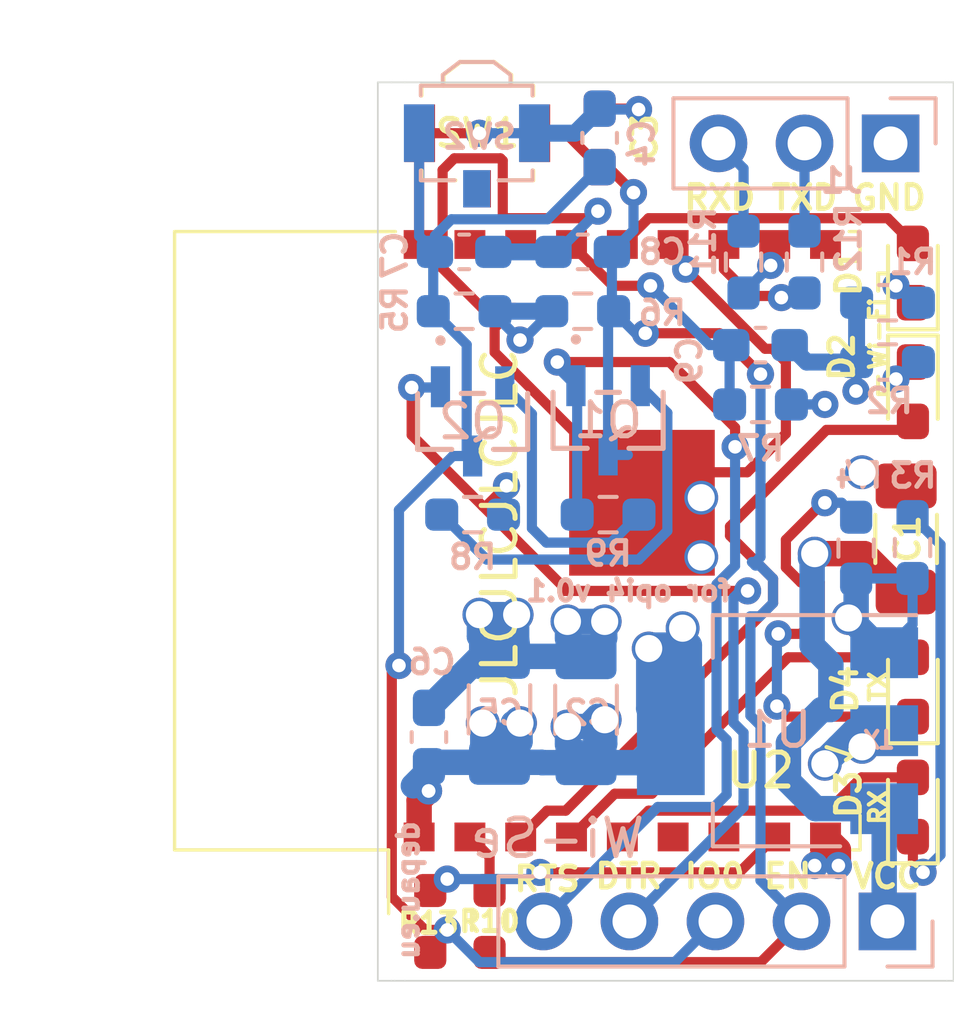
<source format=kicad_pcb>
(kicad_pcb (version 20171130) (host pcbnew 5.1.9)

  (general
    (thickness 1.6)
    (drawings 34)
    (tracks 369)
    (zones 0)
    (modules 34)
    (nets 30)
  )

  (page A4)
  (layers
    (0 F.Cu signal)
    (1 In1.Cu power)
    (2 In2.Cu power)
    (31 B.Cu signal)
    (32 B.Adhes user)
    (33 F.Adhes user)
    (34 B.Paste user)
    (35 F.Paste user)
    (36 B.SilkS user)
    (37 F.SilkS user)
    (38 B.Mask user)
    (39 F.Mask user)
    (40 Dwgs.User user hide)
    (41 Cmts.User user)
    (42 Eco1.User user)
    (43 Eco2.User user)
    (44 Edge.Cuts user)
    (45 Margin user)
    (46 B.CrtYd user)
    (47 F.CrtYd user)
    (48 B.Fab user hide)
    (49 F.Fab user hide)
  )

  (setup
    (last_trace_width 0.25)
    (user_trace_width 0.3)
    (user_trace_width 0.5)
    (user_trace_width 0.75)
    (trace_clearance 0.2)
    (zone_clearance 0.508)
    (zone_45_only no)
    (trace_min 0.2)
    (via_size 0.8)
    (via_drill 0.4)
    (via_min_size 0.4)
    (via_min_drill 0.3)
    (user_via 0.8 0.4)
    (user_via 1 0.8)
    (uvia_size 0.3)
    (uvia_drill 0.1)
    (uvias_allowed no)
    (uvia_min_size 0.2)
    (uvia_min_drill 0.1)
    (edge_width 0.05)
    (segment_width 0.2)
    (pcb_text_width 0.3)
    (pcb_text_size 1.5 1.5)
    (mod_edge_width 0.12)
    (mod_text_size 1 1)
    (mod_text_width 0.15)
    (pad_size 1.524 1.524)
    (pad_drill 0.762)
    (pad_to_mask_clearance 0)
    (aux_axis_origin 0 0)
    (visible_elements FFFFFF7F)
    (pcbplotparams
      (layerselection 0x010fc_ffffffff)
      (usegerberextensions false)
      (usegerberattributes true)
      (usegerberadvancedattributes true)
      (creategerberjobfile true)
      (excludeedgelayer true)
      (linewidth 0.100000)
      (plotframeref false)
      (viasonmask false)
      (mode 1)
      (useauxorigin false)
      (hpglpennumber 1)
      (hpglpenspeed 20)
      (hpglpendiameter 15.000000)
      (psnegative false)
      (psa4output false)
      (plotreference true)
      (plotvalue true)
      (plotinvisibletext false)
      (padsonsilk false)
      (subtractmaskfromsilk false)
      (outputformat 1)
      (mirror false)
      (drillshape 1)
      (scaleselection 1)
      (outputdirectory ""))
  )

  (net 0 "")
  (net 1 VCC)
  (net 2 GND)
  (net 3 +3V3)
  (net 4 EN)
  (net 5 BOOT0)
  (net 6 RST)
  (net 7 LED_WIFI)
  (net 8 "Net-(D1-Pad1)")
  (net 9 "Net-(D2-Pad1)")
  (net 10 LED_STATUS)
  (net 11 LED_TX)
  (net 12 "Net-(D3-Pad1)")
  (net 13 "Net-(D4-Pad1)")
  (net 14 LED_RX)
  (net 15 TXD)
  (net 16 RXD)
  (net 17 DTR)
  (net 18 RTS)
  (net 19 "Net-(Q1-Pad2)")
  (net 20 "Net-(Q2-Pad2)")
  (net 21 "Net-(R10-Pad1)")
  (net 22 "Net-(R11-Pad1)")
  (net 23 "Net-(R12-Pad1)")
  (net 24 "Net-(R13-Pad2)")
  (net 25 "Net-(U2-Pad17)")
  (net 26 "Net-(U2-Pad16)")
  (net 27 "Net-(U2-Pad10)")
  (net 28 "Net-(U2-Pad7)")
  (net 29 "Net-(U2-Pad6)")

  (net_class Default "This is the default net class."
    (clearance 0.2)
    (trace_width 0.25)
    (via_dia 0.8)
    (via_drill 0.4)
    (uvia_dia 0.3)
    (uvia_drill 0.1)
    (add_net +3V3)
    (add_net BOOT0)
    (add_net DTR)
    (add_net EN)
    (add_net GND)
    (add_net LED_RX)
    (add_net LED_STATUS)
    (add_net LED_TX)
    (add_net LED_WIFI)
    (add_net "Net-(D1-Pad1)")
    (add_net "Net-(D2-Pad1)")
    (add_net "Net-(D3-Pad1)")
    (add_net "Net-(D4-Pad1)")
    (add_net "Net-(Q1-Pad2)")
    (add_net "Net-(Q2-Pad2)")
    (add_net "Net-(R10-Pad1)")
    (add_net "Net-(R11-Pad1)")
    (add_net "Net-(R12-Pad1)")
    (add_net "Net-(R13-Pad2)")
    (add_net "Net-(U2-Pad10)")
    (add_net "Net-(U2-Pad16)")
    (add_net "Net-(U2-Pad17)")
    (add_net "Net-(U2-Pad6)")
    (add_net "Net-(U2-Pad7)")
    (add_net RST)
    (add_net RTS)
    (add_net RXD)
    (add_net TXD)
    (add_net VCC)
  )

  (module RF_Module:ESP-WROOM-02 (layer F.Cu) (tedit 5B5B45D7) (tstamp 6000D5AE)
    (at 101.92 80.02 90)
    (descr http://espressif.com/sites/default/files/documentation/0c-esp-wroom-02_datasheet_en.pdf)
    (tags "ESP WROOM-02 espressif esp8266ex")
    (path /5FFE38E5)
    (attr smd)
    (fp_text reference U2 (at -6.78 4.08) (layer F.SilkS)
      (effects (font (size 1 1) (thickness 0.15)))
    )
    (fp_text value ESP-WROOM-02 (at 0 8.33 90) (layer F.Fab)
      (effects (font (size 1 1) (thickness 0.15)))
    )
    (fp_line (start -14 -6.8) (end -14 -18.1) (layer Dwgs.User) (width 0.1))
    (fp_line (start 9 6.9) (end 9 -13.1) (layer F.Fab) (width 0.1))
    (fp_line (start -9 6.9) (end 9 6.9) (layer F.Fab) (width 0.1))
    (fp_line (start -9 -13.1) (end -9 -7.5) (layer F.Fab) (width 0.1))
    (fp_line (start -9 -13.1) (end 9 -13.1) (layer F.Fab) (width 0.1))
    (fp_line (start -9.41 7.15) (end -9.41 -6.55) (layer F.CrtYd) (width 0.05))
    (fp_line (start -9.41 7.15) (end 9.41 7.15) (layer F.CrtYd) (width 0.05))
    (fp_line (start 9.41 -6.55) (end 9.41 7.15) (layer F.CrtYd) (width 0.05))
    (fp_line (start -14.25 -18.35) (end 14.25 -18.35) (layer F.CrtYd) (width 0.05))
    (fp_line (start -9 -6.5) (end -9 6.9) (layer F.Fab) (width 0.1))
    (fp_line (start -9 -7.5) (end -8.5 -7) (layer F.Fab) (width 0.1))
    (fp_line (start -8.5 -7) (end -9 -6.5) (layer F.Fab) (width 0.1))
    (fp_line (start -9 -6.8) (end -9 -13.1) (layer Dwgs.User) (width 0.1))
    (fp_line (start 14 -6.8) (end -14 -6.8) (layer Dwgs.User) (width 0.1))
    (fp_line (start 9 -13.1) (end 9 -6.78) (layer Dwgs.User) (width 0.1))
    (fp_line (start -9 -13.1) (end 9 -13.1) (layer Dwgs.User) (width 0.1))
    (fp_line (start 14 -6.8) (end 14 -18.1) (layer Dwgs.User) (width 0.1))
    (fp_line (start 14 -18.1) (end -14 -18.1) (layer Dwgs.User) (width 0.1))
    (fp_line (start -14.25 -18.35) (end -14.25 -6.55) (layer F.CrtYd) (width 0.05))
    (fp_line (start 14.25 -18.35) (end 14.25 -6.55) (layer F.CrtYd) (width 0.05))
    (fp_line (start -14.25 -6.55) (end -9.41 -6.55) (layer F.CrtYd) (width 0.05))
    (fp_line (start 9.41 -6.55) (end 14.25 -6.55) (layer F.CrtYd) (width 0.05))
    (fp_line (start -12 -18.1) (end -14 -16.485) (layer Dwgs.User) (width 0.1))
    (fp_line (start -10 -18.1) (end -14 -14.87) (layer Dwgs.User) (width 0.1))
    (fp_line (start -8 -18.1) (end -14 -13.255) (layer Dwgs.User) (width 0.1))
    (fp_line (start -6 -18.1) (end -14 -11.64) (layer Dwgs.User) (width 0.1))
    (fp_line (start -4 -18.1) (end -14 -10.025) (layer Dwgs.User) (width 0.1))
    (fp_line (start -2 -18.1) (end -14 -8.41) (layer Dwgs.User) (width 0.1))
    (fp_line (start 0 -18.1) (end -14 -6.795) (layer Dwgs.User) (width 0.1))
    (fp_line (start 2 -18.1) (end -12 -6.795) (layer Dwgs.User) (width 0.1))
    (fp_line (start 4 -18.1) (end -10 -6.795) (layer Dwgs.User) (width 0.1))
    (fp_line (start -8 -6.795) (end 6 -18.1) (layer Dwgs.User) (width 0.1))
    (fp_line (start 8 -18.1) (end -6 -6.795) (layer Dwgs.User) (width 0.1))
    (fp_line (start 10 -18.1) (end -4 -6.795) (layer Dwgs.User) (width 0.1))
    (fp_line (start 12 -18.1) (end -2 -6.795) (layer Dwgs.User) (width 0.1))
    (fp_line (start 14 -18.1) (end 0 -6.795) (layer Dwgs.User) (width 0.1))
    (fp_line (start 14 -16.485) (end 2 -6.795) (layer Dwgs.User) (width 0.1))
    (fp_line (start 14 -14.87) (end 4 -6.795) (layer Dwgs.User) (width 0.1))
    (fp_line (start 14 -13.255) (end 6 -6.795) (layer Dwgs.User) (width 0.1))
    (fp_line (start 14 -11.64) (end 8 -6.795) (layer Dwgs.User) (width 0.1))
    (fp_line (start 14 -10.025) (end 10 -6.795) (layer Dwgs.User) (width 0.1))
    (fp_line (start 14 -8.41) (end 12 -6.795) (layer Dwgs.User) (width 0.1))
    (fp_line (start 9.2 -10.7) (end 13.8 -10.7) (layer Cmts.User) (width 0.1))
    (fp_line (start 13.8 -10.7) (end 13.6 -10.9) (layer Cmts.User) (width 0.1))
    (fp_line (start 13.8 -10.7) (end 13.6 -10.5) (layer Cmts.User) (width 0.1))
    (fp_line (start 9.2 -10.7) (end 9.4 -10.9) (layer Cmts.User) (width 0.1))
    (fp_line (start 9.2 -10.7) (end 9.4 -10.5) (layer Cmts.User) (width 0.1))
    (fp_line (start -13.8 -10.7) (end -13.6 -10.9) (layer Cmts.User) (width 0.1))
    (fp_line (start -13.8 -10.7) (end -13.6 -10.5) (layer Cmts.User) (width 0.1))
    (fp_line (start -9.2 -10.7) (end -9.4 -10.5) (layer Cmts.User) (width 0.1))
    (fp_line (start -13.8 -10.7) (end -9.2 -10.7) (layer Cmts.User) (width 0.1))
    (fp_line (start -9.2 -10.7) (end -9.4 -10.9) (layer Cmts.User) (width 0.1))
    (fp_line (start 8.3 -13.3) (end 8.1 -13.5) (layer Cmts.User) (width 0.1))
    (fp_line (start 8.3 -13.3) (end 8.5 -13.5) (layer Cmts.User) (width 0.1))
    (fp_line (start 8.3 -17.9) (end 8.5 -17.7) (layer Cmts.User) (width 0.1))
    (fp_line (start 8.3 -13.3) (end 8.3 -17.9) (layer Cmts.User) (width 0.1))
    (fp_line (start 8.3 -17.9) (end 8.1 -17.7) (layer Cmts.User) (width 0.1))
    (fp_line (start -9.12 6.8) (end -9.12 7.02) (layer F.SilkS) (width 0.1))
    (fp_line (start -9.12 7.02) (end -8.1 7.02) (layer F.SilkS) (width 0.1))
    (fp_line (start 9.12 6.7) (end 9.12 7) (layer F.SilkS) (width 0.1))
    (fp_line (start 8 7.02) (end 9.12 7.02) (layer F.SilkS) (width 0.1))
    (fp_line (start -9.12 -13.22) (end 9.12 -13.22) (layer F.SilkS) (width 0.1))
    (fp_line (start 9.12 -13.22) (end 9.12 -6.7) (layer F.SilkS) (width 0.1))
    (fp_line (start -9.12 -13.22) (end -9.12 -6.9) (layer F.SilkS) (width 0.1))
    (fp_line (start -9.12 -6.9) (end -11 -6.9) (layer F.SilkS) (width 0.1))
    (fp_text user "5 mm" (at 7.8 -15.9) (layer Cmts.User)
      (effects (font (size 0.5 0.5) (thickness 0.1)))
    )
    (fp_text user "5 mm" (at -11.2 -11.2 90) (layer Cmts.User)
      (effects (font (size 0.5 0.5) (thickness 0.1)))
    )
    (fp_text user "5 mm" (at 11.8 -11.2 90) (layer Cmts.User)
      (effects (font (size 0.5 0.5) (thickness 0.1)))
    )
    (fp_text user Antenna (at 0 -10 90) (layer Cmts.User)
      (effects (font (size 1 1) (thickness 0.15)))
    )
    (fp_text user "KEEP-OUT ZONE" (at 0 -16 90) (layer Cmts.User)
      (effects (font (size 1 1) (thickness 0.15)))
    )
    (fp_text user %R (at 0 0 90) (layer F.Fab)
      (effects (font (size 1 1) (thickness 0.15)))
    )
    (pad 18 smd rect (at 8.7375 -6 90) (size 0.85 0.9125) (layers F.Cu F.Paste F.Mask)
      (net 2 GND))
    (pad 17 smd rect (at 8.7375 -4.5 90) (size 0.85 0.9125) (layers F.Cu F.Paste F.Mask)
      (net 25 "Net-(U2-Pad17)"))
    (pad 16 smd rect (at 8.7375 -3 90) (size 0.85 0.9125) (layers F.Cu F.Paste F.Mask)
      (net 26 "Net-(U2-Pad16)"))
    (pad 15 smd rect (at 8.7375 -1.5 90) (size 0.85 0.9125) (layers F.Cu F.Paste F.Mask)
      (net 6 RST))
    (pad 14 smd rect (at 8.7375 0 90) (size 0.85 0.9125) (layers F.Cu F.Paste F.Mask)
      (net 7 LED_WIFI))
    (pad 13 smd rect (at 8.7375 1.5 90) (size 0.85 0.9125) (layers F.Cu F.Paste F.Mask)
      (net 2 GND))
    (pad 12 smd rect (at 8.7375 3 90) (size 0.85 0.9125) (layers F.Cu F.Paste F.Mask)
      (net 23 "Net-(R12-Pad1)"))
    (pad 11 smd rect (at 8.7375 4.5 90) (size 0.85 0.9125) (layers F.Cu F.Paste F.Mask)
      (net 22 "Net-(R11-Pad1)"))
    (pad 10 smd rect (at 8.7375 6 90) (size 0.85 0.9125) (layers F.Cu F.Paste F.Mask)
      (net 27 "Net-(U2-Pad10)"))
    (pad 9 smd rect (at -8.7375 6 90) (size 0.85 0.9125) (layers F.Cu F.Paste F.Mask)
      (net 2 GND))
    (pad 8 smd rect (at -8.7375 4.5 90) (size 0.85 0.9125) (layers F.Cu F.Paste F.Mask)
      (net 24 "Net-(R13-Pad2)"))
    (pad 7 smd rect (at -8.7375 3 90) (size 0.85 0.9125) (layers F.Cu F.Paste F.Mask)
      (net 28 "Net-(U2-Pad7)"))
    (pad 6 smd rect (at -8.7375 1.5 90) (size 0.85 0.9125) (layers F.Cu F.Paste F.Mask)
      (net 29 "Net-(U2-Pad6)"))
    (pad 5 smd rect (at -8.7375 0 90) (size 0.85 0.9125) (layers F.Cu F.Paste F.Mask)
      (net 11 LED_TX))
    (pad 4 smd rect (at -8.7375 -1.5 90) (size 0.85 0.9125) (layers F.Cu F.Paste F.Mask)
      (net 14 LED_RX))
    (pad 3 smd rect (at -8.7375 -3 90) (size 0.85 0.9125) (layers F.Cu F.Paste F.Mask)
      (net 10 LED_STATUS))
    (pad 2 smd rect (at -8.7375 -4.5 90) (size 0.85 0.9125) (layers F.Cu F.Paste F.Mask)
      (net 21 "Net-(R10-Pad1)"))
    (pad 1 smd rect (at -8.7375 -6 90) (size 0.85 0.9125) (layers F.Cu F.Paste F.Mask)
      (net 3 +3V3))
    (pad 19 smd rect (at 1.12 0.58 90) (size 4.3 4.3) (layers F.Cu F.Paste F.Mask)
      (net 2 GND))
    (model ${KISYS3DMOD}/RF_Module.3dshapes/ESP-WROOM-02.wrl
      (at (xyz 0 0 0))
      (scale (xyz 1 1 1))
      (rotate (xyz 0 0 0))
    )
  )

  (module Connector_PinHeader_2.54mm:PinHeader_1x05_P2.54mm_Vertical (layer B.Cu) (tedit 59FED5CC) (tstamp 60002487)
    (at 109.75 91.25 90)
    (descr "Through hole straight pin header, 1x05, 2.54mm pitch, single row")
    (tags "Through hole pin header THT 1x05 2.54mm single row")
    (path /6012365C)
    (fp_text reference J2 (at 0 2.33 270) (layer B.Fab)
      (effects (font (size 1 1) (thickness 0.15)) (justify mirror))
    )
    (fp_text value Side (at 0 -12.49 -90) (layer B.Fab)
      (effects (font (size 1 1) (thickness 0.15)) (justify mirror))
    )
    (fp_line (start 1.8 1.8) (end -1.8 1.8) (layer B.CrtYd) (width 0.05))
    (fp_line (start 1.8 -11.95) (end 1.8 1.8) (layer B.CrtYd) (width 0.05))
    (fp_line (start -1.8 -11.95) (end 1.8 -11.95) (layer B.CrtYd) (width 0.05))
    (fp_line (start -1.8 1.8) (end -1.8 -11.95) (layer B.CrtYd) (width 0.05))
    (fp_line (start -1.33 1.33) (end 0 1.33) (layer B.SilkS) (width 0.12))
    (fp_line (start -1.33 0) (end -1.33 1.33) (layer B.SilkS) (width 0.12))
    (fp_line (start -1.33 -1.27) (end 1.33 -1.27) (layer B.SilkS) (width 0.12))
    (fp_line (start 1.33 -1.27) (end 1.33 -11.49) (layer B.SilkS) (width 0.12))
    (fp_line (start -1.33 -1.27) (end -1.33 -11.49) (layer B.SilkS) (width 0.12))
    (fp_line (start -1.33 -11.49) (end 1.33 -11.49) (layer B.SilkS) (width 0.12))
    (fp_line (start -1.27 0.635) (end -0.635 1.27) (layer B.Fab) (width 0.1))
    (fp_line (start -1.27 -11.43) (end -1.27 0.635) (layer B.Fab) (width 0.1))
    (fp_line (start 1.27 -11.43) (end -1.27 -11.43) (layer B.Fab) (width 0.1))
    (fp_line (start 1.27 1.27) (end 1.27 -11.43) (layer B.Fab) (width 0.1))
    (fp_line (start -0.635 1.27) (end 1.27 1.27) (layer B.Fab) (width 0.1))
    (fp_text user %R (at 0 -5.08) (layer B.Fab)
      (effects (font (size 1 1) (thickness 0.15)) (justify mirror))
    )
    (pad 1 thru_hole rect (at 0 0 90) (size 1.7 1.7) (drill 1) (layers *.Cu *.Mask)
      (net 1 VCC))
    (pad 2 thru_hole oval (at 0 -2.54 90) (size 1.7 1.7) (drill 1) (layers *.Cu *.Mask)
      (net 4 EN))
    (pad 3 thru_hole oval (at 0 -5.08 90) (size 1.7 1.7) (drill 1) (layers *.Cu *.Mask)
      (net 5 BOOT0))
    (pad 4 thru_hole oval (at 0 -7.62 90) (size 1.7 1.7) (drill 1) (layers *.Cu *.Mask)
      (net 17 DTR))
    (pad 5 thru_hole oval (at 0 -10.16 90) (size 1.7 1.7) (drill 1) (layers *.Cu *.Mask)
      (net 18 RTS))
    (model ${KISYS3DMOD}/Connector_PinHeader_2.54mm.3dshapes/PinHeader_1x05_P2.54mm_Vertical.wrl
      (at (xyz 0 0 0))
      (scale (xyz 1 1 1))
      (rotate (xyz 0 0 0))
    )
  )

  (module SS8050-G:SS8050-G (layer B.Cu) (tedit 0) (tstamp 5FFFA398)
    (at 101.5 76.46856)
    (path /6000E39C)
    (fp_text reference Q1 (at 0 0) (layer B.SilkS)
      (effects (font (size 1 1) (thickness 0.15)) (justify mirror))
    )
    (fp_text value SS8050-G (at 0 0) (layer B.Fab)
      (effects (font (size 1 1) (thickness 0.15)) (justify mirror))
    )
    (fp_line (start -0.696 -0.6985) (end -1.204 -0.6985) (layer B.Fab) (width 0.1524))
    (fp_line (start -1.204 -0.6985) (end -1.204 -1.275) (layer B.Fab) (width 0.1524))
    (fp_line (start -1.204 -1.275) (end -0.696 -1.275) (layer B.Fab) (width 0.1524))
    (fp_line (start -0.696 -1.275) (end -0.696 -0.6985) (layer B.Fab) (width 0.1524))
    (fp_line (start 1.204 -0.6985) (end 0.696 -0.6985) (layer B.Fab) (width 0.1524))
    (fp_line (start 0.696 -0.6985) (end 0.696 -1.275) (layer B.Fab) (width 0.1524))
    (fp_line (start 0.696 -1.275) (end 1.204 -1.275) (layer B.Fab) (width 0.1524))
    (fp_line (start 1.204 -1.275) (end 1.204 -0.6985) (layer B.Fab) (width 0.1524))
    (fp_line (start -0.254 0.6985) (end 0.254 0.6985) (layer B.Fab) (width 0.1524))
    (fp_line (start 0.254 0.6985) (end 0.254 1.275) (layer B.Fab) (width 0.1524))
    (fp_line (start 0.254 1.275) (end -0.254 1.275) (layer B.Fab) (width 0.1524))
    (fp_line (start -0.254 1.275) (end -0.254 0.6985) (layer B.Fab) (width 0.1524))
    (fp_line (start -0.333261 -0.8255) (end 0.333261 -0.8255) (layer B.SilkS) (width 0.1524))
    (fp_line (start 1.6256 -0.8255) (end 1.6256 0.8255) (layer B.SilkS) (width 0.1524))
    (fp_line (start 1.6256 0.8255) (end 0.61674 0.8255) (layer B.SilkS) (width 0.1524))
    (fp_line (start -1.6256 0.8255) (end -1.6256 -0.8255) (layer B.SilkS) (width 0.1524))
    (fp_line (start -1.4986 -0.6985) (end 1.4986 -0.6985) (layer B.Fab) (width 0.1524))
    (fp_line (start 1.4986 -0.6985) (end 1.4986 0.6985) (layer B.Fab) (width 0.1524))
    (fp_line (start 1.4986 0.6985) (end -1.4986 0.6985) (layer B.Fab) (width 0.1524))
    (fp_line (start -1.4986 0.6985) (end -1.4986 -0.6985) (layer B.Fab) (width 0.1524))
    (fp_line (start -0.61674 0.8255) (end -1.6256 0.8255) (layer B.SilkS) (width 0.1524))
    (fp_line (start -1.7526 0.9525) (end -0.508 0.9525) (layer B.CrtYd) (width 0.1524))
    (fp_line (start -0.508 0.9525) (end -0.508 1.878999) (layer B.CrtYd) (width 0.1524))
    (fp_line (start -0.508 1.878999) (end 0.508 1.878999) (layer B.CrtYd) (width 0.1524))
    (fp_line (start 0.508 1.878999) (end 0.508 0.9525) (layer B.CrtYd) (width 0.1524))
    (fp_line (start 0.508 0.9525) (end 1.7526 0.9525) (layer B.CrtYd) (width 0.1524))
    (fp_line (start 1.7526 0.9525) (end 1.7526 -0.9525) (layer B.CrtYd) (width 0.1524))
    (fp_line (start 1.7526 -0.9525) (end 1.458 -0.9525) (layer B.CrtYd) (width 0.1524))
    (fp_line (start 1.458 -0.9525) (end 1.458 -1.878999) (layer B.CrtYd) (width 0.1524))
    (fp_line (start 1.458 -1.878999) (end -1.458 -1.878999) (layer B.CrtYd) (width 0.1524))
    (fp_line (start -1.458 -1.878999) (end -1.458 -0.9525) (layer B.CrtYd) (width 0.1524))
    (fp_line (start -1.458 -0.9525) (end -1.7526 -0.9525) (layer B.CrtYd) (width 0.1524))
    (fp_line (start -1.7526 -0.9525) (end -1.7526 0.9525) (layer B.CrtYd) (width 0.1524))
    (fp_circle (center -0.95 -2.386999) (end -0.8738 -2.386999) (layer B.SilkS) (width 0.1524))
    (fp_circle (center -0.95 -0.4445) (end -0.8738 -0.4445) (layer B.Fab) (width 0.1524))
    (fp_text user 0.048in/1.208mm (at 3.2766 -1.021) (layer Dwgs.User)
      (effects (font (size 1 1) (thickness 0.15)))
    )
    (fp_text user 0.022in/0.568mm (at 0 3.053) (layer Dwgs.User)
      (effects (font (size 1 1) (thickness 0.15)))
    )
    (fp_text user * (at 0 0) (layer B.Fab)
      (effects (font (size 1 1) (thickness 0.15)) (justify mirror))
    )
    (fp_text user * (at 0 0) (layer B.Fab)
      (effects (font (size 1 1) (thickness 0.15)) (justify mirror))
    )
    (pad 3 smd rect (at 0 1.021) (size 0.568 1.207999) (layers B.Cu B.Paste B.Mask)
      (net 4 EN))
    (pad 2 smd rect (at 0.950001 -1.020999) (size 0.568 1.207999) (layers B.Cu B.Paste B.Mask)
      (net 19 "Net-(Q1-Pad2)"))
    (pad 1 smd rect (at -0.950001 -1.020999) (size 0.568 1.207999) (layers B.Cu B.Paste B.Mask)
      (net 18 RTS))
    (model ${KIPRJMOD}/../libraries/SS8050-G/TRAN_SS8050-G_CIP.step
      (at (xyz 0 0 0))
      (scale (xyz 1 1 1))
      (rotate (xyz 0 0 0))
    )
  )

  (module Resistor_SMD:R_0603_1608Metric_Pad0.98x0.95mm_HandSolder (layer B.Cu) (tedit 5F68FEEE) (tstamp 5FFFA53C)
    (at 109.75 73)
    (descr "Resistor SMD 0603 (1608 Metric), square (rectangular) end terminal, IPC_7351 nominal with elongated pad for handsoldering. (Body size source: IPC-SM-782 page 72, https://www.pcb-3d.com/wordpress/wp-content/uploads/ipc-sm-782a_amendment_1_and_2.pdf), generated with kicad-footprint-generator")
    (tags "resistor handsolder")
    (path /6002C02D)
    (attr smd)
    (fp_text reference R1 (at 0.75 -1.2) (layer B.SilkS)
      (effects (font (size 0.7 0.7) (thickness 0.15)) (justify mirror))
    )
    (fp_text value 1k5 (at 0 -1.43) (layer B.Fab)
      (effects (font (size 1 1) (thickness 0.15)) (justify mirror))
    )
    (fp_line (start 1.65 -0.73) (end -1.65 -0.73) (layer B.CrtYd) (width 0.05))
    (fp_line (start 1.65 0.73) (end 1.65 -0.73) (layer B.CrtYd) (width 0.05))
    (fp_line (start -1.65 0.73) (end 1.65 0.73) (layer B.CrtYd) (width 0.05))
    (fp_line (start -1.65 -0.73) (end -1.65 0.73) (layer B.CrtYd) (width 0.05))
    (fp_line (start -0.254724 -0.5225) (end 0.254724 -0.5225) (layer B.SilkS) (width 0.12))
    (fp_line (start -0.254724 0.5225) (end 0.254724 0.5225) (layer B.SilkS) (width 0.12))
    (fp_line (start 0.8 -0.4125) (end -0.8 -0.4125) (layer B.Fab) (width 0.1))
    (fp_line (start 0.8 0.4125) (end 0.8 -0.4125) (layer B.Fab) (width 0.1))
    (fp_line (start -0.8 0.4125) (end 0.8 0.4125) (layer B.Fab) (width 0.1))
    (fp_line (start -0.8 -0.4125) (end -0.8 0.4125) (layer B.Fab) (width 0.1))
    (fp_text user %R (at 0 0) (layer B.Fab)
      (effects (font (size 0.4 0.4) (thickness 0.06)) (justify mirror))
    )
    (pad 1 smd roundrect (at -0.9125 0) (size 0.975 0.95) (layers B.Cu B.Paste B.Mask) (roundrect_rratio 0.25)
      (net 2 GND))
    (pad 2 smd roundrect (at 0.9125 0) (size 0.975 0.95) (layers B.Cu B.Paste B.Mask) (roundrect_rratio 0.25)
      (net 8 "Net-(D1-Pad1)"))
    (model ${KISYS3DMOD}/Resistor_SMD.3dshapes/R_0603_1608Metric.wrl
      (at (xyz 0 0 0))
      (scale (xyz 1 1 1))
      (rotate (xyz 0 0 0))
    )
  )

  (module Capacitor_SMD:C_1206_3216Metric_Pad1.33x1.80mm_HandSolder (layer F.Cu) (tedit 5F68FEEF) (tstamp 5FFFA2B4)
    (at 110.3 79.96682 90)
    (descr "Capacitor SMD 1206 (3216 Metric), square (rectangular) end terminal, IPC_7351 nominal with elongated pad for handsoldering. (Body size source: IPC-SM-782 page 76, https://www.pcb-3d.com/wordpress/wp-content/uploads/ipc-sm-782a_amendment_1_and_2.pdf), generated with kicad-footprint-generator")
    (tags "capacitor handsolder")
    (path /5FFE6E76)
    (attr smd)
    (fp_text reference C1 (at 0 0.04064 270) (layer F.SilkS)
      (effects (font (size 0.7 0.7) (thickness 0.15)))
    )
    (fp_text value 22u (at 0 1.85 270) (layer F.Fab)
      (effects (font (size 1 1) (thickness 0.15)))
    )
    (fp_line (start 2.48 1.15) (end -2.48 1.15) (layer F.CrtYd) (width 0.05))
    (fp_line (start 2.48 -1.15) (end 2.48 1.15) (layer F.CrtYd) (width 0.05))
    (fp_line (start -2.48 -1.15) (end 2.48 -1.15) (layer F.CrtYd) (width 0.05))
    (fp_line (start -2.48 1.15) (end -2.48 -1.15) (layer F.CrtYd) (width 0.05))
    (fp_line (start -0.711252 0.91) (end 0.711252 0.91) (layer F.SilkS) (width 0.12))
    (fp_line (start -0.711252 -0.91) (end 0.711252 -0.91) (layer F.SilkS) (width 0.12))
    (fp_line (start 1.6 0.8) (end -1.6 0.8) (layer F.Fab) (width 0.1))
    (fp_line (start 1.6 -0.8) (end 1.6 0.8) (layer F.Fab) (width 0.1))
    (fp_line (start -1.6 -0.8) (end 1.6 -0.8) (layer F.Fab) (width 0.1))
    (fp_line (start -1.6 0.8) (end -1.6 -0.8) (layer F.Fab) (width 0.1))
    (fp_text user %R (at 0 0 270) (layer F.Fab)
      (effects (font (size 0.8 0.8) (thickness 0.12)))
    )
    (pad 1 smd roundrect (at -1.5625 0 90) (size 1.325 1.8) (layers F.Cu F.Paste F.Mask) (roundrect_rratio 0.188679)
      (net 1 VCC))
    (pad 2 smd roundrect (at 1.5625 0 90) (size 1.325 1.8) (layers F.Cu F.Paste F.Mask) (roundrect_rratio 0.188679)
      (net 2 GND))
    (model ${KISYS3DMOD}/Capacitor_SMD.3dshapes/C_1206_3216Metric.wrl
      (at (xyz 0 0 0))
      (scale (xyz 1 1 1))
      (rotate (xyz 0 0 0))
    )
  )

  (module Capacitor_SMD:C_1206_3216Metric_Pad1.33x1.80mm_HandSolder (layer B.Cu) (tedit 5F68FEEF) (tstamp 5FFF9E1C)
    (at 100.84816 85.00364 90)
    (descr "Capacitor SMD 1206 (3216 Metric), square (rectangular) end terminal, IPC_7351 nominal with elongated pad for handsoldering. (Body size source: IPC-SM-782 page 76, https://www.pcb-3d.com/wordpress/wp-content/uploads/ipc-sm-782a_amendment_1_and_2.pdf), generated with kicad-footprint-generator")
    (tags "capacitor handsolder")
    (path /5FFE705A)
    (attr smd)
    (fp_text reference C2 (at -0.09636 0.05184) (layer B.SilkS)
      (effects (font (size 0.7 0.7) (thickness 0.15)) (justify mirror))
    )
    (fp_text value 22u (at 0 -1.85 270) (layer B.Fab)
      (effects (font (size 1 1) (thickness 0.15)) (justify mirror))
    )
    (fp_line (start -1.6 -0.8) (end -1.6 0.8) (layer B.Fab) (width 0.1))
    (fp_line (start -1.6 0.8) (end 1.6 0.8) (layer B.Fab) (width 0.1))
    (fp_line (start 1.6 0.8) (end 1.6 -0.8) (layer B.Fab) (width 0.1))
    (fp_line (start 1.6 -0.8) (end -1.6 -0.8) (layer B.Fab) (width 0.1))
    (fp_line (start -0.711252 0.91) (end 0.711252 0.91) (layer B.SilkS) (width 0.12))
    (fp_line (start -0.711252 -0.91) (end 0.711252 -0.91) (layer B.SilkS) (width 0.12))
    (fp_line (start -2.48 -1.15) (end -2.48 1.15) (layer B.CrtYd) (width 0.05))
    (fp_line (start -2.48 1.15) (end 2.48 1.15) (layer B.CrtYd) (width 0.05))
    (fp_line (start 2.48 1.15) (end 2.48 -1.15) (layer B.CrtYd) (width 0.05))
    (fp_line (start 2.48 -1.15) (end -2.48 -1.15) (layer B.CrtYd) (width 0.05))
    (fp_text user %R (at 0 0 270) (layer B.Fab)
      (effects (font (size 0.8 0.8) (thickness 0.12)) (justify mirror))
    )
    (pad 2 smd roundrect (at 1.5625 0 90) (size 1.325 1.8) (layers B.Cu B.Paste B.Mask) (roundrect_rratio 0.188679)
      (net 2 GND))
    (pad 1 smd roundrect (at -1.5625 0 90) (size 1.325 1.8) (layers B.Cu B.Paste B.Mask) (roundrect_rratio 0.188679)
      (net 3 +3V3))
    (model ${KISYS3DMOD}/Capacitor_SMD.3dshapes/C_1206_3216Metric.wrl
      (at (xyz 0 0 0))
      (scale (xyz 1 1 1))
      (rotate (xyz 0 0 0))
    )
  )

  (module Capacitor_SMD:C_0603_1608Metric_Pad1.08x0.95mm_HandSolder (layer F.Cu) (tedit 5F68FEEF) (tstamp 5FFF9D7A)
    (at 101.25 68.1375 270)
    (descr "Capacitor SMD 0603 (1608 Metric), square (rectangular) end terminal, IPC_7351 nominal with elongated pad for handsoldering. (Body size source: IPC-SM-782 page 76, https://www.pcb-3d.com/wordpress/wp-content/uploads/ipc-sm-782a_amendment_1_and_2.pdf), generated with kicad-footprint-generator")
    (tags "capacitor handsolder")
    (path /5FFED6A8)
    (attr smd)
    (fp_text reference C3 (at 0 -1.3318 90) (layer F.SilkS)
      (effects (font (size 0.7 0.7) (thickness 0.15)))
    )
    (fp_text value 0u1 (at 0 1.43 90) (layer F.Fab)
      (effects (font (size 1 1) (thickness 0.15)))
    )
    (fp_line (start 1.65 0.73) (end -1.65 0.73) (layer F.CrtYd) (width 0.05))
    (fp_line (start 1.65 -0.73) (end 1.65 0.73) (layer F.CrtYd) (width 0.05))
    (fp_line (start -1.65 -0.73) (end 1.65 -0.73) (layer F.CrtYd) (width 0.05))
    (fp_line (start -1.65 0.73) (end -1.65 -0.73) (layer F.CrtYd) (width 0.05))
    (fp_line (start -0.146267 0.51) (end 0.146267 0.51) (layer F.SilkS) (width 0.12))
    (fp_line (start -0.146267 -0.51) (end 0.146267 -0.51) (layer F.SilkS) (width 0.12))
    (fp_line (start 0.8 0.4) (end -0.8 0.4) (layer F.Fab) (width 0.1))
    (fp_line (start 0.8 -0.4) (end 0.8 0.4) (layer F.Fab) (width 0.1))
    (fp_line (start -0.8 -0.4) (end 0.8 -0.4) (layer F.Fab) (width 0.1))
    (fp_line (start -0.8 0.4) (end -0.8 -0.4) (layer F.Fab) (width 0.1))
    (fp_text user %R (at 0 0 90) (layer F.Fab)
      (effects (font (size 0.4 0.4) (thickness 0.06)))
    )
    (pad 1 smd roundrect (at -0.8625 0 270) (size 1.075 0.95) (layers F.Cu F.Paste F.Mask) (roundrect_rratio 0.25)
      (net 2 GND))
    (pad 2 smd roundrect (at 0.8625 0 270) (size 1.075 0.95) (layers F.Cu F.Paste F.Mask) (roundrect_rratio 0.25)
      (net 4 EN))
    (model ${KISYS3DMOD}/Capacitor_SMD.3dshapes/C_0603_1608Metric.wrl
      (at (xyz 0 0 0))
      (scale (xyz 1 1 1))
      (rotate (xyz 0 0 0))
    )
  )

  (module Capacitor_SMD:C_0603_1608Metric_Pad1.08x0.95mm_HandSolder (layer B.Cu) (tedit 5F68FEEF) (tstamp 5FFFA50C)
    (at 101.25 68.1375 270)
    (descr "Capacitor SMD 0603 (1608 Metric), square (rectangular) end terminal, IPC_7351 nominal with elongated pad for handsoldering. (Body size source: IPC-SM-782 page 76, https://www.pcb-3d.com/wordpress/wp-content/uploads/ipc-sm-782a_amendment_1_and_2.pdf), generated with kicad-footprint-generator")
    (tags "capacitor handsolder")
    (path /5FFE3AB3)
    (attr smd)
    (fp_text reference C4 (at 0.1625 -1.25 90) (layer B.SilkS)
      (effects (font (size 0.7 0.7) (thickness 0.15)) (justify mirror))
    )
    (fp_text value 0u1 (at 0 -1.43 90) (layer B.Fab)
      (effects (font (size 1 1) (thickness 0.15)) (justify mirror))
    )
    (fp_line (start 1.65 -0.73) (end -1.65 -0.73) (layer B.CrtYd) (width 0.05))
    (fp_line (start 1.65 0.73) (end 1.65 -0.73) (layer B.CrtYd) (width 0.05))
    (fp_line (start -1.65 0.73) (end 1.65 0.73) (layer B.CrtYd) (width 0.05))
    (fp_line (start -1.65 -0.73) (end -1.65 0.73) (layer B.CrtYd) (width 0.05))
    (fp_line (start -0.146267 -0.51) (end 0.146267 -0.51) (layer B.SilkS) (width 0.12))
    (fp_line (start -0.146267 0.51) (end 0.146267 0.51) (layer B.SilkS) (width 0.12))
    (fp_line (start 0.8 -0.4) (end -0.8 -0.4) (layer B.Fab) (width 0.1))
    (fp_line (start 0.8 0.4) (end 0.8 -0.4) (layer B.Fab) (width 0.1))
    (fp_line (start -0.8 0.4) (end 0.8 0.4) (layer B.Fab) (width 0.1))
    (fp_line (start -0.8 -0.4) (end -0.8 0.4) (layer B.Fab) (width 0.1))
    (fp_text user %R (at 0 0 90) (layer B.Fab)
      (effects (font (size 0.4 0.4) (thickness 0.06)) (justify mirror))
    )
    (pad 1 smd roundrect (at -0.8625 0 270) (size 1.075 0.95) (layers B.Cu B.Paste B.Mask) (roundrect_rratio 0.25)
      (net 2 GND))
    (pad 2 smd roundrect (at 0.8625 0 270) (size 1.075 0.95) (layers B.Cu B.Paste B.Mask) (roundrect_rratio 0.25)
      (net 5 BOOT0))
    (model ${KISYS3DMOD}/Capacitor_SMD.3dshapes/C_0603_1608Metric.wrl
      (at (xyz 0 0 0))
      (scale (xyz 1 1 1))
      (rotate (xyz 0 0 0))
    )
  )

  (module Capacitor_SMD:C_1206_3216Metric_Pad1.33x1.80mm_HandSolder (layer B.Cu) (tedit 5F68FEEF) (tstamp 5FFFA4AC)
    (at 98.29292 84.99348 90)
    (descr "Capacitor SMD 1206 (3216 Metric), square (rectangular) end terminal, IPC_7351 nominal with elongated pad for handsoldering. (Body size source: IPC-SM-782 page 76, https://www.pcb-3d.com/wordpress/wp-content/uploads/ipc-sm-782a_amendment_1_and_2.pdf), generated with kicad-footprint-generator")
    (tags "capacitor handsolder")
    (path /600563A7)
    (attr smd)
    (fp_text reference C5 (at -0.10652 0.00708 180) (layer B.SilkS)
      (effects (font (size 0.7 0.7) (thickness 0.15)) (justify mirror))
    )
    (fp_text value 22u (at 0 -1.85 90) (layer B.Fab)
      (effects (font (size 1 1) (thickness 0.15)) (justify mirror))
    )
    (fp_line (start 2.48 -1.15) (end -2.48 -1.15) (layer B.CrtYd) (width 0.05))
    (fp_line (start 2.48 1.15) (end 2.48 -1.15) (layer B.CrtYd) (width 0.05))
    (fp_line (start -2.48 1.15) (end 2.48 1.15) (layer B.CrtYd) (width 0.05))
    (fp_line (start -2.48 -1.15) (end -2.48 1.15) (layer B.CrtYd) (width 0.05))
    (fp_line (start -0.711252 -0.91) (end 0.711252 -0.91) (layer B.SilkS) (width 0.12))
    (fp_line (start -0.711252 0.91) (end 0.711252 0.91) (layer B.SilkS) (width 0.12))
    (fp_line (start 1.6 -0.8) (end -1.6 -0.8) (layer B.Fab) (width 0.1))
    (fp_line (start 1.6 0.8) (end 1.6 -0.8) (layer B.Fab) (width 0.1))
    (fp_line (start -1.6 0.8) (end 1.6 0.8) (layer B.Fab) (width 0.1))
    (fp_line (start -1.6 -0.8) (end -1.6 0.8) (layer B.Fab) (width 0.1))
    (fp_text user %R (at 0 0 90) (layer B.Fab)
      (effects (font (size 0.8 0.8) (thickness 0.12)) (justify mirror))
    )
    (pad 1 smd roundrect (at -1.5625 0 90) (size 1.325 1.8) (layers B.Cu B.Paste B.Mask) (roundrect_rratio 0.188679)
      (net 3 +3V3))
    (pad 2 smd roundrect (at 1.5625 0 90) (size 1.325 1.8) (layers B.Cu B.Paste B.Mask) (roundrect_rratio 0.188679)
      (net 2 GND))
    (model ${KISYS3DMOD}/Capacitor_SMD.3dshapes/C_1206_3216Metric.wrl
      (at (xyz 0 0 0))
      (scale (xyz 1 1 1))
      (rotate (xyz 0 0 0))
    )
  )

  (module Capacitor_SMD:C_0603_1608Metric_Pad1.08x0.95mm_HandSolder (layer B.Cu) (tedit 5F68FEEF) (tstamp 5FFFA2E4)
    (at 96.21012 85.81136 90)
    (descr "Capacitor SMD 0603 (1608 Metric), square (rectangular) end terminal, IPC_7351 nominal with elongated pad for handsoldering. (Body size source: IPC-SM-782 page 76, https://www.pcb-3d.com/wordpress/wp-content/uploads/ipc-sm-782a_amendment_1_and_2.pdf), generated with kicad-footprint-generator")
    (tags "capacitor handsolder")
    (path /60055AED)
    (attr smd)
    (fp_text reference C6 (at 2.21136 0.08988 180) (layer B.SilkS)
      (effects (font (size 0.7 0.7) (thickness 0.15)) (justify mirror))
    )
    (fp_text value 0u1 (at 0 -1.43 90) (layer B.Fab)
      (effects (font (size 1 1) (thickness 0.15)) (justify mirror))
    )
    (fp_line (start 1.65 -0.73) (end -1.65 -0.73) (layer B.CrtYd) (width 0.05))
    (fp_line (start 1.65 0.73) (end 1.65 -0.73) (layer B.CrtYd) (width 0.05))
    (fp_line (start -1.65 0.73) (end 1.65 0.73) (layer B.CrtYd) (width 0.05))
    (fp_line (start -1.65 -0.73) (end -1.65 0.73) (layer B.CrtYd) (width 0.05))
    (fp_line (start -0.146267 -0.51) (end 0.146267 -0.51) (layer B.SilkS) (width 0.12))
    (fp_line (start -0.146267 0.51) (end 0.146267 0.51) (layer B.SilkS) (width 0.12))
    (fp_line (start 0.8 -0.4) (end -0.8 -0.4) (layer B.Fab) (width 0.1))
    (fp_line (start 0.8 0.4) (end 0.8 -0.4) (layer B.Fab) (width 0.1))
    (fp_line (start -0.8 0.4) (end 0.8 0.4) (layer B.Fab) (width 0.1))
    (fp_line (start -0.8 -0.4) (end -0.8 0.4) (layer B.Fab) (width 0.1))
    (fp_text user %R (at 0 0 90) (layer B.Fab)
      (effects (font (size 0.4 0.4) (thickness 0.06)) (justify mirror))
    )
    (pad 1 smd roundrect (at -0.8625 0 90) (size 1.075 0.95) (layers B.Cu B.Paste B.Mask) (roundrect_rratio 0.25)
      (net 3 +3V3))
    (pad 2 smd roundrect (at 0.8625 0 90) (size 1.075 0.95) (layers B.Cu B.Paste B.Mask) (roundrect_rratio 0.25)
      (net 2 GND))
    (model ${KISYS3DMOD}/Capacitor_SMD.3dshapes/C_0603_1608Metric.wrl
      (at (xyz 0 0 0))
      (scale (xyz 1 1 1))
      (rotate (xyz 0 0 0))
    )
  )

  (module Capacitor_SMD:C_0603_1608Metric_Pad1.08x0.95mm_HandSolder (layer B.Cu) (tedit 5F68FEEF) (tstamp 5FFFA4DC)
    (at 97.25 71.5)
    (descr "Capacitor SMD 0603 (1608 Metric), square (rectangular) end terminal, IPC_7351 nominal with elongated pad for handsoldering. (Body size source: IPC-SM-782 page 76, https://www.pcb-3d.com/wordpress/wp-content/uploads/ipc-sm-782a_amendment_1_and_2.pdf), generated with kicad-footprint-generator")
    (tags "capacitor handsolder")
    (path /600D4409)
    (attr smd)
    (fp_text reference C7 (at -2.05 0.1 90) (layer B.SilkS)
      (effects (font (size 0.7 0.7) (thickness 0.15)) (justify mirror))
    )
    (fp_text value 0u1 (at 0 -1.43) (layer B.Fab)
      (effects (font (size 1 1) (thickness 0.15)) (justify mirror))
    )
    (fp_line (start -0.8 -0.4) (end -0.8 0.4) (layer B.Fab) (width 0.1))
    (fp_line (start -0.8 0.4) (end 0.8 0.4) (layer B.Fab) (width 0.1))
    (fp_line (start 0.8 0.4) (end 0.8 -0.4) (layer B.Fab) (width 0.1))
    (fp_line (start 0.8 -0.4) (end -0.8 -0.4) (layer B.Fab) (width 0.1))
    (fp_line (start -0.146267 0.51) (end 0.146267 0.51) (layer B.SilkS) (width 0.12))
    (fp_line (start -0.146267 -0.51) (end 0.146267 -0.51) (layer B.SilkS) (width 0.12))
    (fp_line (start -1.65 -0.73) (end -1.65 0.73) (layer B.CrtYd) (width 0.05))
    (fp_line (start -1.65 0.73) (end 1.65 0.73) (layer B.CrtYd) (width 0.05))
    (fp_line (start 1.65 0.73) (end 1.65 -0.73) (layer B.CrtYd) (width 0.05))
    (fp_line (start 1.65 -0.73) (end -1.65 -0.73) (layer B.CrtYd) (width 0.05))
    (fp_text user %R (at 0 0) (layer B.Fab)
      (effects (font (size 0.4 0.4) (thickness 0.06)) (justify mirror))
    )
    (pad 2 smd roundrect (at 0.8625 0) (size 1.075 0.95) (layers B.Cu B.Paste B.Mask) (roundrect_rratio 0.25)
      (net 2 GND))
    (pad 1 smd roundrect (at -0.8625 0) (size 1.075 0.95) (layers B.Cu B.Paste B.Mask) (roundrect_rratio 0.25)
      (net 5 BOOT0))
    (model ${KISYS3DMOD}/Capacitor_SMD.3dshapes/C_0603_1608Metric.wrl
      (at (xyz 0 0 0))
      (scale (xyz 1 1 1))
      (rotate (xyz 0 0 0))
    )
  )

  (module Capacitor_SMD:C_0603_1608Metric_Pad1.08x0.95mm_HandSolder (layer B.Cu) (tedit 5F68FEEF) (tstamp 5FFFA0FE)
    (at 100.75 71.5 180)
    (descr "Capacitor SMD 0603 (1608 Metric), square (rectangular) end terminal, IPC_7351 nominal with elongated pad for handsoldering. (Body size source: IPC-SM-782 page 76, https://www.pcb-3d.com/wordpress/wp-content/uploads/ipc-sm-782a_amendment_1_and_2.pdf), generated with kicad-footprint-generator")
    (tags "capacitor handsolder")
    (path /600D499B)
    (attr smd)
    (fp_text reference C8 (at -2.35 0) (layer B.SilkS)
      (effects (font (size 0.7 0.7) (thickness 0.15)) (justify mirror))
    )
    (fp_text value 0u1 (at 0 -1.43) (layer B.Fab)
      (effects (font (size 1 1) (thickness 0.15)) (justify mirror))
    )
    (fp_line (start -0.8 -0.4) (end -0.8 0.4) (layer B.Fab) (width 0.1))
    (fp_line (start -0.8 0.4) (end 0.8 0.4) (layer B.Fab) (width 0.1))
    (fp_line (start 0.8 0.4) (end 0.8 -0.4) (layer B.Fab) (width 0.1))
    (fp_line (start 0.8 -0.4) (end -0.8 -0.4) (layer B.Fab) (width 0.1))
    (fp_line (start -0.146267 0.51) (end 0.146267 0.51) (layer B.SilkS) (width 0.12))
    (fp_line (start -0.146267 -0.51) (end 0.146267 -0.51) (layer B.SilkS) (width 0.12))
    (fp_line (start -1.65 -0.73) (end -1.65 0.73) (layer B.CrtYd) (width 0.05))
    (fp_line (start -1.65 0.73) (end 1.65 0.73) (layer B.CrtYd) (width 0.05))
    (fp_line (start 1.65 0.73) (end 1.65 -0.73) (layer B.CrtYd) (width 0.05))
    (fp_line (start 1.65 -0.73) (end -1.65 -0.73) (layer B.CrtYd) (width 0.05))
    (fp_text user %R (at 0 0) (layer B.Fab)
      (effects (font (size 0.4 0.4) (thickness 0.06)) (justify mirror))
    )
    (pad 2 smd roundrect (at 0.8625 0 180) (size 1.075 0.95) (layers B.Cu B.Paste B.Mask) (roundrect_rratio 0.25)
      (net 2 GND))
    (pad 1 smd roundrect (at -0.8625 0 180) (size 1.075 0.95) (layers B.Cu B.Paste B.Mask) (roundrect_rratio 0.25)
      (net 4 EN))
    (model ${KISYS3DMOD}/Capacitor_SMD.3dshapes/C_0603_1608Metric.wrl
      (at (xyz 0 0 0))
      (scale (xyz 1 1 1))
      (rotate (xyz 0 0 0))
    )
  )

  (module Capacitor_SMD:C_0603_1608Metric_Pad1.08x0.95mm_HandSolder (layer B.Cu) (tedit 5F68FEEF) (tstamp 5FFFA47C)
    (at 106 74.25)
    (descr "Capacitor SMD 0603 (1608 Metric), square (rectangular) end terminal, IPC_7351 nominal with elongated pad for handsoldering. (Body size source: IPC-SM-782 page 76, https://www.pcb-3d.com/wordpress/wp-content/uploads/ipc-sm-782a_amendment_1_and_2.pdf), generated with kicad-footprint-generator")
    (tags "capacitor handsolder")
    (path /600D4D92)
    (attr smd)
    (fp_text reference C9 (at -2.1 0.45 90) (layer B.SilkS)
      (effects (font (size 0.7 0.7) (thickness 0.15)) (justify mirror))
    )
    (fp_text value 0u1 (at 0 -1.43) (layer B.Fab)
      (effects (font (size 1 1) (thickness 0.15)) (justify mirror))
    )
    (fp_line (start -0.8 -0.4) (end -0.8 0.4) (layer B.Fab) (width 0.1))
    (fp_line (start -0.8 0.4) (end 0.8 0.4) (layer B.Fab) (width 0.1))
    (fp_line (start 0.8 0.4) (end 0.8 -0.4) (layer B.Fab) (width 0.1))
    (fp_line (start 0.8 -0.4) (end -0.8 -0.4) (layer B.Fab) (width 0.1))
    (fp_line (start -0.146267 0.51) (end 0.146267 0.51) (layer B.SilkS) (width 0.12))
    (fp_line (start -0.146267 -0.51) (end 0.146267 -0.51) (layer B.SilkS) (width 0.12))
    (fp_line (start -1.65 -0.73) (end -1.65 0.73) (layer B.CrtYd) (width 0.05))
    (fp_line (start -1.65 0.73) (end 1.65 0.73) (layer B.CrtYd) (width 0.05))
    (fp_line (start 1.65 0.73) (end 1.65 -0.73) (layer B.CrtYd) (width 0.05))
    (fp_line (start 1.65 -0.73) (end -1.65 -0.73) (layer B.CrtYd) (width 0.05))
    (fp_text user %R (at 0 0) (layer B.Fab)
      (effects (font (size 0.4 0.4) (thickness 0.06)) (justify mirror))
    )
    (pad 2 smd roundrect (at 0.8625 0) (size 1.075 0.95) (layers B.Cu B.Paste B.Mask) (roundrect_rratio 0.25)
      (net 2 GND))
    (pad 1 smd roundrect (at -0.8625 0) (size 1.075 0.95) (layers B.Cu B.Paste B.Mask) (roundrect_rratio 0.25)
      (net 6 RST))
    (model ${KISYS3DMOD}/Capacitor_SMD.3dshapes/C_0603_1608Metric.wrl
      (at (xyz 0 0 0))
      (scale (xyz 1 1 1))
      (rotate (xyz 0 0 0))
    )
  )

  (module LED_SMD:LED_0603_1608Metric_Pad1.05x0.95mm_HandSolder (layer F.Cu) (tedit 5F68FEF1) (tstamp 5FFFA346)
    (at 110.5 72.125 90)
    (descr "LED SMD 0603 (1608 Metric), square (rectangular) end terminal, IPC_7351 nominal, (Body size source: http://www.tortai-tech.com/upload/download/2011102023233369053.pdf), generated with kicad-footprint-generator")
    (tags "LED handsolder")
    (path /6002B200)
    (attr smd)
    (fp_text reference D1 (at 0.025 -1.9 270) (layer F.SilkS)
      (effects (font (size 0.7 0.7) (thickness 0.15)))
    )
    (fp_text value BLUE (at 0 1.43 270) (layer F.Fab)
      (effects (font (size 1 1) (thickness 0.15)))
    )
    (fp_line (start 1.65 0.73) (end -1.65 0.73) (layer F.CrtYd) (width 0.05))
    (fp_line (start 1.65 -0.73) (end 1.65 0.73) (layer F.CrtYd) (width 0.05))
    (fp_line (start -1.65 -0.73) (end 1.65 -0.73) (layer F.CrtYd) (width 0.05))
    (fp_line (start -1.65 0.73) (end -1.65 -0.73) (layer F.CrtYd) (width 0.05))
    (fp_line (start -1.66 0.735) (end 0.8 0.735) (layer F.SilkS) (width 0.12))
    (fp_line (start -1.66 -0.735) (end -1.66 0.735) (layer F.SilkS) (width 0.12))
    (fp_line (start 0.8 -0.735) (end -1.66 -0.735) (layer F.SilkS) (width 0.12))
    (fp_line (start 0.8 0.4) (end 0.8 -0.4) (layer F.Fab) (width 0.1))
    (fp_line (start -0.8 0.4) (end 0.8 0.4) (layer F.Fab) (width 0.1))
    (fp_line (start -0.8 -0.1) (end -0.8 0.4) (layer F.Fab) (width 0.1))
    (fp_line (start -0.5 -0.4) (end -0.8 -0.1) (layer F.Fab) (width 0.1))
    (fp_line (start 0.8 -0.4) (end -0.5 -0.4) (layer F.Fab) (width 0.1))
    (fp_text user %R (at 0 0 270) (layer F.Fab)
      (effects (font (size 0.4 0.4) (thickness 0.06)))
    )
    (pad 1 smd roundrect (at -0.875 0 90) (size 1.05 0.95) (layers F.Cu F.Paste F.Mask) (roundrect_rratio 0.25)
      (net 8 "Net-(D1-Pad1)"))
    (pad 2 smd roundrect (at 0.875 0 90) (size 1.05 0.95) (layers F.Cu F.Paste F.Mask) (roundrect_rratio 0.25)
      (net 7 LED_WIFI))
    (model ${KISYS3DMOD}/LED_SMD.3dshapes/LED_0603_1608Metric.wrl
      (at (xyz 0 0 0))
      (scale (xyz 1 1 1))
      (rotate (xyz 0 0 0))
    )
  )

  (module LED_SMD:LED_0603_1608Metric_Pad1.05x0.95mm_HandSolder (layer F.Cu) (tedit 5F68FEF1) (tstamp 5FFF9E4E)
    (at 110.5 75.625 270)
    (descr "LED SMD 0603 (1608 Metric), square (rectangular) end terminal, IPC_7351 nominal, (Body size source: http://www.tortai-tech.com/upload/download/2011102023233369053.pdf), generated with kicad-footprint-generator")
    (tags "LED handsolder")
    (path /600303F2)
    (attr smd)
    (fp_text reference D2 (at -1.025 2.1 90) (layer F.SilkS)
      (effects (font (size 0.7 0.7) (thickness 0.15)))
    )
    (fp_text value AMBER (at 0 1.43 90) (layer F.Fab)
      (effects (font (size 1 1) (thickness 0.15)))
    )
    (fp_line (start 0.8 -0.4) (end -0.5 -0.4) (layer F.Fab) (width 0.1))
    (fp_line (start -0.5 -0.4) (end -0.8 -0.1) (layer F.Fab) (width 0.1))
    (fp_line (start -0.8 -0.1) (end -0.8 0.4) (layer F.Fab) (width 0.1))
    (fp_line (start -0.8 0.4) (end 0.8 0.4) (layer F.Fab) (width 0.1))
    (fp_line (start 0.8 0.4) (end 0.8 -0.4) (layer F.Fab) (width 0.1))
    (fp_line (start 0.8 -0.735) (end -1.66 -0.735) (layer F.SilkS) (width 0.12))
    (fp_line (start -1.66 -0.735) (end -1.66 0.735) (layer F.SilkS) (width 0.12))
    (fp_line (start -1.66 0.735) (end 0.8 0.735) (layer F.SilkS) (width 0.12))
    (fp_line (start -1.65 0.73) (end -1.65 -0.73) (layer F.CrtYd) (width 0.05))
    (fp_line (start -1.65 -0.73) (end 1.65 -0.73) (layer F.CrtYd) (width 0.05))
    (fp_line (start 1.65 -0.73) (end 1.65 0.73) (layer F.CrtYd) (width 0.05))
    (fp_line (start 1.65 0.73) (end -1.65 0.73) (layer F.CrtYd) (width 0.05))
    (fp_text user %R (at 0 0 90) (layer F.Fab)
      (effects (font (size 0.4 0.4) (thickness 0.06)))
    )
    (pad 2 smd roundrect (at 0.875 0 270) (size 1.05 0.95) (layers F.Cu F.Paste F.Mask) (roundrect_rratio 0.25)
      (net 10 LED_STATUS))
    (pad 1 smd roundrect (at -0.875 0 270) (size 1.05 0.95) (layers F.Cu F.Paste F.Mask) (roundrect_rratio 0.25)
      (net 9 "Net-(D2-Pad1)"))
    (model ${KISYS3DMOD}/LED_SMD.3dshapes/LED_0603_1608Metric.wrl
      (at (xyz 0 0 0))
      (scale (xyz 1 1 1))
      (rotate (xyz 0 0 0))
    )
  )

  (module LED_SMD:LED_0603_1608Metric_Pad1.05x0.95mm_HandSolder (layer F.Cu) (tedit 5F68FEF1) (tstamp 5FFF9EFC)
    (at 110.5 87.875 90)
    (descr "LED SMD 0603 (1608 Metric), square (rectangular) end terminal, IPC_7351 nominal, (Body size source: http://www.tortai-tech.com/upload/download/2011102023233369053.pdf), generated with kicad-footprint-generator")
    (tags "LED handsolder")
    (path /60034772)
    (attr smd)
    (fp_text reference D3 (at 0.375 -1.9 90) (layer F.SilkS)
      (effects (font (size 0.7 0.7) (thickness 0.15)))
    )
    (fp_text value RED_TX (at 0 1.43 90) (layer F.Fab)
      (effects (font (size 1 1) (thickness 0.15)))
    )
    (fp_line (start 1.65 0.73) (end -1.65 0.73) (layer F.CrtYd) (width 0.05))
    (fp_line (start 1.65 -0.73) (end 1.65 0.73) (layer F.CrtYd) (width 0.05))
    (fp_line (start -1.65 -0.73) (end 1.65 -0.73) (layer F.CrtYd) (width 0.05))
    (fp_line (start -1.65 0.73) (end -1.65 -0.73) (layer F.CrtYd) (width 0.05))
    (fp_line (start -1.66 0.735) (end 0.8 0.735) (layer F.SilkS) (width 0.12))
    (fp_line (start -1.66 -0.735) (end -1.66 0.735) (layer F.SilkS) (width 0.12))
    (fp_line (start 0.8 -0.735) (end -1.66 -0.735) (layer F.SilkS) (width 0.12))
    (fp_line (start 0.8 0.4) (end 0.8 -0.4) (layer F.Fab) (width 0.1))
    (fp_line (start -0.8 0.4) (end 0.8 0.4) (layer F.Fab) (width 0.1))
    (fp_line (start -0.8 -0.1) (end -0.8 0.4) (layer F.Fab) (width 0.1))
    (fp_line (start -0.5 -0.4) (end -0.8 -0.1) (layer F.Fab) (width 0.1))
    (fp_line (start 0.8 -0.4) (end -0.5 -0.4) (layer F.Fab) (width 0.1))
    (fp_text user %R (at 0 0 90) (layer F.Fab)
      (effects (font (size 0.4 0.4) (thickness 0.06)))
    )
    (pad 1 smd roundrect (at -0.875 0 90) (size 1.05 0.95) (layers F.Cu F.Paste F.Mask) (roundrect_rratio 0.25)
      (net 12 "Net-(D3-Pad1)"))
    (pad 2 smd roundrect (at 0.875 0 90) (size 1.05 0.95) (layers F.Cu F.Paste F.Mask) (roundrect_rratio 0.25)
      (net 11 LED_TX))
    (model ${KISYS3DMOD}/LED_SMD.3dshapes/LED_0603_1608Metric.wrl
      (at (xyz 0 0 0))
      (scale (xyz 1 1 1))
      (rotate (xyz 0 0 0))
    )
  )

  (module LED_SMD:LED_0603_1608Metric_Pad1.05x0.95mm_HandSolder (layer F.Cu) (tedit 5F68FEF1) (tstamp 5FFFA0CA)
    (at 110.5 84.33308 90)
    (descr "LED SMD 0603 (1608 Metric), square (rectangular) end terminal, IPC_7351 nominal, (Body size source: http://www.tortai-tech.com/upload/download/2011102023233369053.pdf), generated with kicad-footprint-generator")
    (tags "LED handsolder")
    (path /60034796)
    (attr smd)
    (fp_text reference D4 (at -0.06692 -2 90) (layer F.SilkS)
      (effects (font (size 0.7 0.7) (thickness 0.15)))
    )
    (fp_text value RED_RX (at 0 1.43 90) (layer F.Fab)
      (effects (font (size 1 1) (thickness 0.15)))
    )
    (fp_line (start 0.8 -0.4) (end -0.5 -0.4) (layer F.Fab) (width 0.1))
    (fp_line (start -0.5 -0.4) (end -0.8 -0.1) (layer F.Fab) (width 0.1))
    (fp_line (start -0.8 -0.1) (end -0.8 0.4) (layer F.Fab) (width 0.1))
    (fp_line (start -0.8 0.4) (end 0.8 0.4) (layer F.Fab) (width 0.1))
    (fp_line (start 0.8 0.4) (end 0.8 -0.4) (layer F.Fab) (width 0.1))
    (fp_line (start 0.8 -0.735) (end -1.66 -0.735) (layer F.SilkS) (width 0.12))
    (fp_line (start -1.66 -0.735) (end -1.66 0.735) (layer F.SilkS) (width 0.12))
    (fp_line (start -1.66 0.735) (end 0.8 0.735) (layer F.SilkS) (width 0.12))
    (fp_line (start -1.65 0.73) (end -1.65 -0.73) (layer F.CrtYd) (width 0.05))
    (fp_line (start -1.65 -0.73) (end 1.65 -0.73) (layer F.CrtYd) (width 0.05))
    (fp_line (start 1.65 -0.73) (end 1.65 0.73) (layer F.CrtYd) (width 0.05))
    (fp_line (start 1.65 0.73) (end -1.65 0.73) (layer F.CrtYd) (width 0.05))
    (fp_text user %R (at 0 0 90) (layer F.Fab)
      (effects (font (size 0.4 0.4) (thickness 0.06)))
    )
    (pad 2 smd roundrect (at 0.875 0 90) (size 1.05 0.95) (layers F.Cu F.Paste F.Mask) (roundrect_rratio 0.25)
      (net 14 LED_RX))
    (pad 1 smd roundrect (at -0.875 0 90) (size 1.05 0.95) (layers F.Cu F.Paste F.Mask) (roundrect_rratio 0.25)
      (net 13 "Net-(D4-Pad1)"))
    (model ${KISYS3DMOD}/LED_SMD.3dshapes/LED_0603_1608Metric.wrl
      (at (xyz 0 0 0))
      (scale (xyz 1 1 1))
      (rotate (xyz 0 0 0))
    )
  )

  (module Connector_PinSocket_2.54mm:PinSocket_1x03_P2.54mm_Vertical (layer B.Cu) (tedit 5A19A429) (tstamp 5FFFA79A)
    (at 109.84 68.3 90)
    (descr "Through hole straight socket strip, 1x03, 2.54mm pitch, single row (from Kicad 4.0.7), script generated")
    (tags "Through hole socket strip THT 1x03 2.54mm single row")
    (path /60000DCF)
    (fp_text reference J1 (at -1.1 -1.44) (layer B.SilkS)
      (effects (font (size 0.7 0.7) (thickness 0.15)) (justify mirror))
    )
    (fp_text value UART (at 0 -7.85 -90) (layer B.Fab)
      (effects (font (size 1 1) (thickness 0.15)) (justify mirror))
    )
    (fp_line (start -1.8 -6.85) (end -1.8 1.8) (layer B.CrtYd) (width 0.05))
    (fp_line (start 1.75 -6.85) (end -1.8 -6.85) (layer B.CrtYd) (width 0.05))
    (fp_line (start 1.75 1.8) (end 1.75 -6.85) (layer B.CrtYd) (width 0.05))
    (fp_line (start -1.8 1.8) (end 1.75 1.8) (layer B.CrtYd) (width 0.05))
    (fp_line (start 0 1.33) (end 1.33 1.33) (layer B.SilkS) (width 0.12))
    (fp_line (start 1.33 1.33) (end 1.33 0) (layer B.SilkS) (width 0.12))
    (fp_line (start 1.33 -1.27) (end 1.33 -6.41) (layer B.SilkS) (width 0.12))
    (fp_line (start -1.33 -6.41) (end 1.33 -6.41) (layer B.SilkS) (width 0.12))
    (fp_line (start -1.33 -1.27) (end -1.33 -6.41) (layer B.SilkS) (width 0.12))
    (fp_line (start -1.33 -1.27) (end 1.33 -1.27) (layer B.SilkS) (width 0.12))
    (fp_line (start -1.27 -6.35) (end -1.27 1.27) (layer B.Fab) (width 0.1))
    (fp_line (start 1.27 -6.35) (end -1.27 -6.35) (layer B.Fab) (width 0.1))
    (fp_line (start 1.27 0.635) (end 1.27 -6.35) (layer B.Fab) (width 0.1))
    (fp_line (start 0.635 1.27) (end 1.27 0.635) (layer B.Fab) (width 0.1))
    (fp_line (start -1.27 1.27) (end 0.635 1.27) (layer B.Fab) (width 0.1))
    (fp_text user %R (at 0 -2.54 -180) (layer B.Fab)
      (effects (font (size 1 1) (thickness 0.15)) (justify mirror))
    )
    (pad 1 thru_hole rect (at 0 0 90) (size 1.7 1.7) (drill 1) (layers *.Cu *.Mask)
      (net 2 GND))
    (pad 2 thru_hole oval (at 0 -2.54 90) (size 1.7 1.7) (drill 1) (layers *.Cu *.Mask)
      (net 15 TXD))
    (pad 3 thru_hole oval (at 0 -5.08 90) (size 1.7 1.7) (drill 1) (layers *.Cu *.Mask)
      (net 16 RXD))
    (model ${KISYS3DMOD}/Connector_PinSocket_2.54mm.3dshapes/PinSocket_1x03_P2.54mm_Vertical.wrl
      (at (xyz 0 0 0))
      (scale (xyz 1 1 1))
      (rotate (xyz 0 0 0))
    )
  )

  (module SS8050-G:SS8050-G (layer B.Cu) (tedit 0) (tstamp 60016846)
    (at 97.5 76.5)
    (path /6000D1E0)
    (fp_text reference Q2 (at 0 0) (layer B.SilkS)
      (effects (font (size 1 1) (thickness 0.15)) (justify mirror))
    )
    (fp_text value SS8050-G (at 0 0) (layer F.Fab)
      (effects (font (size 1 1) (thickness 0.15)) (justify mirror))
    )
    (fp_circle (center -0.95 -0.4445) (end -0.8738 -0.4445) (layer B.Fab) (width 0.1524))
    (fp_circle (center -0.95 -2.386999) (end -0.8738 -2.386999) (layer B.SilkS) (width 0.1524))
    (fp_line (start -1.7526 -0.9525) (end -1.7526 0.9525) (layer B.CrtYd) (width 0.1524))
    (fp_line (start -1.458 -0.9525) (end -1.7526 -0.9525) (layer B.CrtYd) (width 0.1524))
    (fp_line (start -1.458 -1.878999) (end -1.458 -0.9525) (layer B.CrtYd) (width 0.1524))
    (fp_line (start 1.458 -1.878999) (end -1.458 -1.878999) (layer B.CrtYd) (width 0.1524))
    (fp_line (start 1.458 -0.9525) (end 1.458 -1.878999) (layer B.CrtYd) (width 0.1524))
    (fp_line (start 1.7526 -0.9525) (end 1.458 -0.9525) (layer B.CrtYd) (width 0.1524))
    (fp_line (start 1.7526 0.9525) (end 1.7526 -0.9525) (layer B.CrtYd) (width 0.1524))
    (fp_line (start 0.508 0.9525) (end 1.7526 0.9525) (layer B.CrtYd) (width 0.1524))
    (fp_line (start 0.508 1.878999) (end 0.508 0.9525) (layer B.CrtYd) (width 0.1524))
    (fp_line (start -0.508 1.878999) (end 0.508 1.878999) (layer B.CrtYd) (width 0.1524))
    (fp_line (start -0.508 0.9525) (end -0.508 1.878999) (layer B.CrtYd) (width 0.1524))
    (fp_line (start -1.7526 0.9525) (end -0.508 0.9525) (layer B.CrtYd) (width 0.1524))
    (fp_line (start -0.61674 0.8255) (end -1.6256 0.8255) (layer B.SilkS) (width 0.1524))
    (fp_line (start -1.4986 0.6985) (end -1.4986 -0.6985) (layer B.Fab) (width 0.1524))
    (fp_line (start 1.4986 0.6985) (end -1.4986 0.6985) (layer B.Fab) (width 0.1524))
    (fp_line (start 1.4986 -0.6985) (end 1.4986 0.6985) (layer B.Fab) (width 0.1524))
    (fp_line (start -1.4986 -0.6985) (end 1.4986 -0.6985) (layer B.Fab) (width 0.1524))
    (fp_line (start -1.6256 0.8255) (end -1.6256 -0.8255) (layer B.SilkS) (width 0.1524))
    (fp_line (start 1.6256 0.8255) (end 0.61674 0.8255) (layer B.SilkS) (width 0.1524))
    (fp_line (start 1.6256 -0.8255) (end 1.6256 0.8255) (layer B.SilkS) (width 0.1524))
    (fp_line (start -0.333261 -0.8255) (end 0.333261 -0.8255) (layer B.SilkS) (width 0.1524))
    (fp_line (start -0.254 1.275) (end -0.254 0.6985) (layer B.Fab) (width 0.1524))
    (fp_line (start 0.254 1.275) (end -0.254 1.275) (layer B.Fab) (width 0.1524))
    (fp_line (start 0.254 0.6985) (end 0.254 1.275) (layer B.Fab) (width 0.1524))
    (fp_line (start -0.254 0.6985) (end 0.254 0.6985) (layer B.Fab) (width 0.1524))
    (fp_line (start 1.204 -1.275) (end 1.204 -0.6985) (layer B.Fab) (width 0.1524))
    (fp_line (start 0.696 -1.275) (end 1.204 -1.275) (layer B.Fab) (width 0.1524))
    (fp_line (start 0.696 -0.6985) (end 0.696 -1.275) (layer B.Fab) (width 0.1524))
    (fp_line (start 1.204 -0.6985) (end 0.696 -0.6985) (layer B.Fab) (width 0.1524))
    (fp_line (start -0.696 -1.275) (end -0.696 -0.6985) (layer B.Fab) (width 0.1524))
    (fp_line (start -1.204 -1.275) (end -0.696 -1.275) (layer B.Fab) (width 0.1524))
    (fp_line (start -1.204 -0.6985) (end -1.204 -1.275) (layer B.Fab) (width 0.1524))
    (fp_line (start -0.696 -0.6985) (end -1.204 -0.6985) (layer B.Fab) (width 0.1524))
    (fp_text user * (at 0 0) (layer B.Fab)
      (effects (font (size 1 1) (thickness 0.15)) (justify mirror))
    )
    (fp_text user * (at 0 0) (layer B.Fab)
      (effects (font (size 1 1) (thickness 0.15)) (justify mirror))
    )
    (fp_text user 0.022in/0.568mm (at 0 3.053) (layer Dwgs.User)
      (effects (font (size 1 1) (thickness 0.15)))
    )
    (fp_text user 0.048in/1.208mm (at 3.2766 -1.021) (layer Dwgs.User)
      (effects (font (size 1 1) (thickness 0.15)))
    )
    (pad 1 smd rect (at -0.950001 -1.020999) (size 0.568 1.207999) (layers B.Cu B.Paste B.Mask)
      (net 17 DTR))
    (pad 2 smd rect (at 0.950001 -1.020999) (size 0.568 1.207999) (layers B.Cu B.Paste B.Mask)
      (net 20 "Net-(Q2-Pad2)"))
    (pad 3 smd rect (at 0 1.021) (size 0.568 1.207999) (layers B.Cu B.Paste B.Mask)
      (net 5 BOOT0))
    (model ${KIPRJMOD}/../libraries/SS8050-G/TRAN_SS8050-G_CIP.step
      (at (xyz 0 0 0))
      (scale (xyz 1 1 1))
      (rotate (xyz 0 0 0))
    )
  )

  (module Resistor_SMD:R_0603_1608Metric_Pad0.98x0.95mm_HandSolder (layer B.Cu) (tedit 5F68FEEE) (tstamp 5FFFA314)
    (at 109.75 74.75)
    (descr "Resistor SMD 0603 (1608 Metric), square (rectangular) end terminal, IPC_7351 nominal with elongated pad for handsoldering. (Body size source: IPC-SM-782 page 72, https://www.pcb-3d.com/wordpress/wp-content/uploads/ipc-sm-782a_amendment_1_and_2.pdf), generated with kicad-footprint-generator")
    (tags "resistor handsolder")
    (path /600303FC)
    (attr smd)
    (fp_text reference R2 (at 0.05 1.15) (layer B.SilkS)
      (effects (font (size 0.7 0.7) (thickness 0.15)) (justify mirror))
    )
    (fp_text value 2k2 (at 0 -1.43) (layer B.Fab)
      (effects (font (size 1 1) (thickness 0.15)) (justify mirror))
    )
    (fp_line (start 1.65 -0.73) (end -1.65 -0.73) (layer B.CrtYd) (width 0.05))
    (fp_line (start 1.65 0.73) (end 1.65 -0.73) (layer B.CrtYd) (width 0.05))
    (fp_line (start -1.65 0.73) (end 1.65 0.73) (layer B.CrtYd) (width 0.05))
    (fp_line (start -1.65 -0.73) (end -1.65 0.73) (layer B.CrtYd) (width 0.05))
    (fp_line (start -0.254724 -0.5225) (end 0.254724 -0.5225) (layer B.SilkS) (width 0.12))
    (fp_line (start -0.254724 0.5225) (end 0.254724 0.5225) (layer B.SilkS) (width 0.12))
    (fp_line (start 0.8 -0.4125) (end -0.8 -0.4125) (layer B.Fab) (width 0.1))
    (fp_line (start 0.8 0.4125) (end 0.8 -0.4125) (layer B.Fab) (width 0.1))
    (fp_line (start -0.8 0.4125) (end 0.8 0.4125) (layer B.Fab) (width 0.1))
    (fp_line (start -0.8 -0.4125) (end -0.8 0.4125) (layer B.Fab) (width 0.1))
    (fp_text user %R (at 0 0) (layer B.Fab)
      (effects (font (size 0.4 0.4) (thickness 0.06)) (justify mirror))
    )
    (pad 1 smd roundrect (at -0.9125 0) (size 0.975 0.95) (layers B.Cu B.Paste B.Mask) (roundrect_rratio 0.25)
      (net 2 GND))
    (pad 2 smd roundrect (at 0.9125 0) (size 0.975 0.95) (layers B.Cu B.Paste B.Mask) (roundrect_rratio 0.25)
      (net 9 "Net-(D2-Pad1)"))
    (model ${KISYS3DMOD}/Resistor_SMD.3dshapes/R_0603_1608Metric.wrl
      (at (xyz 0 0 0))
      (scale (xyz 1 1 1))
      (rotate (xyz 0 0 0))
    )
  )

  (module Resistor_SMD:R_0603_1608Metric_Pad0.98x0.95mm_HandSolder (layer B.Cu) (tedit 5F68FEEE) (tstamp 5FFF9D4A)
    (at 110.49 80.22082 90)
    (descr "Resistor SMD 0603 (1608 Metric), square (rectangular) end terminal, IPC_7351 nominal with elongated pad for handsoldering. (Body size source: IPC-SM-782 page 72, https://www.pcb-3d.com/wordpress/wp-content/uploads/ipc-sm-782a_amendment_1_and_2.pdf), generated with kicad-footprint-generator")
    (tags "resistor handsolder")
    (path /6003477C)
    (attr smd)
    (fp_text reference R3 (at 2.12082 0.01 180) (layer B.SilkS)
      (effects (font (size 0.7 0.7) (thickness 0.15)) (justify mirror))
    )
    (fp_text value 2k2 (at 0 -1.43 90) (layer B.Fab)
      (effects (font (size 1 1) (thickness 0.15)) (justify mirror))
    )
    (fp_line (start 1.65 -0.73) (end -1.65 -0.73) (layer B.CrtYd) (width 0.05))
    (fp_line (start 1.65 0.73) (end 1.65 -0.73) (layer B.CrtYd) (width 0.05))
    (fp_line (start -1.65 0.73) (end 1.65 0.73) (layer B.CrtYd) (width 0.05))
    (fp_line (start -1.65 -0.73) (end -1.65 0.73) (layer B.CrtYd) (width 0.05))
    (fp_line (start -0.254724 -0.5225) (end 0.254724 -0.5225) (layer B.SilkS) (width 0.12))
    (fp_line (start -0.254724 0.5225) (end 0.254724 0.5225) (layer B.SilkS) (width 0.12))
    (fp_line (start 0.8 -0.4125) (end -0.8 -0.4125) (layer B.Fab) (width 0.1))
    (fp_line (start 0.8 0.4125) (end 0.8 -0.4125) (layer B.Fab) (width 0.1))
    (fp_line (start -0.8 0.4125) (end 0.8 0.4125) (layer B.Fab) (width 0.1))
    (fp_line (start -0.8 -0.4125) (end -0.8 0.4125) (layer B.Fab) (width 0.1))
    (fp_text user %R (at 0 0 90) (layer B.Fab)
      (effects (font (size 0.4 0.4) (thickness 0.06)) (justify mirror))
    )
    (pad 1 smd roundrect (at -0.9125 0 90) (size 0.975 0.95) (layers B.Cu B.Paste B.Mask) (roundrect_rratio 0.25)
      (net 2 GND))
    (pad 2 smd roundrect (at 0.9125 0 90) (size 0.975 0.95) (layers B.Cu B.Paste B.Mask) (roundrect_rratio 0.25)
      (net 12 "Net-(D3-Pad1)"))
    (model ${KISYS3DMOD}/Resistor_SMD.3dshapes/R_0603_1608Metric.wrl
      (at (xyz 0 0 0))
      (scale (xyz 1 1 1))
      (rotate (xyz 0 0 0))
    )
  )

  (module Resistor_SMD:R_0603_1608Metric_Pad0.98x0.95mm_HandSolder (layer B.Cu) (tedit 5F68FEEE) (tstamp 6001804E)
    (at 108.82376 80.2386 90)
    (descr "Resistor SMD 0603 (1608 Metric), square (rectangular) end terminal, IPC_7351 nominal with elongated pad for handsoldering. (Body size source: IPC-SM-782 page 72, https://www.pcb-3d.com/wordpress/wp-content/uploads/ipc-sm-782a_amendment_1_and_2.pdf), generated with kicad-footprint-generator")
    (tags "resistor handsolder")
    (path /600347A0)
    (attr smd)
    (fp_text reference R4 (at 2.1386 0.07624 180) (layer B.SilkS)
      (effects (font (size 0.7 0.7) (thickness 0.15)) (justify mirror))
    )
    (fp_text value 2k2 (at 0 -1.43 90) (layer B.Fab)
      (effects (font (size 1 1) (thickness 0.15)) (justify mirror))
    )
    (fp_line (start 1.65 -0.73) (end -1.65 -0.73) (layer B.CrtYd) (width 0.05))
    (fp_line (start 1.65 0.73) (end 1.65 -0.73) (layer B.CrtYd) (width 0.05))
    (fp_line (start -1.65 0.73) (end 1.65 0.73) (layer B.CrtYd) (width 0.05))
    (fp_line (start -1.65 -0.73) (end -1.65 0.73) (layer B.CrtYd) (width 0.05))
    (fp_line (start -0.254724 -0.5225) (end 0.254724 -0.5225) (layer B.SilkS) (width 0.12))
    (fp_line (start -0.254724 0.5225) (end 0.254724 0.5225) (layer B.SilkS) (width 0.12))
    (fp_line (start 0.8 -0.4125) (end -0.8 -0.4125) (layer B.Fab) (width 0.1))
    (fp_line (start 0.8 0.4125) (end 0.8 -0.4125) (layer B.Fab) (width 0.1))
    (fp_line (start -0.8 0.4125) (end 0.8 0.4125) (layer B.Fab) (width 0.1))
    (fp_line (start -0.8 -0.4125) (end -0.8 0.4125) (layer B.Fab) (width 0.1))
    (fp_text user %R (at 0 0 90) (layer B.Fab)
      (effects (font (size 0.4 0.4) (thickness 0.06)) (justify mirror))
    )
    (pad 1 smd roundrect (at -0.9125 0 90) (size 0.975 0.95) (layers B.Cu B.Paste B.Mask) (roundrect_rratio 0.25)
      (net 2 GND))
    (pad 2 smd roundrect (at 0.9125 0 90) (size 0.975 0.95) (layers B.Cu B.Paste B.Mask) (roundrect_rratio 0.25)
      (net 13 "Net-(D4-Pad1)"))
    (model ${KISYS3DMOD}/Resistor_SMD.3dshapes/R_0603_1608Metric.wrl
      (at (xyz 0 0 0))
      (scale (xyz 1 1 1))
      (rotate (xyz 0 0 0))
    )
  )

  (module Resistor_SMD:R_0603_1608Metric_Pad0.98x0.95mm_HandSolder (layer B.Cu) (tedit 5F68FEEE) (tstamp 5FFF9F30)
    (at 97.25 73.25 180)
    (descr "Resistor SMD 0603 (1608 Metric), square (rectangular) end terminal, IPC_7351 nominal with elongated pad for handsoldering. (Body size source: IPC-SM-782 page 72, https://www.pcb-3d.com/wordpress/wp-content/uploads/ipc-sm-782a_amendment_1_and_2.pdf), generated with kicad-footprint-generator")
    (tags "resistor handsolder")
    (path /600CEE50)
    (attr smd)
    (fp_text reference R5 (at 2.05 0.05 90) (layer B.SilkS)
      (effects (font (size 0.7 0.7) (thickness 0.15)) (justify mirror))
    )
    (fp_text value 10k (at 0 -1.43) (layer B.Fab)
      (effects (font (size 1 1) (thickness 0.15)) (justify mirror))
    )
    (fp_line (start -0.8 -0.4125) (end -0.8 0.4125) (layer B.Fab) (width 0.1))
    (fp_line (start -0.8 0.4125) (end 0.8 0.4125) (layer B.Fab) (width 0.1))
    (fp_line (start 0.8 0.4125) (end 0.8 -0.4125) (layer B.Fab) (width 0.1))
    (fp_line (start 0.8 -0.4125) (end -0.8 -0.4125) (layer B.Fab) (width 0.1))
    (fp_line (start -0.254724 0.5225) (end 0.254724 0.5225) (layer B.SilkS) (width 0.12))
    (fp_line (start -0.254724 -0.5225) (end 0.254724 -0.5225) (layer B.SilkS) (width 0.12))
    (fp_line (start -1.65 -0.73) (end -1.65 0.73) (layer B.CrtYd) (width 0.05))
    (fp_line (start -1.65 0.73) (end 1.65 0.73) (layer B.CrtYd) (width 0.05))
    (fp_line (start 1.65 0.73) (end 1.65 -0.73) (layer B.CrtYd) (width 0.05))
    (fp_line (start 1.65 -0.73) (end -1.65 -0.73) (layer B.CrtYd) (width 0.05))
    (fp_text user %R (at 0 0) (layer B.Fab)
      (effects (font (size 0.4 0.4) (thickness 0.06)) (justify mirror))
    )
    (pad 2 smd roundrect (at 0.9125 0 180) (size 0.975 0.95) (layers B.Cu B.Paste B.Mask) (roundrect_rratio 0.25)
      (net 5 BOOT0))
    (pad 1 smd roundrect (at -0.9125 0 180) (size 0.975 0.95) (layers B.Cu B.Paste B.Mask) (roundrect_rratio 0.25)
      (net 3 +3V3))
    (model ${KISYS3DMOD}/Resistor_SMD.3dshapes/R_0603_1608Metric.wrl
      (at (xyz 0 0 0))
      (scale (xyz 1 1 1))
      (rotate (xyz 0 0 0))
    )
  )

  (module Resistor_SMD:R_0603_1608Metric_Pad0.98x0.95mm_HandSolder (layer B.Cu) (tedit 5F68FEEE) (tstamp 5FFFA038)
    (at 100.75 73.25)
    (descr "Resistor SMD 0603 (1608 Metric), square (rectangular) end terminal, IPC_7351 nominal with elongated pad for handsoldering. (Body size source: IPC-SM-782 page 72, https://www.pcb-3d.com/wordpress/wp-content/uploads/ipc-sm-782a_amendment_1_and_2.pdf), generated with kicad-footprint-generator")
    (tags "resistor handsolder")
    (path /600CF744)
    (attr smd)
    (fp_text reference R6 (at 2.35 0.05) (layer B.SilkS)
      (effects (font (size 0.7 0.7) (thickness 0.15)) (justify mirror))
    )
    (fp_text value 10k (at 0 -1.43) (layer B.Fab)
      (effects (font (size 1 1) (thickness 0.15)) (justify mirror))
    )
    (fp_line (start -0.8 -0.4125) (end -0.8 0.4125) (layer B.Fab) (width 0.1))
    (fp_line (start -0.8 0.4125) (end 0.8 0.4125) (layer B.Fab) (width 0.1))
    (fp_line (start 0.8 0.4125) (end 0.8 -0.4125) (layer B.Fab) (width 0.1))
    (fp_line (start 0.8 -0.4125) (end -0.8 -0.4125) (layer B.Fab) (width 0.1))
    (fp_line (start -0.254724 0.5225) (end 0.254724 0.5225) (layer B.SilkS) (width 0.12))
    (fp_line (start -0.254724 -0.5225) (end 0.254724 -0.5225) (layer B.SilkS) (width 0.12))
    (fp_line (start -1.65 -0.73) (end -1.65 0.73) (layer B.CrtYd) (width 0.05))
    (fp_line (start -1.65 0.73) (end 1.65 0.73) (layer B.CrtYd) (width 0.05))
    (fp_line (start 1.65 0.73) (end 1.65 -0.73) (layer B.CrtYd) (width 0.05))
    (fp_line (start 1.65 -0.73) (end -1.65 -0.73) (layer B.CrtYd) (width 0.05))
    (fp_text user %R (at 0 0) (layer B.Fab)
      (effects (font (size 0.4 0.4) (thickness 0.06)) (justify mirror))
    )
    (pad 2 smd roundrect (at 0.9125 0) (size 0.975 0.95) (layers B.Cu B.Paste B.Mask) (roundrect_rratio 0.25)
      (net 4 EN))
    (pad 1 smd roundrect (at -0.9125 0) (size 0.975 0.95) (layers B.Cu B.Paste B.Mask) (roundrect_rratio 0.25)
      (net 3 +3V3))
    (model ${KISYS3DMOD}/Resistor_SMD.3dshapes/R_0603_1608Metric.wrl
      (at (xyz 0 0 0))
      (scale (xyz 1 1 1))
      (rotate (xyz 0 0 0))
    )
  )

  (module Resistor_SMD:R_0603_1608Metric_Pad0.98x0.95mm_HandSolder (layer B.Cu) (tedit 5F68FEEE) (tstamp 5FFFA068)
    (at 106 76 180)
    (descr "Resistor SMD 0603 (1608 Metric), square (rectangular) end terminal, IPC_7351 nominal with elongated pad for handsoldering. (Body size source: IPC-SM-782 page 72, https://www.pcb-3d.com/wordpress/wp-content/uploads/ipc-sm-782a_amendment_1_and_2.pdf), generated with kicad-footprint-generator")
    (tags "resistor handsolder")
    (path /600CFDFB)
    (attr smd)
    (fp_text reference R7 (at 0 -1.3) (layer B.SilkS)
      (effects (font (size 0.7 0.7) (thickness 0.15)) (justify mirror))
    )
    (fp_text value 10k (at 0 -1.43) (layer B.Fab)
      (effects (font (size 1 1) (thickness 0.15)) (justify mirror))
    )
    (fp_line (start -0.8 -0.4125) (end -0.8 0.4125) (layer B.Fab) (width 0.1))
    (fp_line (start -0.8 0.4125) (end 0.8 0.4125) (layer B.Fab) (width 0.1))
    (fp_line (start 0.8 0.4125) (end 0.8 -0.4125) (layer B.Fab) (width 0.1))
    (fp_line (start 0.8 -0.4125) (end -0.8 -0.4125) (layer B.Fab) (width 0.1))
    (fp_line (start -0.254724 0.5225) (end 0.254724 0.5225) (layer B.SilkS) (width 0.12))
    (fp_line (start -0.254724 -0.5225) (end 0.254724 -0.5225) (layer B.SilkS) (width 0.12))
    (fp_line (start -1.65 -0.73) (end -1.65 0.73) (layer B.CrtYd) (width 0.05))
    (fp_line (start -1.65 0.73) (end 1.65 0.73) (layer B.CrtYd) (width 0.05))
    (fp_line (start 1.65 0.73) (end 1.65 -0.73) (layer B.CrtYd) (width 0.05))
    (fp_line (start 1.65 -0.73) (end -1.65 -0.73) (layer B.CrtYd) (width 0.05))
    (fp_text user %R (at 0 0) (layer B.Fab)
      (effects (font (size 0.4 0.4) (thickness 0.06)) (justify mirror))
    )
    (pad 2 smd roundrect (at 0.9125 0 180) (size 0.975 0.95) (layers B.Cu B.Paste B.Mask) (roundrect_rratio 0.25)
      (net 6 RST))
    (pad 1 smd roundrect (at -0.9125 0 180) (size 0.975 0.95) (layers B.Cu B.Paste B.Mask) (roundrect_rratio 0.25)
      (net 3 +3V3))
    (model ${KISYS3DMOD}/Resistor_SMD.3dshapes/R_0603_1608Metric.wrl
      (at (xyz 0 0 0))
      (scale (xyz 1 1 1))
      (rotate (xyz 0 0 0))
    )
  )

  (module Resistor_SMD:R_0603_1608Metric_Pad0.98x0.95mm_HandSolder (layer B.Cu) (tedit 5F68FEEE) (tstamp 5FFF9F90)
    (at 97.5 79.25)
    (descr "Resistor SMD 0603 (1608 Metric), square (rectangular) end terminal, IPC_7351 nominal with elongated pad for handsoldering. (Body size source: IPC-SM-782 page 72, https://www.pcb-3d.com/wordpress/wp-content/uploads/ipc-sm-782a_amendment_1_and_2.pdf), generated with kicad-footprint-generator")
    (tags "resistor handsolder")
    (path /60126E88)
    (attr smd)
    (fp_text reference R8 (at 0 1.25) (layer B.SilkS)
      (effects (font (size 0.7 0.7) (thickness 0.15)) (justify mirror))
    )
    (fp_text value 10k (at 0 -1.43) (layer B.Fab)
      (effects (font (size 1 1) (thickness 0.15)) (justify mirror))
    )
    (fp_line (start 1.65 -0.73) (end -1.65 -0.73) (layer B.CrtYd) (width 0.05))
    (fp_line (start 1.65 0.73) (end 1.65 -0.73) (layer B.CrtYd) (width 0.05))
    (fp_line (start -1.65 0.73) (end 1.65 0.73) (layer B.CrtYd) (width 0.05))
    (fp_line (start -1.65 -0.73) (end -1.65 0.73) (layer B.CrtYd) (width 0.05))
    (fp_line (start -0.254724 -0.5225) (end 0.254724 -0.5225) (layer B.SilkS) (width 0.12))
    (fp_line (start -0.254724 0.5225) (end 0.254724 0.5225) (layer B.SilkS) (width 0.12))
    (fp_line (start 0.8 -0.4125) (end -0.8 -0.4125) (layer B.Fab) (width 0.1))
    (fp_line (start 0.8 0.4125) (end 0.8 -0.4125) (layer B.Fab) (width 0.1))
    (fp_line (start -0.8 0.4125) (end 0.8 0.4125) (layer B.Fab) (width 0.1))
    (fp_line (start -0.8 -0.4125) (end -0.8 0.4125) (layer B.Fab) (width 0.1))
    (fp_text user %R (at 0 0) (layer B.Fab)
      (effects (font (size 0.4 0.4) (thickness 0.06)) (justify mirror))
    )
    (pad 1 smd roundrect (at -0.9125 0) (size 0.975 0.95) (layers B.Cu B.Paste B.Mask) (roundrect_rratio 0.25)
      (net 19 "Net-(Q1-Pad2)"))
    (pad 2 smd roundrect (at 0.9125 0) (size 0.975 0.95) (layers B.Cu B.Paste B.Mask) (roundrect_rratio 0.25)
      (net 17 DTR))
    (model ${KISYS3DMOD}/Resistor_SMD.3dshapes/R_0603_1608Metric.wrl
      (at (xyz 0 0 0))
      (scale (xyz 1 1 1))
      (rotate (xyz 0 0 0))
    )
  )

  (module Resistor_SMD:R_0603_1608Metric_Pad0.98x0.95mm_HandSolder (layer B.Cu) (tedit 5F68FEEE) (tstamp 5FFF9F60)
    (at 101.5 79.25 180)
    (descr "Resistor SMD 0603 (1608 Metric), square (rectangular) end terminal, IPC_7351 nominal with elongated pad for handsoldering. (Body size source: IPC-SM-782 page 72, https://www.pcb-3d.com/wordpress/wp-content/uploads/ipc-sm-782a_amendment_1_and_2.pdf), generated with kicad-footprint-generator")
    (tags "resistor handsolder")
    (path /601270D4)
    (attr smd)
    (fp_text reference R9 (at 0 -1.15) (layer B.SilkS)
      (effects (font (size 0.7 0.7) (thickness 0.15)) (justify mirror))
    )
    (fp_text value 10k (at 0 -1.43) (layer B.Fab)
      (effects (font (size 1 1) (thickness 0.15)) (justify mirror))
    )
    (fp_line (start -0.8 -0.4125) (end -0.8 0.4125) (layer B.Fab) (width 0.1))
    (fp_line (start -0.8 0.4125) (end 0.8 0.4125) (layer B.Fab) (width 0.1))
    (fp_line (start 0.8 0.4125) (end 0.8 -0.4125) (layer B.Fab) (width 0.1))
    (fp_line (start 0.8 -0.4125) (end -0.8 -0.4125) (layer B.Fab) (width 0.1))
    (fp_line (start -0.254724 0.5225) (end 0.254724 0.5225) (layer B.SilkS) (width 0.12))
    (fp_line (start -0.254724 -0.5225) (end 0.254724 -0.5225) (layer B.SilkS) (width 0.12))
    (fp_line (start -1.65 -0.73) (end -1.65 0.73) (layer B.CrtYd) (width 0.05))
    (fp_line (start -1.65 0.73) (end 1.65 0.73) (layer B.CrtYd) (width 0.05))
    (fp_line (start 1.65 0.73) (end 1.65 -0.73) (layer B.CrtYd) (width 0.05))
    (fp_line (start 1.65 -0.73) (end -1.65 -0.73) (layer B.CrtYd) (width 0.05))
    (fp_text user %R (at 0 0) (layer B.Fab)
      (effects (font (size 0.4 0.4) (thickness 0.06)) (justify mirror))
    )
    (pad 2 smd roundrect (at 0.9125 0 180) (size 0.975 0.95) (layers B.Cu B.Paste B.Mask) (roundrect_rratio 0.25)
      (net 18 RTS))
    (pad 1 smd roundrect (at -0.9125 0 180) (size 0.975 0.95) (layers B.Cu B.Paste B.Mask) (roundrect_rratio 0.25)
      (net 20 "Net-(Q2-Pad2)"))
    (model ${KISYS3DMOD}/Resistor_SMD.3dshapes/R_0603_1608Metric.wrl
      (at (xyz 0 0 0))
      (scale (xyz 1 1 1))
      (rotate (xyz 0 0 0))
    )
  )

  (module Resistor_SMD:R_0603_1608Metric_Pad0.98x0.95mm_HandSolder (layer F.Cu) (tedit 5F68FEEE) (tstamp 5FFFA098)
    (at 98 91.25 270)
    (descr "Resistor SMD 0603 (1608 Metric), square (rectangular) end terminal, IPC_7351 nominal with elongated pad for handsoldering. (Body size source: IPC-SM-782 page 72, https://www.pcb-3d.com/wordpress/wp-content/uploads/ipc-sm-782a_amendment_1_and_2.pdf), generated with kicad-footprint-generator")
    (tags "resistor handsolder")
    (path /6011D94A)
    (attr smd)
    (fp_text reference R10 (at 0 0 180) (layer F.SilkS)
      (effects (font (size 0.6 0.6) (thickness 0.15)))
    )
    (fp_text value 0 (at 0 1.43 90) (layer F.Fab)
      (effects (font (size 1 1) (thickness 0.15)))
    )
    (fp_line (start 1.65 0.73) (end -1.65 0.73) (layer F.CrtYd) (width 0.05))
    (fp_line (start 1.65 -0.73) (end 1.65 0.73) (layer F.CrtYd) (width 0.05))
    (fp_line (start -1.65 -0.73) (end 1.65 -0.73) (layer F.CrtYd) (width 0.05))
    (fp_line (start -1.65 0.73) (end -1.65 -0.73) (layer F.CrtYd) (width 0.05))
    (fp_line (start -0.254724 0.5225) (end 0.254724 0.5225) (layer F.SilkS) (width 0.12))
    (fp_line (start -0.254724 -0.5225) (end 0.254724 -0.5225) (layer F.SilkS) (width 0.12))
    (fp_line (start 0.8 0.4125) (end -0.8 0.4125) (layer F.Fab) (width 0.1))
    (fp_line (start 0.8 -0.4125) (end 0.8 0.4125) (layer F.Fab) (width 0.1))
    (fp_line (start -0.8 -0.4125) (end 0.8 -0.4125) (layer F.Fab) (width 0.1))
    (fp_line (start -0.8 0.4125) (end -0.8 -0.4125) (layer F.Fab) (width 0.1))
    (fp_text user %R (at 0 0 90) (layer F.Fab)
      (effects (font (size 0.4 0.4) (thickness 0.06)))
    )
    (pad 1 smd roundrect (at -0.9125 0 270) (size 0.975 0.95) (layers F.Cu F.Paste F.Mask) (roundrect_rratio 0.25)
      (net 21 "Net-(R10-Pad1)"))
    (pad 2 smd roundrect (at 0.9125 0 270) (size 0.975 0.95) (layers F.Cu F.Paste F.Mask) (roundrect_rratio 0.25)
      (net 4 EN))
    (model ${KISYS3DMOD}/Resistor_SMD.3dshapes/R_0603_1608Metric.wrl
      (at (xyz 0 0 0))
      (scale (xyz 1 1 1))
      (rotate (xyz 0 0 0))
    )
  )

  (module Resistor_SMD:R_0603_1608Metric_Pad0.98x0.95mm_HandSolder (layer B.Cu) (tedit 5F68FEEE) (tstamp 5FFF9DAA)
    (at 105.5 71.8 90)
    (descr "Resistor SMD 0603 (1608 Metric), square (rectangular) end terminal, IPC_7351 nominal with elongated pad for handsoldering. (Body size source: IPC-SM-782 page 72, https://www.pcb-3d.com/wordpress/wp-content/uploads/ipc-sm-782a_amendment_1_and_2.pdf), generated with kicad-footprint-generator")
    (tags "resistor handsolder")
    (path /6011749D)
    (attr smd)
    (fp_text reference R11 (at 0.6 -1.2 90) (layer B.SilkS)
      (effects (font (size 0.7 0.7) (thickness 0.15)) (justify mirror))
    )
    (fp_text value 0 (at 0 -1.43 90) (layer B.Fab)
      (effects (font (size 1 1) (thickness 0.15)) (justify mirror))
    )
    (fp_line (start -0.8 -0.4125) (end -0.8 0.4125) (layer B.Fab) (width 0.1))
    (fp_line (start -0.8 0.4125) (end 0.8 0.4125) (layer B.Fab) (width 0.1))
    (fp_line (start 0.8 0.4125) (end 0.8 -0.4125) (layer B.Fab) (width 0.1))
    (fp_line (start 0.8 -0.4125) (end -0.8 -0.4125) (layer B.Fab) (width 0.1))
    (fp_line (start -0.254724 0.5225) (end 0.254724 0.5225) (layer B.SilkS) (width 0.12))
    (fp_line (start -0.254724 -0.5225) (end 0.254724 -0.5225) (layer B.SilkS) (width 0.12))
    (fp_line (start -1.65 -0.73) (end -1.65 0.73) (layer B.CrtYd) (width 0.05))
    (fp_line (start -1.65 0.73) (end 1.65 0.73) (layer B.CrtYd) (width 0.05))
    (fp_line (start 1.65 0.73) (end 1.65 -0.73) (layer B.CrtYd) (width 0.05))
    (fp_line (start 1.65 -0.73) (end -1.65 -0.73) (layer B.CrtYd) (width 0.05))
    (fp_text user %R (at 0 0 90) (layer B.Fab)
      (effects (font (size 0.4 0.4) (thickness 0.06)) (justify mirror))
    )
    (pad 2 smd roundrect (at 0.9125 0 90) (size 0.975 0.95) (layers B.Cu B.Paste B.Mask) (roundrect_rratio 0.25)
      (net 16 RXD))
    (pad 1 smd roundrect (at -0.9125 0 90) (size 0.975 0.95) (layers B.Cu B.Paste B.Mask) (roundrect_rratio 0.25)
      (net 22 "Net-(R11-Pad1)"))
    (model ${KISYS3DMOD}/Resistor_SMD.3dshapes/R_0603_1608Metric.wrl
      (at (xyz 0 0 0))
      (scale (xyz 1 1 1))
      (rotate (xyz 0 0 0))
    )
  )

  (module Resistor_SMD:R_0603_1608Metric_Pad0.98x0.95mm_HandSolder (layer B.Cu) (tedit 5F68FEEE) (tstamp 5FFF9FC0)
    (at 107.3 71.8 90)
    (descr "Resistor SMD 0603 (1608 Metric), square (rectangular) end terminal, IPC_7351 nominal with elongated pad for handsoldering. (Body size source: IPC-SM-782 page 72, https://www.pcb-3d.com/wordpress/wp-content/uploads/ipc-sm-782a_amendment_1_and_2.pdf), generated with kicad-footprint-generator")
    (tags "resistor handsolder")
    (path /60118A23)
    (attr smd)
    (fp_text reference R12 (at 0.7 1.3 90) (layer B.SilkS)
      (effects (font (size 0.7 0.7) (thickness 0.15)) (justify mirror))
    )
    (fp_text value 0 (at 0 -1.43 90) (layer B.Fab)
      (effects (font (size 1 1) (thickness 0.15)) (justify mirror))
    )
    (fp_line (start -0.8 -0.4125) (end -0.8 0.4125) (layer B.Fab) (width 0.1))
    (fp_line (start -0.8 0.4125) (end 0.8 0.4125) (layer B.Fab) (width 0.1))
    (fp_line (start 0.8 0.4125) (end 0.8 -0.4125) (layer B.Fab) (width 0.1))
    (fp_line (start 0.8 -0.4125) (end -0.8 -0.4125) (layer B.Fab) (width 0.1))
    (fp_line (start -0.254724 0.5225) (end 0.254724 0.5225) (layer B.SilkS) (width 0.12))
    (fp_line (start -0.254724 -0.5225) (end 0.254724 -0.5225) (layer B.SilkS) (width 0.12))
    (fp_line (start -1.65 -0.73) (end -1.65 0.73) (layer B.CrtYd) (width 0.05))
    (fp_line (start -1.65 0.73) (end 1.65 0.73) (layer B.CrtYd) (width 0.05))
    (fp_line (start 1.65 0.73) (end 1.65 -0.73) (layer B.CrtYd) (width 0.05))
    (fp_line (start 1.65 -0.73) (end -1.65 -0.73) (layer B.CrtYd) (width 0.05))
    (fp_text user %R (at 0 0 90) (layer B.Fab)
      (effects (font (size 0.4 0.4) (thickness 0.06)) (justify mirror))
    )
    (pad 2 smd roundrect (at 0.9125 0 90) (size 0.975 0.95) (layers B.Cu B.Paste B.Mask) (roundrect_rratio 0.25)
      (net 15 TXD))
    (pad 1 smd roundrect (at -0.9125 0 90) (size 0.975 0.95) (layers B.Cu B.Paste B.Mask) (roundrect_rratio 0.25)
      (net 23 "Net-(R12-Pad1)"))
    (model ${KISYS3DMOD}/Resistor_SMD.3dshapes/R_0603_1608Metric.wrl
      (at (xyz 0 0 0))
      (scale (xyz 1 1 1))
      (rotate (xyz 0 0 0))
    )
  )

  (module Resistor_SMD:R_0603_1608Metric_Pad0.98x0.95mm_HandSolder (layer F.Cu) (tedit 5F68FEEE) (tstamp 5FFFA284)
    (at 96.25 91.25 90)
    (descr "Resistor SMD 0603 (1608 Metric), square (rectangular) end terminal, IPC_7351 nominal with elongated pad for handsoldering. (Body size source: IPC-SM-782 page 72, https://www.pcb-3d.com/wordpress/wp-content/uploads/ipc-sm-782a_amendment_1_and_2.pdf), generated with kicad-footprint-generator")
    (tags "resistor handsolder")
    (path /60120076)
    (attr smd)
    (fp_text reference R13 (at -0.05 -0.05 180) (layer F.SilkS)
      (effects (font (size 0.6 0.6) (thickness 0.15)))
    )
    (fp_text value 0 (at 0 1.43 90) (layer F.Fab)
      (effects (font (size 1 1) (thickness 0.15)))
    )
    (fp_line (start -0.8 0.4125) (end -0.8 -0.4125) (layer F.Fab) (width 0.1))
    (fp_line (start -0.8 -0.4125) (end 0.8 -0.4125) (layer F.Fab) (width 0.1))
    (fp_line (start 0.8 -0.4125) (end 0.8 0.4125) (layer F.Fab) (width 0.1))
    (fp_line (start 0.8 0.4125) (end -0.8 0.4125) (layer F.Fab) (width 0.1))
    (fp_line (start -0.254724 -0.5225) (end 0.254724 -0.5225) (layer F.SilkS) (width 0.12))
    (fp_line (start -0.254724 0.5225) (end 0.254724 0.5225) (layer F.SilkS) (width 0.12))
    (fp_line (start -1.65 0.73) (end -1.65 -0.73) (layer F.CrtYd) (width 0.05))
    (fp_line (start -1.65 -0.73) (end 1.65 -0.73) (layer F.CrtYd) (width 0.05))
    (fp_line (start 1.65 -0.73) (end 1.65 0.73) (layer F.CrtYd) (width 0.05))
    (fp_line (start 1.65 0.73) (end -1.65 0.73) (layer F.CrtYd) (width 0.05))
    (fp_text user %R (at 0 0 90) (layer F.Fab)
      (effects (font (size 0.4 0.4) (thickness 0.06)))
    )
    (pad 2 smd roundrect (at 0.9125 0 90) (size 0.975 0.95) (layers F.Cu F.Paste F.Mask) (roundrect_rratio 0.25)
      (net 24 "Net-(R13-Pad2)"))
    (pad 1 smd roundrect (at -0.9125 0 90) (size 0.975 0.95) (layers F.Cu F.Paste F.Mask) (roundrect_rratio 0.25)
      (net 5 BOOT0))
    (model ${KISYS3DMOD}/Resistor_SMD.3dshapes/R_0603_1608Metric.wrl
      (at (xyz 0 0 0))
      (scale (xyz 1 1 1))
      (rotate (xyz 0 0 0))
    )
  )

  (module Button_Switch_SMD:SW_SPST_B3U-3100P (layer F.Cu) (tedit 5A02FC95) (tstamp 5FFFA41C)
    (at 97.64014 68.82)
    (descr "Ultra-small-sized Tactile Switch with High Contact Reliability, Side-actuated Model, with Ground Terminal, without Boss")
    (tags "Tactile Switch")
    (path /5FFED12A)
    (attr smd)
    (fp_text reference SW1 (at 0 -0.81876) (layer F.SilkS)
      (effects (font (size 0.8 0.8) (thickness 0.15)))
    )
    (fp_text value RESET (at 0 2.67) (layer F.Fab)
      (effects (font (size 1 1) (thickness 0.15)))
    )
    (fp_line (start -1.5 0.43) (end -1.5 -2.08) (layer F.Fab) (width 0.1))
    (fp_line (start 1.5 0.43) (end -1.5 0.43) (layer F.Fab) (width 0.1))
    (fp_line (start 1.5 -2.08) (end 1.5 0.43) (layer F.Fab) (width 0.1))
    (fp_line (start -1.5 -2.08) (end 1.5 -2.08) (layer F.Fab) (width 0.1))
    (fp_line (start 1.65 -2.22) (end 1.65 -1.93) (layer F.SilkS) (width 0.12))
    (fp_line (start -1.65 -2.22) (end 1.65 -2.22) (layer F.SilkS) (width 0.12))
    (fp_line (start -1.65 -1.93) (end -1.65 -2.22) (layer F.SilkS) (width 0.12))
    (fp_line (start 1.65 0.57) (end 1.65 0.28) (layer F.SilkS) (width 0.12))
    (fp_line (start 1.65 0.57) (end 0.65 0.57) (layer F.SilkS) (width 0.12))
    (fp_line (start -1.65 0.28) (end -1.65 0.57) (layer F.SilkS) (width 0.12))
    (fp_line (start -2.4 -2.47) (end -2.4 0.82) (layer F.CrtYd) (width 0.05))
    (fp_line (start 2.4 0.82) (end 2.4 -2.47) (layer F.CrtYd) (width 0.05))
    (fp_line (start -2.4 0.82) (end -0.65 0.82) (layer F.CrtYd) (width 0.05))
    (fp_line (start -1.65 0.57) (end -0.65 0.57) (layer F.SilkS) (width 0.12))
    (fp_line (start 0.65 0.82) (end 2.4 0.82) (layer F.CrtYd) (width 0.05))
    (fp_line (start 0.65 1.63) (end 0.65 0.82) (layer F.CrtYd) (width 0.05))
    (fp_line (start -0.65 1.63) (end 0.65 1.63) (layer F.CrtYd) (width 0.05))
    (fp_line (start -0.65 0.82) (end -0.65 1.63) (layer F.CrtYd) (width 0.05))
    (fp_line (start 0.85 -2.47) (end 0.85 -2.08) (layer F.Fab) (width 0.1))
    (fp_line (start 0.45 -2.77) (end 0.85 -2.47) (layer F.Fab) (width 0.1))
    (fp_line (start -0.45 -2.77) (end 0.45 -2.77) (layer F.Fab) (width 0.1))
    (fp_line (start -0.85 -2.47) (end -0.45 -2.77) (layer F.Fab) (width 0.1))
    (fp_line (start -0.85 -2.08) (end -0.85 -2.47) (layer F.Fab) (width 0.1))
    (fp_line (start 1 -2.54) (end 1 -2.22) (layer F.SilkS) (width 0.12))
    (fp_line (start 0.5 -2.92) (end 1 -2.54) (layer F.SilkS) (width 0.12))
    (fp_line (start -0.5 -2.92) (end 0.5 -2.92) (layer F.SilkS) (width 0.12))
    (fp_line (start -1 -2.54) (end -1 -2.22) (layer F.SilkS) (width 0.12))
    (fp_line (start -0.5 -2.92) (end -1 -2.54) (layer F.SilkS) (width 0.12))
    (fp_line (start 1.25 -2.47) (end 2.4 -2.47) (layer F.CrtYd) (width 0.05))
    (fp_line (start 1.25 -3.17) (end 1.25 -2.47) (layer F.CrtYd) (width 0.05))
    (fp_line (start -1.25 -3.17) (end 1.25 -3.17) (layer F.CrtYd) (width 0.05))
    (fp_line (start -1.25 -2.47) (end -1.25 -3.17) (layer F.CrtYd) (width 0.05))
    (fp_line (start -1.25 -2.47) (end -2.4 -2.47) (layer F.CrtYd) (width 0.05))
    (fp_text user %R (at 0 -3.9) (layer F.Fab)
      (effects (font (size 1 1) (thickness 0.15)))
    )
    (pad 1 smd rect (at -1.7 -0.82) (size 0.9 1.7) (layers F.Cu F.Paste F.Mask)
      (net 2 GND))
    (pad 2 smd rect (at 1.7 -0.82) (size 0.9 1.7) (layers F.Cu F.Paste F.Mask)
      (net 4 EN))
    (pad 3 smd rect (at 0 0.82) (size 0.8 1.1) (layers F.Cu F.Paste F.Mask))
    (model ${KISYS3DMOD}/Button_Switch_SMD.3dshapes/SW_SPST_B3U-3100P.wrl
      (at (xyz 0 0 0))
      (scale (xyz 1 1 1))
      (rotate (xyz 0 0 0))
    )
    (model ${KIPRJMOD}/../libraries/B3U-3100P.STEP
      (offset (xyz 0 1 0))
      (scale (xyz 1 1 1))
      (rotate (xyz -90 0 0))
    )
  )

  (module Button_Switch_SMD:SW_SPST_B3U-3100P (layer B.Cu) (tedit 5A02FC95) (tstamp 5FFF9E9A)
    (at 97.61982 68.81876 180)
    (descr "Ultra-small-sized Tactile Switch with High Contact Reliability, Side-actuated Model, with Ground Terminal, without Boss")
    (tags "Tactile Switch")
    (path /5FFE3C31)
    (attr smd)
    (fp_text reference SW2 (at -0.08018 0.71876) (layer B.SilkS)
      (effects (font (size 0.7 0.7) (thickness 0.15)) (justify mirror))
    )
    (fp_text value BOOT0 (at 0 -2.67) (layer B.Fab)
      (effects (font (size 1 1) (thickness 0.15)) (justify mirror))
    )
    (fp_line (start -1.5 -0.43) (end -1.5 2.08) (layer B.Fab) (width 0.1))
    (fp_line (start 1.5 -0.43) (end -1.5 -0.43) (layer B.Fab) (width 0.1))
    (fp_line (start 1.5 2.08) (end 1.5 -0.43) (layer B.Fab) (width 0.1))
    (fp_line (start -1.5 2.08) (end 1.5 2.08) (layer B.Fab) (width 0.1))
    (fp_line (start 1.65 2.22) (end 1.65 1.93) (layer B.SilkS) (width 0.12))
    (fp_line (start -1.65 2.22) (end 1.65 2.22) (layer B.SilkS) (width 0.12))
    (fp_line (start -1.65 1.93) (end -1.65 2.22) (layer B.SilkS) (width 0.12))
    (fp_line (start 1.65 -0.57) (end 1.65 -0.28) (layer B.SilkS) (width 0.12))
    (fp_line (start 1.65 -0.57) (end 0.65 -0.57) (layer B.SilkS) (width 0.12))
    (fp_line (start -1.65 -0.28) (end -1.65 -0.57) (layer B.SilkS) (width 0.12))
    (fp_line (start -2.4 2.47) (end -2.4 -0.82) (layer B.CrtYd) (width 0.05))
    (fp_line (start 2.4 -0.82) (end 2.4 2.47) (layer B.CrtYd) (width 0.05))
    (fp_line (start -2.4 -0.82) (end -0.65 -0.82) (layer B.CrtYd) (width 0.05))
    (fp_line (start -1.65 -0.57) (end -0.65 -0.57) (layer B.SilkS) (width 0.12))
    (fp_line (start 0.65 -0.82) (end 2.4 -0.82) (layer B.CrtYd) (width 0.05))
    (fp_line (start 0.65 -1.63) (end 0.65 -0.82) (layer B.CrtYd) (width 0.05))
    (fp_line (start -0.65 -1.63) (end 0.65 -1.63) (layer B.CrtYd) (width 0.05))
    (fp_line (start -0.65 -0.82) (end -0.65 -1.63) (layer B.CrtYd) (width 0.05))
    (fp_line (start 0.85 2.47) (end 0.85 2.08) (layer B.Fab) (width 0.1))
    (fp_line (start 0.45 2.77) (end 0.85 2.47) (layer B.Fab) (width 0.1))
    (fp_line (start -0.45 2.77) (end 0.45 2.77) (layer B.Fab) (width 0.1))
    (fp_line (start -0.85 2.47) (end -0.45 2.77) (layer B.Fab) (width 0.1))
    (fp_line (start -0.85 2.08) (end -0.85 2.47) (layer B.Fab) (width 0.1))
    (fp_line (start 1 2.54) (end 1 2.22) (layer B.SilkS) (width 0.12))
    (fp_line (start 0.5 2.92) (end 1 2.54) (layer B.SilkS) (width 0.12))
    (fp_line (start -0.5 2.92) (end 0.5 2.92) (layer B.SilkS) (width 0.12))
    (fp_line (start -1 2.54) (end -1 2.22) (layer B.SilkS) (width 0.12))
    (fp_line (start -0.5 2.92) (end -1 2.54) (layer B.SilkS) (width 0.12))
    (fp_line (start 1.25 2.47) (end 2.4 2.47) (layer B.CrtYd) (width 0.05))
    (fp_line (start 1.25 3.17) (end 1.25 2.47) (layer B.CrtYd) (width 0.05))
    (fp_line (start -1.25 3.17) (end 1.25 3.17) (layer B.CrtYd) (width 0.05))
    (fp_line (start -1.25 2.47) (end -1.25 3.17) (layer B.CrtYd) (width 0.05))
    (fp_line (start -1.25 2.47) (end -2.4 2.47) (layer B.CrtYd) (width 0.05))
    (fp_text user %R (at 0 3.9) (layer B.Fab)
      (effects (font (size 1 1) (thickness 0.15)) (justify mirror))
    )
    (pad 1 smd rect (at -1.7 0.82 180) (size 0.9 1.7) (layers B.Cu B.Paste B.Mask)
      (net 2 GND))
    (pad 2 smd rect (at 1.7 0.82 180) (size 0.9 1.7) (layers B.Cu B.Paste B.Mask)
      (net 5 BOOT0))
    (pad 3 smd rect (at 0 -0.82 180) (size 0.8 1.1) (layers B.Cu B.Paste B.Mask))
    (model ${KISYS3DMOD}/Button_Switch_SMD.3dshapes/SW_SPST_B3U-3100P.wrl
      (at (xyz 0 0 0))
      (scale (xyz 1 1 1))
      (rotate (xyz 0 0 0))
    )
    (model ${KIPRJMOD}/../libraries/B3U-3100P.STEP
      (offset (xyz 0 1 0))
      (scale (xyz 1 1 1))
      (rotate (xyz -90 0 0))
    )
  )

  (module Package_TO_SOT_SMD:SOT-223-3_TabPin2 (layer B.Cu) (tedit 5A02FF57) (tstamp 5FFFA24A)
    (at 106.5022 85.6234 180)
    (descr "module CMS SOT223 4 pins")
    (tags "CMS SOT")
    (path /5FFE5180)
    (attr smd)
    (fp_text reference U1 (at 0.0022 0.0234) (layer B.SilkS)
      (effects (font (size 1 1) (thickness 0.15)) (justify mirror))
    )
    (fp_text value AMS1117-3.3 (at 0 -4.5) (layer B.Fab)
      (effects (font (size 1 1) (thickness 0.15)) (justify mirror))
    )
    (fp_line (start 1.91 -3.41) (end 1.91 -2.15) (layer B.SilkS) (width 0.12))
    (fp_line (start 1.91 3.41) (end 1.91 2.15) (layer B.SilkS) (width 0.12))
    (fp_line (start 4.4 3.6) (end -4.4 3.6) (layer B.CrtYd) (width 0.05))
    (fp_line (start 4.4 -3.6) (end 4.4 3.6) (layer B.CrtYd) (width 0.05))
    (fp_line (start -4.4 -3.6) (end 4.4 -3.6) (layer B.CrtYd) (width 0.05))
    (fp_line (start -4.4 3.6) (end -4.4 -3.6) (layer B.CrtYd) (width 0.05))
    (fp_line (start -1.85 2.35) (end -0.85 3.35) (layer B.Fab) (width 0.1))
    (fp_line (start -1.85 2.35) (end -1.85 -3.35) (layer B.Fab) (width 0.1))
    (fp_line (start -1.85 -3.41) (end 1.91 -3.41) (layer B.SilkS) (width 0.12))
    (fp_line (start -0.85 3.35) (end 1.85 3.35) (layer B.Fab) (width 0.1))
    (fp_line (start -4.1 3.41) (end 1.91 3.41) (layer B.SilkS) (width 0.12))
    (fp_line (start -1.85 -3.35) (end 1.85 -3.35) (layer B.Fab) (width 0.1))
    (fp_line (start 1.85 3.35) (end 1.85 -3.35) (layer B.Fab) (width 0.1))
    (fp_text user %R (at 0 0 270) (layer B.Fab)
      (effects (font (size 0.8 0.8) (thickness 0.12)) (justify mirror))
    )
    (pad 1 smd rect (at -3.15 2.3 180) (size 2 1.5) (layers B.Cu B.Paste B.Mask)
      (net 2 GND))
    (pad 3 smd rect (at -3.15 -2.3 180) (size 2 1.5) (layers B.Cu B.Paste B.Mask)
      (net 1 VCC))
    (pad 2 smd rect (at -3.15 0 180) (size 2 1.5) (layers B.Cu B.Paste B.Mask)
      (net 3 +3V3))
    (pad 2 smd rect (at 3.15 0 180) (size 2 3.8) (layers B.Cu B.Paste B.Mask)
      (net 3 +3V3))
    (model ${KISYS3DMOD}/Package_TO_SOT_SMD.3dshapes/SOT-223.wrl
      (at (xyz 0 0 0))
      (scale (xyz 1 1 1))
      (rotate (xyz 0 0 0))
    )
  )

  (gr_text " depau.eu" (at 95.6 90.1 90) (layer B.SilkS)
    (effects (font (size 0.6 0.6) (thickness 0.15)) (justify mirror))
  )
  (gr_text "for opi4 v0.1" (at 102.1 81.5) (layer B.SilkS)
    (effects (font (size 0.6 0.6) (thickness 0.15)) (justify mirror))
  )
  (gr_text Wi-Se (at 100 88.8) (layer B.SilkS)
    (effects (font (size 1.1 1.1) (thickness 0.15)) (justify mirror))
  )
  (gr_line (start 94.7 93) (end 95.1 93) (layer Edge.Cuts) (width 0.05) (tstamp 6001501A))
  (gr_line (start 94.7 66.5) (end 94.7 93) (layer Edge.Cuts) (width 0.05))
  (gr_line (start 95.1 66.5) (end 94.7 66.5) (layer Edge.Cuts) (width 0.05))
  (gr_line (start 111.7 93) (end 111.5 93) (layer Edge.Cuts) (width 0.05) (tstamp 60014AB0))
  (gr_line (start 111.7 66.5) (end 111.7 93) (layer Edge.Cuts) (width 0.05))
  (gr_line (start 111.5 66.5) (end 111.7 66.5) (layer Edge.Cuts) (width 0.05))
  (gr_line (start 95.2 93) (end 95.5 93) (layer Edge.Cuts) (width 0.05) (tstamp 6000DF6A))
  (gr_line (start 95.1 66.5) (end 95.5 66.5) (layer Edge.Cuts) (width 0.05) (tstamp 6000DF69))
  (gr_line (start 95.1 93) (end 95.2 93) (layer Edge.Cuts) (width 0.05))
  (gr_text JLCJLCJLCJLC (at 98.298 79.502 90) (layer F.SilkS)
    (effects (font (size 1 1) (thickness 0.15)))
  )
  (gr_line (start 109.474 75.692) (end 109.728 75.692) (layer F.SilkS) (width 0.12))
  (gr_line (start 109.474 75.184) (end 109.474 75.692) (layer F.SilkS) (width 0.12))
  (gr_line (start 109.474 72.136) (end 109.728 72.136) (layer F.SilkS) (width 0.12))
  (gr_line (start 109.474 72.644) (end 109.474 72.136) (layer F.SilkS) (width 0.12))
  (gr_text Wi-Fi (at 109.474 73.914 90) (layer F.SilkS)
    (effects (font (size 0.5 0.5) (thickness 0.125)))
  )
  (gr_text TX (at 109.474 84.328 90) (layer F.SilkS)
    (effects (font (size 0.5 0.5) (thickness 0.125)))
  )
  (gr_text TX (at 109.474 85.852 180) (layer B.SilkS)
    (effects (font (size 0.5 0.5) (thickness 0.125)))
  )
  (gr_text RX (at 109.474 87.884 90) (layer F.SilkS)
    (effects (font (size 0.5 0.5) (thickness 0.125)))
  )
  (gr_text VCC (at 109.728 89.916) (layer F.SilkS)
    (effects (font (size 0.7 0.7) (thickness 0.15)))
  )
  (gr_text EN (at 106.8 89.916) (layer F.SilkS)
    (effects (font (size 0.7 0.7) (thickness 0.15)))
  )
  (gr_text IO0 (at 104.648 89.916) (layer F.SilkS)
    (effects (font (size 0.7 0.7) (thickness 0.15)))
  )
  (gr_text DTR (at 102.108 89.916) (layer F.SilkS)
    (effects (font (size 0.7 0.7) (thickness 0.15)))
  )
  (gr_text RTS (at 99.7 90) (layer F.SilkS)
    (effects (font (size 0.7 0.7) (thickness 0.15)))
  )
  (gr_line (start 108.712 86.36) (end 108.5215 86.487) (layer F.SilkS) (width 0.12))
  (gr_line (start 108.712 86.36) (end 108.6485 86.1695) (layer F.SilkS) (width 0.12))
  (gr_line (start 107.95 86.106) (end 108.712 86.36) (layer F.SilkS) (width 0.12))
  (gr_text GND (at 109.8 69.9) (layer F.SilkS)
    (effects (font (size 0.7 0.7) (thickness 0.15)))
  )
  (gr_text TXD (at 107.3 69.9) (layer F.SilkS)
    (effects (font (size 0.7 0.7) (thickness 0.15)))
  )
  (gr_text RXD (at 104.8 69.9) (layer F.SilkS)
    (effects (font (size 0.7 0.7) (thickness 0.15)))
  )
  (gr_line (start 111.5 93) (end 95.5 93) (layer Edge.Cuts) (width 0.05))
  (gr_line (start 95.5 66.5) (end 111.5 66.5) (layer Edge.Cuts) (width 0.05))

  (segment (start 109.6522 91.1522) (end 109.75 91.25) (width 0.75) (layer B.Cu) (net 1))
  (segment (start 109.6522 87.9234) (end 109.6522 91.1522) (width 0.75) (layer B.Cu) (net 1))
  (via (at 107.6 80.4) (size 1) (drill 0.8) (layers F.Cu B.Cu) (net 1))
  (segment (start 109.06604 80.4) (end 110.19536 81.52932) (width 0.75) (layer F.Cu) (net 1))
  (segment (start 107.6 80.4) (end 109.06604 80.4) (width 0.75) (layer F.Cu) (net 1))
  (segment (start 107.475009 80.524991) (end 107.6 80.4) (width 0.75) (layer B.Cu) (net 1))
  (segment (start 107.524999 83.116001) (end 107.524999 80.475001) (width 0.75) (layer B.Cu) (net 1))
  (segment (start 108.077199 83.668201) (end 107.524999 83.116001) (width 0.75) (layer B.Cu) (net 1))
  (segment (start 108.056483 85) (end 108.077199 84.979284) (width 0.75) (layer B.Cu) (net 1))
  (segment (start 107.808998 85) (end 108.056483 85) (width 0.75) (layer B.Cu) (net 1))
  (segment (start 106.824999 85.983999) (end 107.808998 85) (width 0.75) (layer B.Cu) (net 1))
  (segment (start 108.077199 84.979284) (end 108.077199 83.668201) (width 0.75) (layer B.Cu) (net 1))
  (segment (start 106.824999 87.116001) (end 106.824999 85.983999) (width 0.75) (layer B.Cu) (net 1))
  (segment (start 107.524999 80.475001) (end 107.6 80.4) (width 0.75) (layer B.Cu) (net 1))
  (segment (start 107.632398 87.9234) (end 106.824999 87.116001) (width 0.75) (layer B.Cu) (net 1))
  (segment (start 109.6522 87.9234) (end 107.632398 87.9234) (width 0.75) (layer B.Cu) (net 1))
  (via (at 104.25 78.75) (size 1) (drill 0.8) (layers F.Cu B.Cu) (net 2))
  (via (at 104.25 80.5) (size 1) (drill 0.8) (layers F.Cu B.Cu) (net 2))
  (segment (start 108.8375 73) (end 109 73) (width 0.5) (layer B.Cu) (net 2))
  (segment (start 98.1125 71.5) (end 99.8875 71.5) (width 0.5) (layer B.Cu) (net 2))
  (segment (start 100.52624 67.99876) (end 101.25 67.275) (width 0.5) (layer B.Cu) (net 2))
  (segment (start 99.31982 67.99876) (end 100.52624 67.99876) (width 0.5) (layer B.Cu) (net 2))
  (segment (start 108.8375 74.75) (end 108.8375 73) (width 0.5) (layer B.Cu) (net 2))
  (segment (start 107.3625 74.75) (end 106.8625 74.25) (width 0.5) (layer B.Cu) (net 2))
  (segment (start 108.8375 74.75) (end 107.3625 74.75) (width 0.5) (layer B.Cu) (net 2))
  (via (at 109 78) (size 1) (drill 0.8) (layers F.Cu B.Cu) (net 2))
  (segment (start 109.79104 78) (end 110.19536 78.40432) (width 0.3) (layer F.Cu) (net 2))
  (segment (start 109 78) (end 109.79104 78) (width 0.3) (layer F.Cu) (net 2))
  (segment (start 109.6522 83.3234) (end 109.11532 83.3234) (width 0.75) (layer B.Cu) (net 2))
  (via (at 108.6 82.3) (size 1) (drill 0.8) (layers F.Cu B.Cu) (net 2))
  (segment (start 108.82376 82.49496) (end 109.6522 83.3234) (width 0.75) (layer B.Cu) (net 2))
  (segment (start 108.82376 81.1511) (end 108.82376 82.49496) (width 0.75) (layer B.Cu) (net 2))
  (via (at 97.7 82.2) (size 1) (drill 0.8) (layers F.Cu B.Cu) (net 2))
  (via (at 98.8 82.2) (size 1) (drill 0.8) (layers F.Cu B.Cu) (net 2))
  (via (at 100.3 82.4) (size 1) (drill 0.8) (layers F.Cu B.Cu) (net 2))
  (via (at 101.4 82.4) (size 1) (drill 0.8) (layers F.Cu B.Cu) (net 2))
  (segment (start 100.3 82.4) (end 101.4 82.4) (width 0.75) (layer B.Cu) (net 2))
  (segment (start 100.3 82.89298) (end 100.84816 83.44114) (width 0.75) (layer B.Cu) (net 2))
  (segment (start 100.3 82.4) (end 100.3 82.89298) (width 0.75) (layer B.Cu) (net 2))
  (segment (start 101.4 82.8893) (end 100.84816 83.44114) (width 0.75) (layer B.Cu) (net 2))
  (segment (start 101.4 82.4) (end 101.4 82.8893) (width 0.75) (layer B.Cu) (net 2))
  (segment (start 97.7 82.83806) (end 98.29292 83.43098) (width 0.75) (layer B.Cu) (net 2))
  (segment (start 97.7 82.2) (end 97.7 82.83806) (width 0.75) (layer B.Cu) (net 2))
  (segment (start 98.8 82.9239) (end 98.29292 83.43098) (width 0.75) (layer B.Cu) (net 2))
  (segment (start 98.8 82.2) (end 98.8 82.9239) (width 0.75) (layer B.Cu) (net 2))
  (segment (start 100.838 83.43098) (end 100.84816 83.44114) (width 0.75) (layer B.Cu) (net 2))
  (segment (start 98.29292 83.43098) (end 100.838 83.43098) (width 0.75) (layer B.Cu) (net 2))
  (segment (start 97.728 83.43098) (end 96.21012 84.94886) (width 0.75) (layer B.Cu) (net 2))
  (segment (start 98.29292 83.43098) (end 97.728 83.43098) (width 0.75) (layer B.Cu) (net 2))
  (segment (start 97.7 82.2) (end 98.8 82.2) (width 0.75) (layer B.Cu) (net 2))
  (segment (start 98.16194 82.83806) (end 97.7 82.83806) (width 0.75) (layer B.Cu) (net 2))
  (segment (start 98.8 82.2) (end 98.16194 82.83806) (width 0.75) (layer B.Cu) (net 2))
  (via (at 107.6 89.6) (size 0.8) (drill 0.4) (layers F.Cu B.Cu) (net 2))
  (via (at 108.3 89.6) (size 0.8) (drill 0.4) (layers F.Cu B.Cu) (net 2))
  (segment (start 108.3 89.1375) (end 107.92 88.7575) (width 0.75) (layer F.Cu) (net 2))
  (segment (start 108.3 89.6) (end 108.3 89.1375) (width 0.75) (layer F.Cu) (net 2))
  (segment (start 107.92 89.28) (end 107.6 89.6) (width 0.75) (layer F.Cu) (net 2))
  (segment (start 107.92 88.7575) (end 107.92 89.28) (width 0.75) (layer F.Cu) (net 2))
  (via (at 103.789541 72.011071) (size 0.8) (drill 0.4) (layers F.Cu B.Cu) (net 2))
  (segment (start 101.25 67.275) (end 101.575 67.275) (width 0.3) (layer B.Cu) (net 2))
  (segment (start 95.92 68.02014) (end 95.94014 68) (width 0.3) (layer F.Cu) (net 2))
  (segment (start 95.92 71.2825) (end 95.92 68.02014) (width 0.3) (layer F.Cu) (net 2))
  (via (at 97.7 68) (size 0.8) (drill 0.4) (layers F.Cu B.Cu) (net 2))
  (segment (start 95.94014 68) (end 97.7 68) (width 0.3) (layer F.Cu) (net 2))
  (segment (start 99.31858 68) (end 99.31982 67.99876) (width 0.3) (layer B.Cu) (net 2))
  (segment (start 97.7 68) (end 99.31858 68) (width 0.3) (layer B.Cu) (net 2))
  (via (at 101.2 70.3) (size 0.8) (drill 0.4) (layers F.Cu B.Cu) (net 2))
  (segment (start 100 71.5) (end 101.2 70.3) (width 0.3) (layer B.Cu) (net 2))
  (segment (start 99.8875 71.5) (end 100 71.5) (width 0.3) (layer B.Cu) (net 2))
  (segment (start 108.84154 81.13332) (end 108.82376 81.1511) (width 0.3) (layer B.Cu) (net 2))
  (segment (start 110.49 81.13332) (end 108.84154 81.13332) (width 0.3) (layer B.Cu) (net 2))
  (segment (start 110.49 82.4856) (end 109.6522 83.3234) (width 0.3) (layer B.Cu) (net 2))
  (segment (start 110.49 81.13332) (end 110.49 82.4856) (width 0.3) (layer B.Cu) (net 2))
  (via (at 102.4 67.3) (size 0.8) (drill 0.4) (layers F.Cu B.Cu) (net 2))
  (segment (start 102.375 67.275) (end 102.4 67.3) (width 0.3) (layer F.Cu) (net 2))
  (segment (start 101.25 67.275) (end 102.375 67.275) (width 0.3) (layer F.Cu) (net 2))
  (segment (start 101.275 67.3) (end 101.25 67.275) (width 0.3) (layer B.Cu) (net 2))
  (segment (start 102.4 67.3) (end 101.275 67.3) (width 0.3) (layer B.Cu) (net 2))
  (segment (start 103.42 71.64153) (end 103.789541 72.011071) (width 0.3) (layer F.Cu) (net 2))
  (segment (start 103.42 71.2825) (end 103.42 71.64153) (width 0.3) (layer F.Cu) (net 2))
  (segment (start 106.359479 74.358071) (end 106.136541 74.358071) (width 0.3) (layer F.Cu) (net 2))
  (segment (start 106.136541 74.358071) (end 103.789541 72.011071) (width 0.3) (layer F.Cu) (net 2))
  (segment (start 101.689999 78.000001) (end 105.610001 78.000001) (width 0.3) (layer F.Cu) (net 2))
  (segment (start 98.149999 74.460001) (end 101.689999 78.000001) (width 0.3) (layer F.Cu) (net 2))
  (segment (start 98.739999 73.149999) (end 98.149999 73.739999) (width 0.3) (layer F.Cu) (net 2))
  (segment (start 97.776247 73.149999) (end 98.739999 73.149999) (width 0.3) (layer F.Cu) (net 2))
  (segment (start 96.613749 71.987501) (end 97.776247 73.149999) (width 0.3) (layer F.Cu) (net 2))
  (segment (start 98.149999 73.739999) (end 98.149999 74.460001) (width 0.3) (layer F.Cu) (net 2))
  (segment (start 96.613749 69.086389) (end 96.613749 71.987501) (width 0.3) (layer F.Cu) (net 2))
  (segment (start 96.960139 68.739999) (end 96.613749 69.086389) (width 0.3) (layer F.Cu) (net 2))
  (segment (start 98.320141 68.739999) (end 96.960139 68.739999) (width 0.3) (layer F.Cu) (net 2))
  (segment (start 106.749479 74.748071) (end 106.359479 74.358071) (width 0.3) (layer F.Cu) (net 2))
  (segment (start 106.749479 76.860523) (end 106.749479 74.748071) (width 0.3) (layer F.Cu) (net 2))
  (segment (start 98.390141 68.809999) (end 98.320141 68.739999) (width 0.3) (layer F.Cu) (net 2))
  (segment (start 98.390141 70.470001) (end 98.390141 68.809999) (width 0.3) (layer F.Cu) (net 2))
  (segment (start 98.427639 70.507499) (end 98.390141 70.470001) (width 0.3) (layer F.Cu) (net 2))
  (segment (start 100.892501 70.507499) (end 98.427639 70.507499) (width 0.3) (layer F.Cu) (net 2))
  (segment (start 105.610001 78.000001) (end 106.749479 76.860523) (width 0.3) (layer F.Cu) (net 2))
  (segment (start 101.1 70.3) (end 100.892501 70.507499) (width 0.3) (layer F.Cu) (net 2))
  (segment (start 101.2 70.3) (end 101.1 70.3) (width 0.3) (layer F.Cu) (net 2))
  (via (at 108.819147 75.60608) (size 0.8) (drill 0.4) (layers F.Cu B.Cu) (net 2))
  (segment (start 108.8375 75.587727) (end 108.819147 75.60608) (width 0.3) (layer B.Cu) (net 2))
  (segment (start 108.8375 74.75) (end 108.8375 75.587727) (width 0.3) (layer B.Cu) (net 2))
  (via (at 101.4 85.3) (size 1) (drill 0.8) (layers F.Cu B.Cu) (net 3))
  (via (at 107.9 76) (size 0.8) (drill 0.4) (layers F.Cu B.Cu) (net 3))
  (via (at 103.7 82.6) (size 1) (drill 0.8) (layers F.Cu B.Cu) (net 3))
  (via (at 96.2 87.4) (size 0.8) (drill 0.4) (layers F.Cu B.Cu) (net 3) (tstamp 6000DFA1))
  (segment (start 96.2 87.4) (end 96.2 87.4) (width 0.3) (layer B.Cu) (net 3))
  (segment (start 98.1625 73.25) (end 99.8375 73.25) (width 0.5) (layer B.Cu) (net 3))
  (segment (start 98.29292 86.55598) (end 98.29292 86.54292) (width 0.3) (layer B.Cu) (net 3))
  (segment (start 96.2 87.4) (end 95.75 87.25) (width 0.3) (layer B.Cu) (net 3) (tstamp 60010E41))
  (via (at 96.2 87.4) (size 0.8) (drill 0.4) (layers F.Cu B.Cu) (net 3))
  (segment (start 95.75 87.25) (end 95.75 87.25) (width 0.3) (layer B.Cu) (net 3) (tstamp 60010E43))
  (segment (start 108.7766 85.6234) (end 108.3 86.1) (width 0.75) (layer B.Cu) (net 3))
  (via (at 109 86.1) (size 1) (drill 0.8) (layers F.Cu B.Cu) (net 3))
  (segment (start 109.6522 85.6234) (end 108.7766 85.6234) (width 0.75) (layer B.Cu) (net 3))
  (via (at 107.9 86.6) (size 1) (drill 0.8) (layers F.Cu B.Cu) (net 3))
  (segment (start 108.8766 85.6234) (end 107.9 86.6) (width 0.75) (layer B.Cu) (net 3))
  (segment (start 109.6522 85.6234) (end 108.8766 85.6234) (width 0.75) (layer B.Cu) (net 3))
  (segment (start 107.9 86.5) (end 108.3 86.1) (width 0.75) (layer B.Cu) (net 3))
  (segment (start 107.9 86.6) (end 107.9 86.5) (width 0.75) (layer B.Cu) (net 3))
  (via (at 97.8 85.4) (size 1) (drill 0.8) (layers F.Cu B.Cu) (net 3))
  (via (at 98.9 85.4) (size 1) (drill 0.8) (layers F.Cu B.Cu) (net 3))
  (via (at 100.3 85.5) (size 1) (drill 0.8) (layers F.Cu B.Cu) (net 3))
  (via (at 102.7 83.2) (size 1) (drill 0.8) (layers F.Cu B.Cu) (net 3))
  (segment (start 103.5 85.4756) (end 103.3522 85.6234) (width 0.75) (layer B.Cu) (net 3))
  (segment (start 102.7 84.9712) (end 103.3522 85.6234) (width 0.75) (layer B.Cu) (net 3))
  (segment (start 102.7 83.3) (end 102.7 84.9712) (width 0.75) (layer B.Cu) (net 3))
  (segment (start 101.2 86.2143) (end 100.84816 86.56614) (width 0.75) (layer B.Cu) (net 3))
  (segment (start 100.9 85.5) (end 101.2 85.2) (width 0.75) (layer B.Cu) (net 3))
  (segment (start 103.1 83.3) (end 103.5 83.7) (width 0.75) (layer B.Cu) (net 3))
  (segment (start 102.7 83.3) (end 103.1 83.3) (width 0.75) (layer B.Cu) (net 3))
  (segment (start 103.5 83.7) (end 103.5 85.4756) (width 0.75) (layer B.Cu) (net 3))
  (segment (start 98.29292 86.55598) (end 99.54402 86.55598) (width 0.75) (layer B.Cu) (net 3))
  (segment (start 99.55418 86.56614) (end 100.84816 86.56614) (width 0.75) (layer B.Cu) (net 3))
  (segment (start 99.54402 86.55598) (end 99.55418 86.56614) (width 0.75) (layer B.Cu) (net 3))
  (segment (start 102.40946 86.56614) (end 103.3522 85.6234) (width 0.75) (layer B.Cu) (net 3))
  (segment (start 100.84816 86.56614) (end 102.40946 86.56614) (width 0.75) (layer B.Cu) (net 3))
  (segment (start 98.7 86.1489) (end 98.29292 86.55598) (width 0.75) (layer B.Cu) (net 3))
  (segment (start 98.7 85.4) (end 98.7 86.1489) (width 0.75) (layer B.Cu) (net 3))
  (segment (start 98.5489 86.1489) (end 98.7 86.1489) (width 0.75) (layer B.Cu) (net 3))
  (segment (start 97.8 85.4) (end 98.5489 86.1489) (width 0.75) (layer B.Cu) (net 3))
  (segment (start 100.9 85.5) (end 101.2 85.8) (width 0.75) (layer B.Cu) (net 3))
  (segment (start 100.3 85.5) (end 100.9 85.5) (width 0.75) (layer B.Cu) (net 3))
  (segment (start 101.2 85.8) (end 101.2 86.2143) (width 0.75) (layer B.Cu) (net 3))
  (segment (start 101.2 85.2) (end 101.2 85.8) (width 0.75) (layer B.Cu) (net 3))
  (segment (start 96.328 86.55598) (end 96.21012 86.67386) (width 0.75) (layer B.Cu) (net 3))
  (segment (start 98.29292 86.55598) (end 96.328 86.55598) (width 0.75) (layer B.Cu) (net 3))
  (segment (start 96.21012 86.78988) (end 95.75 87.25) (width 0.75) (layer B.Cu) (net 3))
  (segment (start 96.21012 86.67386) (end 96.21012 86.78988) (width 0.75) (layer B.Cu) (net 3))
  (segment (start 106.9125 76) (end 107.9 76) (width 0.3) (layer B.Cu) (net 3))
  (via (at 98.9 74.1) (size 0.8) (drill 0.4) (layers F.Cu B.Cu) (net 3))
  (segment (start 98.1625 73.3625) (end 98.9 74.1) (width 0.3) (layer B.Cu) (net 3))
  (segment (start 98.1625 73.25) (end 98.1625 73.3625) (width 0.3) (layer B.Cu) (net 3))
  (segment (start 98.9875 74.1) (end 99.8375 73.25) (width 0.3) (layer B.Cu) (net 3))
  (segment (start 98.9 74.1) (end 98.9875 74.1) (width 0.3) (layer B.Cu) (net 3))
  (segment (start 95.92 87.68) (end 96.2 87.4) (width 0.75) (layer F.Cu) (net 3))
  (segment (start 95.92 88.7575) (end 95.92 87.68) (width 0.75) (layer F.Cu) (net 3))
  (segment (start 103.9 85.0756) (end 103.3522 85.6234) (width 0.75) (layer B.Cu) (net 3))
  (segment (start 103.9 83.1) (end 103.9 85.0756) (width 0.75) (layer B.Cu) (net 3))
  (segment (start 102.8 85.0712) (end 103.3522 85.6234) (width 0.75) (layer B.Cu) (net 3))
  (segment (start 102.8 83.1) (end 102.8 85.0712) (width 0.75) (layer B.Cu) (net 3))
  (segment (start 102.8 83.1) (end 103.9 83.1) (width 0.75) (layer B.Cu) (net 3))
  (segment (start 101.4 86.0143) (end 100.84816 86.56614) (width 0.75) (layer B.Cu) (net 3))
  (segment (start 101.4 85.3) (end 101.4 86.0143) (width 0.75) (layer B.Cu) (net 3))
  (segment (start 100.3 86.01798) (end 100.84816 86.56614) (width 0.75) (layer B.Cu) (net 3))
  (segment (start 100.3 85.5) (end 100.3 86.01798) (width 0.75) (layer B.Cu) (net 3))
  (segment (start 98.9 85.9489) (end 98.29292 86.55598) (width 0.75) (layer B.Cu) (net 3))
  (segment (start 98.9 85.4) (end 98.9 85.9489) (width 0.75) (layer B.Cu) (net 3))
  (segment (start 97.8 86.06306) (end 98.29292 86.55598) (width 0.75) (layer B.Cu) (net 3))
  (segment (start 97.8 85.4) (end 97.8 86.06306) (width 0.75) (layer B.Cu) (net 3))
  (segment (start 101.5 77.48956) (end 102.084 77.48956) (width 0.3) (layer B.Cu) (net 4))
  (segment (start 101.6125 73.2) (end 101.6625 73.25) (width 0.3) (layer B.Cu) (net 4))
  (segment (start 101.6125 71.5) (end 101.6125 73.2) (width 0.3) (layer B.Cu) (net 4))
  (segment (start 101.5 73.4125) (end 101.6625 73.25) (width 0.3) (layer B.Cu) (net 4))
  (segment (start 101.5 77.48956) (end 101.5 73.4125) (width 0.3) (layer B.Cu) (net 4))
  (segment (start 100.25 68) (end 101.25 69) (width 0.3) (layer F.Cu) (net 4))
  (segment (start 99.34014 68) (end 100.25 68) (width 0.3) (layer F.Cu) (net 4))
  (segment (start 101.5 69) (end 102.25 69.75) (width 0.3) (layer F.Cu) (net 4))
  (via (at 102.25 69.75) (size 0.8) (drill 0.4) (layers F.Cu B.Cu) (net 4))
  (segment (start 101.25 69) (end 101.5 69) (width 0.3) (layer F.Cu) (net 4))
  (segment (start 102.25 70.8625) (end 101.6125 71.5) (width 0.3) (layer B.Cu) (net 4))
  (segment (start 102.25 69.75) (end 102.25 70.8625) (width 0.3) (layer B.Cu) (net 4))
  (segment (start 106.009999 92.450001) (end 107.21 91.25) (width 0.3) (layer F.Cu) (net 4))
  (segment (start 98.287501 92.450001) (end 106.009999 92.450001) (width 0.3) (layer F.Cu) (net 4))
  (segment (start 98 92.1625) (end 98.287501 92.450001) (width 0.3) (layer F.Cu) (net 4))
  (segment (start 106.000021 85.475779) (end 105.702221 85.177979) (width 0.3) (layer B.Cu) (net 4))
  (segment (start 106.000021 90.040021) (end 106.000021 85.475779) (width 0.3) (layer B.Cu) (net 4))
  (segment (start 107.21 91.25) (end 106.000021 90.040021) (width 0.3) (layer B.Cu) (net 4))
  (segment (start 105.702221 85.177979) (end 105.702221 82.250002) (width 0.3) (layer B.Cu) (net 4))
  (segment (start 106.36988 81.14) (end 105.97988 80.75) (width 0.3) (layer B.Cu) (net 4))
  (segment (start 106.36988 81.860002) (end 106.36988 81.14) (width 0.3) (layer B.Cu) (net 4))
  (segment (start 105.97988 82.250002) (end 106.36988 81.860002) (width 0.3) (layer B.Cu) (net 4))
  (segment (start 105.702221 82.250002) (end 105.97988 82.250002) (width 0.3) (layer B.Cu) (net 4))
  (segment (start 105.85 80.75) (end 105.75001 80.65001) (width 0.3) (layer B.Cu) (net 4))
  (segment (start 105.97988 80.75) (end 105.85 80.75) (width 0.3) (layer B.Cu) (net 4))
  (segment (start 106.000001 75.108595) (end 105.999478 75.108072) (width 0.3) (layer B.Cu) (net 4))
  (via (at 102.6 73.9) (size 0.8) (drill 0.4) (layers F.Cu B.Cu) (net 4))
  (segment (start 102.3125 73.9) (end 101.6625 73.25) (width 0.3) (layer B.Cu) (net 4))
  (segment (start 102.6 73.9) (end 102.3125 73.9) (width 0.3) (layer B.Cu) (net 4))
  (via (at 105.999479 75.108595) (size 0.8) (drill 0.4) (layers F.Cu B.Cu) (net 4))
  (segment (start 106.000001 75.109117) (end 105.999479 75.108595) (width 0.3) (layer B.Cu) (net 4))
  (segment (start 106.000001 80.500009) (end 106.000001 75.109117) (width 0.3) (layer B.Cu) (net 4))
  (segment (start 105.85 80.65001) (end 106.000001 80.500009) (width 0.3) (layer B.Cu) (net 4))
  (segment (start 105.75001 80.65001) (end 105.85 80.65001) (width 0.3) (layer B.Cu) (net 4))
  (segment (start 104.791406 73.9) (end 102.6 73.9) (width 0.3) (layer F.Cu) (net 4))
  (segment (start 105.999478 75.108072) (end 104.791406 73.9) (width 0.3) (layer F.Cu) (net 4))
  (segment (start 105.999479 75.108595) (end 105.999478 75.108072) (width 0.3) (layer F.Cu) (net 4))
  (segment (start 96.3875 71.5) (end 96.3875 71.3625) (width 0.3) (layer B.Cu) (net 5))
  (segment (start 99.711239 70.538761) (end 101.25 69) (width 0.3) (layer B.Cu) (net 5))
  (segment (start 96.3875 71.025) (end 96.873739 70.538761) (width 0.3) (layer B.Cu) (net 5))
  (segment (start 96.3875 71.5) (end 96.3875 71.025) (width 0.3) (layer B.Cu) (net 5))
  (segment (start 96.3375 71.55) (end 96.3875 71.5) (width 0.3) (layer B.Cu) (net 5))
  (segment (start 96.3375 73.25) (end 96.3375 71.55) (width 0.3) (layer B.Cu) (net 5))
  (segment (start 95.91982 71.03232) (end 96.3875 71.5) (width 0.3) (layer B.Cu) (net 5))
  (segment (start 95.91982 67.99876) (end 95.91982 71.03232) (width 0.3) (layer B.Cu) (net 5))
  (via (at 96.75 91.5) (size 0.8) (drill 0.4) (layers F.Cu B.Cu) (net 5))
  (segment (start 97.700001 92.450001) (end 103.469999 92.450001) (width 0.3) (layer B.Cu) (net 5))
  (segment (start 103.469999 92.450001) (end 104.67 91.25) (width 0.3) (layer B.Cu) (net 5))
  (segment (start 96.75 91.5) (end 97.700001 92.450001) (width 0.3) (layer B.Cu) (net 5))
  (segment (start 96.873739 70.538761) (end 99.711239 70.538761) (width 0.3) (layer B.Cu) (net 5))
  (segment (start 96.75 91.6625) (end 96.25 92.1625) (width 0.3) (layer F.Cu) (net 5))
  (segment (start 96.75 91.5) (end 96.75 91.6625) (width 0.3) (layer F.Cu) (net 5))
  (segment (start 97.32499 74.23749) (end 96.3375 73.25) (width 0.3) (layer B.Cu) (net 5))
  (segment (start 97.32499 77.34599) (end 97.32499 74.23749) (width 0.3) (layer B.Cu) (net 5))
  (segment (start 97.5 77.521) (end 97.32499 77.34599) (width 0.3) (layer B.Cu) (net 5))
  (via (at 95.325 83.7) (size 0.8) (drill 0.4) (layers F.Cu B.Cu) (net 5))
  (segment (start 95.325 79.112) (end 95.325 83.7) (width 0.3) (layer B.Cu) (net 5))
  (segment (start 96.916 77.521) (end 95.325 79.112) (width 0.3) (layer B.Cu) (net 5))
  (segment (start 97.5 77.521) (end 96.916 77.521) (width 0.3) (layer B.Cu) (net 5))
  (segment (start 96.094134 91.5) (end 96.75 91.5) (width 0.3) (layer F.Cu) (net 5))
  (segment (start 95.113749 90.519615) (end 96.094134 91.5) (width 0.3) (layer F.Cu) (net 5))
  (segment (start 95.113749 83.911251) (end 95.113749 90.519615) (width 0.3) (layer F.Cu) (net 5))
  (segment (start 95.325 83.7) (end 95.113749 83.911251) (width 0.3) (layer F.Cu) (net 5))
  (segment (start 105.0875 74.3) (end 105.1375 74.25) (width 0.3) (layer B.Cu) (net 6))
  (segment (start 105.0875 76) (end 105.0875 74.3) (width 0.3) (layer B.Cu) (net 6))
  (via (at 102.75 72.5) (size 0.8) (drill 0.4) (layers F.Cu B.Cu) (net 6))
  (segment (start 104.5 74.25) (end 102.75 72.5) (width 0.3) (layer B.Cu) (net 6))
  (segment (start 105.1375 74.25) (end 104.5 74.25) (width 0.3) (layer B.Cu) (net 6))
  (segment (start 101.6375 72.5) (end 100.42 71.2825) (width 0.3) (layer F.Cu) (net 6))
  (segment (start 102.75 72.5) (end 101.6375 72.5) (width 0.3) (layer F.Cu) (net 6))
  (segment (start 102.695001 70.507499) (end 101.92 71.2825) (width 0.3) (layer F.Cu) (net 7))
  (segment (start 109.757499 70.507499) (end 102.695001 70.507499) (width 0.3) (layer F.Cu) (net 7))
  (segment (start 110.5 71.25) (end 109.757499 70.507499) (width 0.3) (layer F.Cu) (net 7))
  (segment (start 110.5 73) (end 110.6625 73) (width 0.3) (layer F.Cu) (net 8))
  (via (at 110 72.5) (size 0.8) (drill 0.4) (layers F.Cu B.Cu) (net 8))
  (segment (start 110.5 73) (end 110 72.5) (width 0.3) (layer B.Cu) (net 8))
  (segment (start 110.6625 73) (end 110.5 73) (width 0.3) (layer B.Cu) (net 8))
  (segment (start 110 72.5) (end 110.5 73) (width 0.3) (layer F.Cu) (net 8))
  (segment (start 110.5 74.75) (end 110.6625 74.75) (width 0.3) (layer F.Cu) (net 9))
  (via (at 110 75.25) (size 0.8) (drill 0.4) (layers F.Cu B.Cu) (net 9))
  (segment (start 110.5 74.75) (end 110 75.25) (width 0.3) (layer F.Cu) (net 9))
  (segment (start 110.1625 75.25) (end 110.6625 74.75) (width 0.3) (layer B.Cu) (net 9))
  (segment (start 110 75.25) (end 110.1625 75.25) (width 0.3) (layer B.Cu) (net 9))
  (segment (start 100.247383 87.982499) (end 99.695001 87.982499) (width 0.3) (layer F.Cu) (net 10))
  (segment (start 106.36988 81.860002) (end 100.247383 87.982499) (width 0.3) (layer F.Cu) (net 10))
  (segment (start 106.36988 81.14) (end 106.36988 81.860002) (width 0.3) (layer F.Cu) (net 10))
  (segment (start 105.100001 79.870121) (end 106.36988 81.14) (width 0.3) (layer F.Cu) (net 10))
  (segment (start 105.100001 79.599999) (end 105.100001 79.870121) (width 0.3) (layer F.Cu) (net 10))
  (segment (start 99.695001 87.982499) (end 98.92 88.7575) (width 0.3) (layer F.Cu) (net 10))
  (segment (start 107.949999 76.750001) (end 105.100001 79.599999) (width 0.3) (layer F.Cu) (net 10))
  (segment (start 110.249999 76.750001) (end 107.949999 76.750001) (width 0.3) (layer F.Cu) (net 10))
  (segment (start 110.5 76.5) (end 110.249999 76.750001) (width 0.3) (layer F.Cu) (net 10))
  (segment (start 110.5 87) (end 108.982499 87) (width 0.3) (layer F.Cu) (net 11))
  (segment (start 102.695001 87.982499) (end 101.92 88.7575) (width 0.3) (layer F.Cu) (net 11))
  (segment (start 108 87.982499) (end 102.695001 87.982499) (width 0.3) (layer F.Cu) (net 11))
  (segment (start 108.982499 87) (end 108 87.982499) (width 0.3) (layer F.Cu) (net 11))
  (via (at 110.8 89.8) (size 0.8) (drill 0.4) (layers F.Cu B.Cu) (net 12))
  (segment (start 110.5 89.5) (end 110.8 89.8) (width 0.3) (layer F.Cu) (net 12))
  (segment (start 110.5 88.75) (end 110.5 89.5) (width 0.3) (layer F.Cu) (net 12))
  (segment (start 111.31501 80.13333) (end 110.49 79.30832) (width 0.3) (layer B.Cu) (net 12))
  (segment (start 111.31501 89.28499) (end 111.31501 80.13333) (width 0.3) (layer B.Cu) (net 12))
  (segment (start 110.8 89.8) (end 111.31501 89.28499) (width 0.3) (layer B.Cu) (net 12))
  (via (at 106.484621 84.899717) (size 0.8) (drill 0.4) (layers F.Cu B.Cu) (net 13))
  (segment (start 106.792984 85.20808) (end 106.484621 84.899717) (width 0.3) (layer F.Cu) (net 13))
  (segment (start 110.5 85.20808) (end 106.792984 85.20808) (width 0.3) (layer F.Cu) (net 13))
  (via (at 106.523054 82.76749) (size 0.8) (drill 0.4) (layers F.Cu B.Cu) (net 13))
  (segment (start 106.484621 82.805923) (end 106.523054 82.76749) (width 0.3) (layer B.Cu) (net 13))
  (segment (start 106.484621 84.899717) (end 106.484621 82.805923) (width 0.3) (layer B.Cu) (net 13))
  (via (at 107.9 78.9) (size 0.8) (drill 0.4) (layers F.Cu B.Cu) (net 13))
  (segment (start 108.39766 78.9) (end 108.82376 79.3261) (width 0.3) (layer B.Cu) (net 13))
  (segment (start 107.9 78.9) (end 108.39766 78.9) (width 0.3) (layer B.Cu) (net 13))
  (segment (start 106.523054 82.76749) (end 107.19051 82.76749) (width 0.3) (layer F.Cu) (net 13))
  (segment (start 107.749999 82.208001) (end 107.749999 81.250001) (width 0.3) (layer F.Cu) (net 13))
  (segment (start 107.19051 82.76749) (end 107.749999 82.208001) (width 0.3) (layer F.Cu) (net 13))
  (segment (start 107.841998 78.9) (end 107.9 78.9) (width 0.3) (layer F.Cu) (net 13))
  (segment (start 106.749999 79.991999) (end 107.841998 78.9) (width 0.3) (layer F.Cu) (net 13))
  (segment (start 106.749999 80.808001) (end 106.749999 79.991999) (width 0.3) (layer F.Cu) (net 13))
  (segment (start 107.191999 81.250001) (end 106.749999 80.808001) (width 0.3) (layer F.Cu) (net 13))
  (segment (start 107.749999 81.250001) (end 107.191999 81.250001) (width 0.3) (layer F.Cu) (net 13))
  (segment (start 110.5 83.5) (end 110.5 83.45808) (width 0.3) (layer F.Cu) (net 14))
  (segment (start 101.695011 87.482489) (end 100.42 88.7575) (width 0.3) (layer F.Cu) (net 14))
  (segment (start 102.791847 87.482489) (end 101.695011 87.482489) (width 0.3) (layer F.Cu) (net 14))
  (segment (start 106.816256 83.45808) (end 102.791847 87.482489) (width 0.3) (layer F.Cu) (net 14))
  (segment (start 110.5 83.45808) (end 106.816256 83.45808) (width 0.3) (layer F.Cu) (net 14))
  (segment (start 107.3 70.8875) (end 107.3 68.3) (width 0.3) (layer B.Cu) (net 15))
  (segment (start 105.5 69.04) (end 104.76 68.3) (width 0.3) (layer B.Cu) (net 16))
  (segment (start 105.5 70.8875) (end 105.5 69.04) (width 0.3) (layer B.Cu) (net 16))
  (segment (start 102.13 91.25) (end 105.500009 87.879991) (width 0.3) (layer B.Cu) (net 17))
  (segment (start 105.500009 87.712713) (end 105.500011 87.712711) (width 0.3) (layer B.Cu) (net 17))
  (segment (start 105.500009 87.879991) (end 105.500009 87.712713) (width 0.3) (layer B.Cu) (net 17))
  (segment (start 105.500011 87.712711) (end 105.500011 85.682889) (width 0.3) (layer B.Cu) (net 17))
  (segment (start 105.500011 85.682889) (end 105.202211 85.385089) (width 0.3) (layer B.Cu) (net 17))
  (segment (start 105.202211 85.385089) (end 105.202211 81.7) (width 0.3) (layer B.Cu) (net 17))
  (via (at 105.619879 81.500001) (size 0.8) (drill 0.4) (layers F.Cu B.Cu) (net 17))
  (segment (start 105.40221 81.500001) (end 105.619879 81.500001) (width 0.3) (layer B.Cu) (net 17))
  (segment (start 105.202211 81.7) (end 105.40221 81.500001) (width 0.3) (layer B.Cu) (net 17))
  (segment (start 105.054193 81.5) (end 100.169998 81.5) (width 0.3) (layer F.Cu) (net 17))
  (segment (start 105.619879 81.500001) (end 105.054193 81.5) (width 0.3) (layer F.Cu) (net 17))
  (segment (start 100.169998 81.5) (end 100.3 81.5) (width 0.3) (layer F.Cu) (net 17))
  (via (at 95.7 75.5) (size 0.8) (drill 0.4) (layers F.Cu B.Cu) (net 17))
  (segment (start 95.7 76.9) (end 95.7 75.5) (width 0.3) (layer F.Cu) (net 17))
  (segment (start 96.529 75.5) (end 96.549999 75.479001) (width 0.3) (layer B.Cu) (net 17))
  (segment (start 95.7 75.5) (end 96.529 75.5) (width 0.3) (layer B.Cu) (net 17))
  (segment (start 97.90001 79) (end 98.50001 78.4) (width 0.3) (layer F.Cu) (net 17))
  (segment (start 97.8 79) (end 97.90001 79) (width 0.3) (layer F.Cu) (net 17))
  (via (at 98.50001 78.4) (size 0.8) (drill 0.4) (layers F.Cu B.Cu) (net 17))
  (segment (start 100.3 81.5) (end 97.8 79) (width 0.3) (layer F.Cu) (net 17))
  (segment (start 97.8 79) (end 95.7 76.9) (width 0.3) (layer F.Cu) (net 17))
  (segment (start 98.50001 79.16249) (end 98.4125 79.25) (width 0.3) (layer B.Cu) (net 17))
  (segment (start 98.50001 78.4) (end 98.50001 79.16249) (width 0.3) (layer B.Cu) (net 17))
  (segment (start 100.5875 75.485062) (end 100.549999 75.447561) (width 0.3) (layer B.Cu) (net 18))
  (segment (start 100.5875 79.25) (end 100.5875 75.485062) (width 0.3) (layer B.Cu) (net 18))
  (via (at 105.25 77.25) (size 0.8) (drill 0.4) (layers F.Cu B.Cu) (net 18))
  (via (at 100 74.75) (size 0.8) (drill 0.4) (layers F.Cu B.Cu) (net 18))
  (segment (start 103.315685 74.75) (end 100 74.75) (width 0.3) (layer F.Cu) (net 18))
  (segment (start 105.25 76.684315) (end 103.315685 74.75) (width 0.3) (layer F.Cu) (net 18))
  (segment (start 105.25 77.25) (end 105.25 76.684315) (width 0.3) (layer F.Cu) (net 18))
  (segment (start 100 74.897562) (end 100.549999 75.447561) (width 0.3) (layer B.Cu) (net 18))
  (segment (start 100 74.75) (end 100 74.897562) (width 0.3) (layer B.Cu) (net 18))
  (segment (start 104.702201 85.592199) (end 104.702201 81.305801) (width 0.3) (layer B.Cu) (net 18))
  (segment (start 105.000001 85.889999) (end 104.702201 85.592199) (width 0.3) (layer B.Cu) (net 18))
  (segment (start 104.702201 81.305801) (end 105.25 80.758002) (width 0.3) (layer B.Cu) (net 18))
  (segment (start 105.000001 87.505601) (end 105.000001 85.889999) (width 0.3) (layer B.Cu) (net 18))
  (segment (start 104.632201 87.873401) (end 105.000001 87.505601) (width 0.3) (layer B.Cu) (net 18))
  (segment (start 102.966599 87.873401) (end 104.632201 87.873401) (width 0.3) (layer B.Cu) (net 18))
  (segment (start 105.25 80.758002) (end 105.25 77.25) (width 0.3) (layer B.Cu) (net 18))
  (segment (start 99.59 91.25) (end 102.966599 87.873401) (width 0.3) (layer B.Cu) (net 18))
  (segment (start 97.91252 80.57502) (end 96.5875 79.25) (width 0.3) (layer B.Cu) (net 19))
  (segment (start 102.405846 80.57502) (end 97.91252 80.57502) (width 0.3) (layer B.Cu) (net 19))
  (segment (start 103.25001 79.730856) (end 102.405846 80.57502) (width 0.3) (layer B.Cu) (net 19))
  (segment (start 103.25001 76.24757) (end 103.25001 79.730856) (width 0.3) (layer B.Cu) (net 19))
  (segment (start 102.450001 75.447561) (end 103.25001 76.24757) (width 0.3) (layer B.Cu) (net 19))
  (segment (start 99.25001 76.27901) (end 98.450001 75.479001) (width 0.3) (layer B.Cu) (net 20))
  (segment (start 99.25001 79.65001) (end 99.25001 76.27901) (width 0.3) (layer B.Cu) (net 20))
  (segment (start 99.67501 80.07501) (end 99.25001 79.65001) (width 0.3) (layer B.Cu) (net 20))
  (segment (start 101.58749 80.07501) (end 99.67501 80.07501) (width 0.3) (layer B.Cu) (net 20))
  (segment (start 102.4125 79.25) (end 101.58749 80.07501) (width 0.3) (layer B.Cu) (net 20))
  (segment (start 98 89.3375) (end 97.42 88.7575) (width 0.3) (layer F.Cu) (net 21))
  (segment (start 98 90.3375) (end 98 89.3375) (width 0.3) (layer F.Cu) (net 21))
  (via (at 106.3 71.9) (size 0.8) (drill 0.4) (layers F.Cu B.Cu) (net 22))
  (segment (start 105.5 72.7) (end 106.3 71.9) (width 0.3) (layer B.Cu) (net 22))
  (segment (start 105.5 72.7125) (end 105.5 72.7) (width 0.3) (layer B.Cu) (net 22))
  (segment (start 106.3 71.4025) (end 106.42 71.2825) (width 0.3) (layer F.Cu) (net 22))
  (segment (start 106.3 71.9) (end 106.3 71.4025) (width 0.3) (layer F.Cu) (net 22))
  (via (at 106.616228 72.848685) (size 0.8) (drill 0.4) (layers F.Cu B.Cu) (net 23))
  (segment (start 106.5875 72.7125) (end 106.5 72.8) (width 0.3) (layer B.Cu) (net 23))
  (segment (start 107.3 72.7125) (end 106.5875 72.7125) (width 0.3) (layer B.Cu) (net 23))
  (segment (start 104.92 72.0075) (end 104.92 71.2825) (width 0.3) (layer F.Cu) (net 23))
  (segment (start 105.7125 72.8) (end 104.92 72.0075) (width 0.3) (layer F.Cu) (net 23))
  (segment (start 106.5 72.8) (end 105.7125 72.8) (width 0.3) (layer F.Cu) (net 23))
  (via (at 96.75 90) (size 0.8) (drill 0.4) (layers F.Cu B.Cu) (net 24))
  (via (at 99.48587 89.803742) (size 0.8) (drill 0.4) (layers F.Cu B.Cu) (net 24))
  (segment (start 99.289612 90) (end 99.48587 89.803742) (width 0.3) (layer B.Cu) (net 24))
  (segment (start 96.75 90) (end 99.289612 90) (width 0.3) (layer B.Cu) (net 24))
  (segment (start 105.373758 89.803742) (end 106.42 88.7575) (width 0.3) (layer F.Cu) (net 24))
  (segment (start 99.48587 89.803742) (end 105.373758 89.803742) (width 0.3) (layer F.Cu) (net 24))
  (segment (start 96.5875 90) (end 96.25 90.3375) (width 0.3) (layer F.Cu) (net 24))
  (segment (start 96.75 90) (end 96.5875 90) (width 0.3) (layer F.Cu) (net 24))

  (zone (net 2) (net_name GND) (layer In1.Cu) (tstamp 60015581) (hatch edge 0.508)
    (connect_pads (clearance 0.508))
    (min_thickness 0.254)
    (fill yes (arc_segments 32) (thermal_gap 0.508) (thermal_bridge_width 0.508))
    (polygon
      (pts
        (xy 111.7 93) (xy 94.7 93) (xy 94.7 66.5) (xy 111.1 66.5)
      )
    )
    (filled_polygon
      (pts
        (xy 103.606525 67.353368) (xy 103.44401 67.596589) (xy 103.332068 67.866842) (xy 103.275 68.15374) (xy 103.275 68.44626)
        (xy 103.332068 68.733158) (xy 103.44401 69.003411) (xy 103.606525 69.246632) (xy 103.813368 69.453475) (xy 104.056589 69.61599)
        (xy 104.326842 69.727932) (xy 104.61374 69.785) (xy 104.90626 69.785) (xy 105.193158 69.727932) (xy 105.463411 69.61599)
        (xy 105.706632 69.453475) (xy 105.913475 69.246632) (xy 106.03 69.07224) (xy 106.146525 69.246632) (xy 106.353368 69.453475)
        (xy 106.596589 69.61599) (xy 106.866842 69.727932) (xy 107.15374 69.785) (xy 107.44626 69.785) (xy 107.733158 69.727932)
        (xy 108.003411 69.61599) (xy 108.246632 69.453475) (xy 108.378487 69.32162) (xy 108.400498 69.39418) (xy 108.459463 69.504494)
        (xy 108.538815 69.601185) (xy 108.635506 69.680537) (xy 108.74582 69.739502) (xy 108.865518 69.775812) (xy 108.99 69.788072)
        (xy 109.55425 69.785) (xy 109.713 69.62625) (xy 109.713 68.427) (xy 109.693 68.427) (xy 109.693 68.173)
        (xy 109.713 68.173) (xy 109.713 68.153) (xy 109.967 68.153) (xy 109.967 68.173) (xy 109.987 68.173)
        (xy 109.987 68.427) (xy 109.967 68.427) (xy 109.967 69.62625) (xy 110.12575 69.785) (xy 110.69 69.788072)
        (xy 110.814482 69.775812) (xy 110.93418 69.739502) (xy 111.04 69.682939) (xy 111.040001 88.792462) (xy 110.901939 88.765)
        (xy 110.698061 88.765) (xy 110.498102 88.804774) (xy 110.309744 88.882795) (xy 110.140226 88.996063) (xy 109.996063 89.140226)
        (xy 109.882795 89.309744) (xy 109.804774 89.498102) (xy 109.765 89.698061) (xy 109.765 89.761928) (xy 108.9 89.761928)
        (xy 108.775518 89.774188) (xy 108.65582 89.810498) (xy 108.545506 89.869463) (xy 108.448815 89.948815) (xy 108.369463 90.045506)
        (xy 108.310498 90.15582) (xy 108.288487 90.22838) (xy 108.156632 90.096525) (xy 107.913411 89.93401) (xy 107.643158 89.822068)
        (xy 107.35626 89.765) (xy 107.06374 89.765) (xy 106.776842 89.822068) (xy 106.506589 89.93401) (xy 106.263368 90.096525)
        (xy 106.056525 90.303368) (xy 105.94 90.47776) (xy 105.823475 90.303368) (xy 105.616632 90.096525) (xy 105.373411 89.93401)
        (xy 105.103158 89.822068) (xy 104.81626 89.765) (xy 104.52374 89.765) (xy 104.236842 89.822068) (xy 103.966589 89.93401)
        (xy 103.723368 90.096525) (xy 103.516525 90.303368) (xy 103.4 90.47776) (xy 103.283475 90.303368) (xy 103.076632 90.096525)
        (xy 102.833411 89.93401) (xy 102.563158 89.822068) (xy 102.27626 89.765) (xy 101.98374 89.765) (xy 101.696842 89.822068)
        (xy 101.426589 89.93401) (xy 101.183368 90.096525) (xy 100.976525 90.303368) (xy 100.86 90.47776) (xy 100.743475 90.303368)
        (xy 100.536632 90.096525) (xy 100.489212 90.06484) (xy 100.52087 89.905681) (xy 100.52087 89.701803) (xy 100.481096 89.501844)
        (xy 100.403075 89.313486) (xy 100.289807 89.143968) (xy 100.145644 88.999805) (xy 99.976126 88.886537) (xy 99.787768 88.808516)
        (xy 99.587809 88.768742) (xy 99.383931 88.768742) (xy 99.183972 88.808516) (xy 98.995614 88.886537) (xy 98.826096 88.999805)
        (xy 98.681933 89.143968) (xy 98.568665 89.313486) (xy 98.490644 89.501844) (xy 98.45087 89.701803) (xy 98.45087 89.905681)
        (xy 98.490644 90.10564) (xy 98.532706 90.207187) (xy 98.436525 90.303368) (xy 98.27401 90.546589) (xy 98.162068 90.816842)
        (xy 98.105 91.10374) (xy 98.105 91.39626) (xy 98.162068 91.683158) (xy 98.27401 91.953411) (xy 98.436525 92.196632)
        (xy 98.579893 92.34) (xy 97.355802 92.34) (xy 97.409774 92.303937) (xy 97.553937 92.159774) (xy 97.667205 91.990256)
        (xy 97.745226 91.801898) (xy 97.785 91.601939) (xy 97.785 91.398061) (xy 97.745226 91.198102) (xy 97.667205 91.009744)
        (xy 97.553937 90.840226) (xy 97.463711 90.75) (xy 97.553937 90.659774) (xy 97.667205 90.490256) (xy 97.745226 90.301898)
        (xy 97.785 90.101939) (xy 97.785 89.898061) (xy 97.745226 89.698102) (xy 97.667205 89.509744) (xy 97.553937 89.340226)
        (xy 97.409774 89.196063) (xy 97.240256 89.082795) (xy 97.051898 89.004774) (xy 96.851939 88.965) (xy 96.648061 88.965)
        (xy 96.448102 89.004774) (xy 96.259744 89.082795) (xy 96.090226 89.196063) (xy 95.946063 89.340226) (xy 95.832795 89.509744)
        (xy 95.754774 89.698102) (xy 95.715 89.898061) (xy 95.715 90.101939) (xy 95.754774 90.301898) (xy 95.832795 90.490256)
        (xy 95.946063 90.659774) (xy 96.036289 90.75) (xy 95.946063 90.840226) (xy 95.832795 91.009744) (xy 95.754774 91.198102)
        (xy 95.715 91.398061) (xy 95.715 91.601939) (xy 95.754774 91.801898) (xy 95.832795 91.990256) (xy 95.946063 92.159774)
        (xy 96.090226 92.303937) (xy 96.144198 92.34) (xy 95.36 92.34) (xy 95.36 88.005802) (xy 95.396063 88.059774)
        (xy 95.540226 88.203937) (xy 95.709744 88.317205) (xy 95.898102 88.395226) (xy 96.098061 88.435) (xy 96.301939 88.435)
        (xy 96.501898 88.395226) (xy 96.690256 88.317205) (xy 96.859774 88.203937) (xy 97.003937 88.059774) (xy 97.117205 87.890256)
        (xy 97.195226 87.701898) (xy 97.235 87.501939) (xy 97.235 87.298061) (xy 97.195226 87.098102) (xy 97.117205 86.909744)
        (xy 97.003937 86.740226) (xy 96.859774 86.596063) (xy 96.690256 86.482795) (xy 96.501898 86.404774) (xy 96.301939 86.365)
        (xy 96.098061 86.365) (xy 95.898102 86.404774) (xy 95.709744 86.482795) (xy 95.540226 86.596063) (xy 95.396063 86.740226)
        (xy 95.36 86.794198) (xy 95.36 85.288212) (xy 96.665 85.288212) (xy 96.665 85.511788) (xy 96.708617 85.731067)
        (xy 96.794176 85.937624) (xy 96.918388 86.12352) (xy 97.07648 86.281612) (xy 97.262376 86.405824) (xy 97.468933 86.491383)
        (xy 97.688212 86.535) (xy 97.911788 86.535) (xy 98.131067 86.491383) (xy 98.337624 86.405824) (xy 98.35 86.397555)
        (xy 98.362376 86.405824) (xy 98.568933 86.491383) (xy 98.788212 86.535) (xy 99.011788 86.535) (xy 99.231067 86.491383)
        (xy 99.437624 86.405824) (xy 99.535376 86.340508) (xy 99.57648 86.381612) (xy 99.762376 86.505824) (xy 99.968933 86.591383)
        (xy 100.188212 86.635) (xy 100.411788 86.635) (xy 100.631067 86.591383) (xy 100.837624 86.505824) (xy 100.863982 86.488212)
        (xy 106.765 86.488212) (xy 106.765 86.711788) (xy 106.808617 86.931067) (xy 106.894176 87.137624) (xy 107.018388 87.32352)
        (xy 107.17648 87.481612) (xy 107.362376 87.605824) (xy 107.568933 87.691383) (xy 107.788212 87.735) (xy 108.011788 87.735)
        (xy 108.231067 87.691383) (xy 108.437624 87.605824) (xy 108.62352 87.481612) (xy 108.781612 87.32352) (xy 108.846326 87.226668)
        (xy 108.888212 87.235) (xy 109.111788 87.235) (xy 109.331067 87.191383) (xy 109.537624 87.105824) (xy 109.72352 86.981612)
        (xy 109.881612 86.82352) (xy 110.005824 86.637624) (xy 110.091383 86.431067) (xy 110.135 86.211788) (xy 110.135 85.988212)
        (xy 110.091383 85.768933) (xy 110.005824 85.562376) (xy 109.881612 85.37648) (xy 109.72352 85.218388) (xy 109.537624 85.094176)
        (xy 109.331067 85.008617) (xy 109.111788 84.965) (xy 108.888212 84.965) (xy 108.668933 85.008617) (xy 108.462376 85.094176)
        (xy 108.27648 85.218388) (xy 108.118388 85.37648) (xy 108.053674 85.473332) (xy 108.011788 85.465) (xy 107.788212 85.465)
        (xy 107.568933 85.508617) (xy 107.362376 85.594176) (xy 107.17648 85.718388) (xy 107.018388 85.87648) (xy 106.894176 86.062376)
        (xy 106.808617 86.268933) (xy 106.765 86.488212) (xy 100.863982 86.488212) (xy 101.02352 86.381612) (xy 101.029912 86.37522)
        (xy 101.068933 86.391383) (xy 101.288212 86.435) (xy 101.511788 86.435) (xy 101.731067 86.391383) (xy 101.937624 86.305824)
        (xy 102.12352 86.181612) (xy 102.281612 86.02352) (xy 102.405824 85.837624) (xy 102.491383 85.631067) (xy 102.535 85.411788)
        (xy 102.535 85.188212) (xy 102.491383 84.968933) (xy 102.420489 84.797778) (xy 105.449621 84.797778) (xy 105.449621 85.001656)
        (xy 105.489395 85.201615) (xy 105.567416 85.389973) (xy 105.680684 85.559491) (xy 105.824847 85.703654) (xy 105.994365 85.816922)
        (xy 106.182723 85.894943) (xy 106.382682 85.934717) (xy 106.58656 85.934717) (xy 106.786519 85.894943) (xy 106.974877 85.816922)
        (xy 107.144395 85.703654) (xy 107.288558 85.559491) (xy 107.401826 85.389973) (xy 107.479847 85.201615) (xy 107.519621 85.001656)
        (xy 107.519621 84.797778) (xy 107.479847 84.597819) (xy 107.401826 84.409461) (xy 107.288558 84.239943) (xy 107.144395 84.09578)
        (xy 106.974877 83.982512) (xy 106.786519 83.904491) (xy 106.58656 83.864717) (xy 106.382682 83.864717) (xy 106.182723 83.904491)
        (xy 105.994365 83.982512) (xy 105.824847 84.09578) (xy 105.680684 84.239943) (xy 105.567416 84.409461) (xy 105.489395 84.597819)
        (xy 105.449621 84.797778) (xy 102.420489 84.797778) (xy 102.405824 84.762376) (xy 102.281612 84.57648) (xy 102.12352 84.418388)
        (xy 101.937624 84.294176) (xy 101.731067 84.208617) (xy 101.511788 84.165) (xy 101.288212 84.165) (xy 101.068933 84.208617)
        (xy 100.862376 84.294176) (xy 100.67648 84.418388) (xy 100.670088 84.42478) (xy 100.631067 84.408617) (xy 100.411788 84.365)
        (xy 100.188212 84.365) (xy 99.968933 84.408617) (xy 99.762376 84.494176) (xy 99.664624 84.559492) (xy 99.62352 84.518388)
        (xy 99.437624 84.394176) (xy 99.231067 84.308617) (xy 99.011788 84.265) (xy 98.788212 84.265) (xy 98.568933 84.308617)
        (xy 98.362376 84.394176) (xy 98.35 84.402445) (xy 98.337624 84.394176) (xy 98.131067 84.308617) (xy 97.911788 84.265)
        (xy 97.688212 84.265) (xy 97.468933 84.308617) (xy 97.262376 84.394176) (xy 97.07648 84.518388) (xy 96.918388 84.67648)
        (xy 96.794176 84.862376) (xy 96.708617 85.068933) (xy 96.665 85.288212) (xy 95.36 85.288212) (xy 95.36 84.735)
        (xy 95.426939 84.735) (xy 95.626898 84.695226) (xy 95.815256 84.617205) (xy 95.984774 84.503937) (xy 96.128937 84.359774)
        (xy 96.242205 84.190256) (xy 96.320226 84.001898) (xy 96.36 83.801939) (xy 96.36 83.598061) (xy 96.320226 83.398102)
        (xy 96.242205 83.209744) (xy 96.161001 83.088212) (xy 101.565 83.088212) (xy 101.565 83.311788) (xy 101.608617 83.531067)
        (xy 101.694176 83.737624) (xy 101.818388 83.92352) (xy 101.97648 84.081612) (xy 102.162376 84.205824) (xy 102.368933 84.291383)
        (xy 102.588212 84.335) (xy 102.811788 84.335) (xy 103.031067 84.291383) (xy 103.237624 84.205824) (xy 103.42352 84.081612)
        (xy 103.581612 83.92352) (xy 103.705824 83.737624) (xy 103.706911 83.735) (xy 103.811788 83.735) (xy 104.031067 83.691383)
        (xy 104.237624 83.605824) (xy 104.42352 83.481612) (xy 104.581612 83.32352) (xy 104.705824 83.137624) (xy 104.791383 82.931067)
        (xy 104.835 82.711788) (xy 104.835 82.488212) (xy 104.791383 82.268933) (xy 104.705824 82.062376) (xy 104.581612 81.87648)
        (xy 104.42352 81.718388) (xy 104.237624 81.594176) (xy 104.031067 81.508617) (xy 103.811788 81.465) (xy 103.588212 81.465)
        (xy 103.368933 81.508617) (xy 103.162376 81.594176) (xy 102.97648 81.718388) (xy 102.818388 81.87648) (xy 102.694176 82.062376)
        (xy 102.693089 82.065) (xy 102.588212 82.065) (xy 102.368933 82.108617) (xy 102.162376 82.194176) (xy 101.97648 82.318388)
        (xy 101.818388 82.47648) (xy 101.694176 82.662376) (xy 101.608617 82.868933) (xy 101.565 83.088212) (xy 96.161001 83.088212)
        (xy 96.128937 83.040226) (xy 95.984774 82.896063) (xy 95.815256 82.782795) (xy 95.626898 82.704774) (xy 95.426939 82.665)
        (xy 95.36 82.665) (xy 95.36 81.398062) (xy 104.584879 81.398062) (xy 104.584879 81.60194) (xy 104.624653 81.801899)
        (xy 104.702674 81.990257) (xy 104.815942 82.159775) (xy 104.960105 82.303938) (xy 105.129623 82.417206) (xy 105.317981 82.495227)
        (xy 105.514171 82.534251) (xy 105.488054 82.665551) (xy 105.488054 82.869429) (xy 105.527828 83.069388) (xy 105.605849 83.257746)
        (xy 105.719117 83.427264) (xy 105.86328 83.571427) (xy 106.032798 83.684695) (xy 106.221156 83.762716) (xy 106.421115 83.80249)
        (xy 106.624993 83.80249) (xy 106.824952 83.762716) (xy 107.01331 83.684695) (xy 107.182828 83.571427) (xy 107.326991 83.427264)
        (xy 107.440259 83.257746) (xy 107.51828 83.069388) (xy 107.558054 82.869429) (xy 107.558054 82.665551) (xy 107.51828 82.465592)
        (xy 107.440259 82.277234) (xy 107.326991 82.107716) (xy 107.182828 81.963553) (xy 107.01331 81.850285) (xy 106.824952 81.772264)
        (xy 106.628762 81.73324) (xy 106.654879 81.60194) (xy 106.654879 81.398062) (xy 106.615105 81.198103) (xy 106.537084 81.009745)
        (xy 106.423816 80.840227) (xy 106.279653 80.696064) (xy 106.110135 80.582796) (xy 105.921777 80.504775) (xy 105.721818 80.465001)
        (xy 105.51794 80.465001) (xy 105.317981 80.504775) (xy 105.129623 80.582796) (xy 104.960105 80.696064) (xy 104.815942 80.840227)
        (xy 104.702674 81.009745) (xy 104.624653 81.198103) (xy 104.584879 81.398062) (xy 95.36 81.398062) (xy 95.36 80.288212)
        (xy 106.465 80.288212) (xy 106.465 80.511788) (xy 106.508617 80.731067) (xy 106.594176 80.937624) (xy 106.718388 81.12352)
        (xy 106.87648 81.281612) (xy 107.062376 81.405824) (xy 107.268933 81.491383) (xy 107.488212 81.535) (xy 107.711788 81.535)
        (xy 107.931067 81.491383) (xy 108.137624 81.405824) (xy 108.32352 81.281612) (xy 108.481612 81.12352) (xy 108.605824 80.937624)
        (xy 108.691383 80.731067) (xy 108.735 80.511788) (xy 108.735 80.288212) (xy 108.691383 80.068933) (xy 108.605824 79.862376)
        (xy 108.518421 79.731568) (xy 108.559774 79.703937) (xy 108.703937 79.559774) (xy 108.817205 79.390256) (xy 108.895226 79.201898)
        (xy 108.935 79.001939) (xy 108.935 78.798061) (xy 108.895226 78.598102) (xy 108.817205 78.409744) (xy 108.703937 78.240226)
        (xy 108.559774 78.096063) (xy 108.390256 77.982795) (xy 108.201898 77.904774) (xy 108.001939 77.865) (xy 107.798061 77.865)
        (xy 107.598102 77.904774) (xy 107.409744 77.982795) (xy 107.240226 78.096063) (xy 107.096063 78.240226) (xy 106.982795 78.409744)
        (xy 106.904774 78.598102) (xy 106.865 78.798061) (xy 106.865 79.001939) (xy 106.904774 79.201898) (xy 106.982795 79.390256)
        (xy 107.009169 79.429728) (xy 106.87648 79.518388) (xy 106.718388 79.67648) (xy 106.594176 79.862376) (xy 106.508617 80.068933)
        (xy 106.465 80.288212) (xy 95.36 80.288212) (xy 95.36 78.298061) (xy 97.46501 78.298061) (xy 97.46501 78.501939)
        (xy 97.504784 78.701898) (xy 97.582805 78.890256) (xy 97.696073 79.059774) (xy 97.840236 79.203937) (xy 98.009754 79.317205)
        (xy 98.198112 79.395226) (xy 98.398071 79.435) (xy 98.601949 79.435) (xy 98.801908 79.395226) (xy 98.990266 79.317205)
        (xy 99.159784 79.203937) (xy 99.303947 79.059774) (xy 99.417215 78.890256) (xy 99.495236 78.701898) (xy 99.53501 78.501939)
        (xy 99.53501 78.298061) (xy 99.495236 78.098102) (xy 99.417215 77.909744) (xy 99.303947 77.740226) (xy 99.159784 77.596063)
        (xy 98.990266 77.482795) (xy 98.801908 77.404774) (xy 98.601949 77.365) (xy 98.398071 77.365) (xy 98.198112 77.404774)
        (xy 98.009754 77.482795) (xy 97.840236 77.596063) (xy 97.696073 77.740226) (xy 97.582805 77.909744) (xy 97.504784 78.098102)
        (xy 97.46501 78.298061) (xy 95.36 78.298061) (xy 95.36 77.148061) (xy 104.215 77.148061) (xy 104.215 77.351939)
        (xy 104.254774 77.551898) (xy 104.332795 77.740256) (xy 104.446063 77.909774) (xy 104.590226 78.053937) (xy 104.759744 78.167205)
        (xy 104.948102 78.245226) (xy 105.148061 78.285) (xy 105.351939 78.285) (xy 105.551898 78.245226) (xy 105.740256 78.167205)
        (xy 105.909774 78.053937) (xy 106.053937 77.909774) (xy 106.167205 77.740256) (xy 106.245226 77.551898) (xy 106.285 77.351939)
        (xy 106.285 77.148061) (xy 106.245226 76.948102) (xy 106.167205 76.759744) (xy 106.053937 76.590226) (xy 105.909774 76.446063)
        (xy 105.740256 76.332795) (xy 105.551898 76.254774) (xy 105.351939 76.215) (xy 105.148061 76.215) (xy 104.948102 76.254774)
        (xy 104.759744 76.332795) (xy 104.590226 76.446063) (xy 104.446063 76.590226) (xy 104.332795 76.759744) (xy 104.254774 76.948102)
        (xy 104.215 77.148061) (xy 95.36 77.148061) (xy 95.36 76.479444) (xy 95.398102 76.495226) (xy 95.598061 76.535)
        (xy 95.801939 76.535) (xy 96.001898 76.495226) (xy 96.190256 76.417205) (xy 96.359774 76.303937) (xy 96.503937 76.159774)
        (xy 96.617205 75.990256) (xy 96.695226 75.801898) (xy 96.735 75.601939) (xy 96.735 75.398061) (xy 96.695226 75.198102)
        (xy 96.617205 75.009744) (xy 96.503937 74.840226) (xy 96.359774 74.696063) (xy 96.190256 74.582795) (xy 96.001898 74.504774)
        (xy 95.801939 74.465) (xy 95.598061 74.465) (xy 95.398102 74.504774) (xy 95.36 74.520556) (xy 95.36 73.998061)
        (xy 97.865 73.998061) (xy 97.865 74.201939) (xy 97.904774 74.401898) (xy 97.982795 74.590256) (xy 98.096063 74.759774)
        (xy 98.240226 74.903937) (xy 98.409744 75.017205) (xy 98.598102 75.095226) (xy 98.798061 75.135) (xy 99.001939 75.135)
        (xy 99.03636 75.128153) (xy 99.082795 75.240256) (xy 99.196063 75.409774) (xy 99.340226 75.553937) (xy 99.509744 75.667205)
        (xy 99.698102 75.745226) (xy 99.898061 75.785) (xy 100.101939 75.785) (xy 100.301898 75.745226) (xy 100.490256 75.667205)
        (xy 100.659774 75.553937) (xy 100.803937 75.409774) (xy 100.917205 75.240256) (xy 100.995226 75.051898) (xy 101.004225 75.006656)
        (xy 104.964479 75.006656) (xy 104.964479 75.210534) (xy 105.004253 75.410493) (xy 105.082274 75.598851) (xy 105.195542 75.768369)
        (xy 105.339705 75.912532) (xy 105.509223 76.0258) (xy 105.697581 76.103821) (xy 105.89754 76.143595) (xy 106.101418 76.143595)
        (xy 106.301377 76.103821) (xy 106.489735 76.0258) (xy 106.659253 75.912532) (xy 106.673724 75.898061) (xy 106.865 75.898061)
        (xy 106.865 76.101939) (xy 106.904774 76.301898) (xy 106.982795 76.490256) (xy 107.096063 76.659774) (xy 107.240226 76.803937)
        (xy 107.409744 76.917205) (xy 107.598102 76.995226) (xy 107.798061 77.035) (xy 108.001939 77.035) (xy 108.201898 76.995226)
        (xy 108.390256 76.917205) (xy 108.559774 76.803937) (xy 108.703937 76.659774) (xy 108.817205 76.490256) (xy 108.895226 76.301898)
        (xy 108.935 76.101939) (xy 108.935 75.898061) (xy 108.895226 75.698102) (xy 108.817205 75.509744) (xy 108.703937 75.340226)
        (xy 108.559774 75.196063) (xy 108.487934 75.148061) (xy 108.965 75.148061) (xy 108.965 75.351939) (xy 109.004774 75.551898)
        (xy 109.082795 75.740256) (xy 109.196063 75.909774) (xy 109.340226 76.053937) (xy 109.509744 76.167205) (xy 109.698102 76.245226)
        (xy 109.898061 76.285) (xy 110.101939 76.285) (xy 110.301898 76.245226) (xy 110.490256 76.167205) (xy 110.659774 76.053937)
        (xy 110.803937 75.909774) (xy 110.917205 75.740256) (xy 110.995226 75.551898) (xy 111.035 75.351939) (xy 111.035 75.148061)
        (xy 110.995226 74.948102) (xy 110.917205 74.759744) (xy 110.803937 74.590226) (xy 110.659774 74.446063) (xy 110.490256 74.332795)
        (xy 110.301898 74.254774) (xy 110.101939 74.215) (xy 109.898061 74.215) (xy 109.698102 74.254774) (xy 109.509744 74.332795)
        (xy 109.340226 74.446063) (xy 109.196063 74.590226) (xy 109.082795 74.759744) (xy 109.004774 74.948102) (xy 108.965 75.148061)
        (xy 108.487934 75.148061) (xy 108.390256 75.082795) (xy 108.201898 75.004774) (xy 108.001939 74.965) (xy 107.798061 74.965)
        (xy 107.598102 75.004774) (xy 107.409744 75.082795) (xy 107.240226 75.196063) (xy 107.096063 75.340226) (xy 106.982795 75.509744)
        (xy 106.904774 75.698102) (xy 106.865 75.898061) (xy 106.673724 75.898061) (xy 106.803416 75.768369) (xy 106.916684 75.598851)
        (xy 106.994705 75.410493) (xy 107.034479 75.210534) (xy 107.034479 75.006656) (xy 106.994705 74.806697) (xy 106.916684 74.618339)
        (xy 106.803416 74.448821) (xy 106.659253 74.304658) (xy 106.489735 74.19139) (xy 106.301377 74.113369) (xy 106.101418 74.073595)
        (xy 105.89754 74.073595) (xy 105.697581 74.113369) (xy 105.509223 74.19139) (xy 105.339705 74.304658) (xy 105.195542 74.448821)
        (xy 105.082274 74.618339) (xy 105.004253 74.806697) (xy 104.964479 75.006656) (xy 101.004225 75.006656) (xy 101.035 74.851939)
        (xy 101.035 74.648061) (xy 100.995226 74.448102) (xy 100.917205 74.259744) (xy 100.803937 74.090226) (xy 100.659774 73.946063)
        (xy 100.490256 73.832795) (xy 100.406402 73.798061) (xy 101.565 73.798061) (xy 101.565 74.001939) (xy 101.604774 74.201898)
        (xy 101.682795 74.390256) (xy 101.796063 74.559774) (xy 101.940226 74.703937) (xy 102.109744 74.817205) (xy 102.298102 74.895226)
        (xy 102.498061 74.935) (xy 102.701939 74.935) (xy 102.901898 74.895226) (xy 103.090256 74.817205) (xy 103.259774 74.703937)
        (xy 103.403937 74.559774) (xy 103.517205 74.390256) (xy 103.595226 74.201898) (xy 103.635 74.001939) (xy 103.635 73.798061)
        (xy 103.595226 73.598102) (xy 103.517205 73.409744) (xy 103.431794 73.281917) (xy 103.553937 73.159774) (xy 103.667205 72.990256)
        (xy 103.745226 72.801898) (xy 103.785 72.601939) (xy 103.785 72.398061) (xy 103.745226 72.198102) (xy 103.667205 72.009744)
        (xy 103.553937 71.840226) (xy 103.511772 71.798061) (xy 105.265 71.798061) (xy 105.265 72.001939) (xy 105.304774 72.201898)
        (xy 105.382795 72.390256) (xy 105.496063 72.559774) (xy 105.598119 72.66183) (xy 105.581228 72.746746) (xy 105.581228 72.950624)
        (xy 105.621002 73.150583) (xy 105.699023 73.338941) (xy 105.812291 73.508459) (xy 105.956454 73.652622) (xy 106.125972 73.76589)
        (xy 106.31433 73.843911) (xy 106.514289 73.883685) (xy 106.718167 73.883685) (xy 106.918126 73.843911) (xy 107.106484 73.76589)
        (xy 107.276002 73.652622) (xy 107.420165 73.508459) (xy 107.533433 73.338941) (xy 107.611454 73.150583) (xy 107.651228 72.950624)
        (xy 107.651228 72.746746) (xy 107.611454 72.546787) (xy 107.54985 72.398061) (xy 108.965 72.398061) (xy 108.965 72.601939)
        (xy 109.004774 72.801898) (xy 109.082795 72.990256) (xy 109.196063 73.159774) (xy 109.340226 73.303937) (xy 109.509744 73.417205)
        (xy 109.698102 73.495226) (xy 109.898061 73.535) (xy 110.101939 73.535) (xy 110.301898 73.495226) (xy 110.490256 73.417205)
        (xy 110.659774 73.303937) (xy 110.803937 73.159774) (xy 110.917205 72.990256) (xy 110.995226 72.801898) (xy 111.035 72.601939)
        (xy 111.035 72.398061) (xy 110.995226 72.198102) (xy 110.917205 72.009744) (xy 110.803937 71.840226) (xy 110.659774 71.696063)
        (xy 110.490256 71.582795) (xy 110.301898 71.504774) (xy 110.101939 71.465) (xy 109.898061 71.465) (xy 109.698102 71.504774)
        (xy 109.509744 71.582795) (xy 109.340226 71.696063) (xy 109.196063 71.840226) (xy 109.082795 72.009744) (xy 109.004774 72.198102)
        (xy 108.965 72.398061) (xy 107.54985 72.398061) (xy 107.533433 72.358429) (xy 107.420165 72.188911) (xy 107.318109 72.086855)
        (xy 107.335 72.001939) (xy 107.335 71.798061) (xy 107.295226 71.598102) (xy 107.217205 71.409744) (xy 107.103937 71.240226)
        (xy 106.959774 71.096063) (xy 106.790256 70.982795) (xy 106.601898 70.904774) (xy 106.401939 70.865) (xy 106.198061 70.865)
        (xy 105.998102 70.904774) (xy 105.809744 70.982795) (xy 105.640226 71.096063) (xy 105.496063 71.240226) (xy 105.382795 71.409744)
        (xy 105.304774 71.598102) (xy 105.265 71.798061) (xy 103.511772 71.798061) (xy 103.409774 71.696063) (xy 103.240256 71.582795)
        (xy 103.051898 71.504774) (xy 102.851939 71.465) (xy 102.648061 71.465) (xy 102.448102 71.504774) (xy 102.259744 71.582795)
        (xy 102.090226 71.696063) (xy 101.946063 71.840226) (xy 101.832795 72.009744) (xy 101.754774 72.198102) (xy 101.715 72.398061)
        (xy 101.715 72.601939) (xy 101.754774 72.801898) (xy 101.832795 72.990256) (xy 101.918206 73.118083) (xy 101.796063 73.240226)
        (xy 101.682795 73.409744) (xy 101.604774 73.598102) (xy 101.565 73.798061) (xy 100.406402 73.798061) (xy 100.301898 73.754774)
        (xy 100.101939 73.715) (xy 99.898061 73.715) (xy 99.86364 73.721847) (xy 99.817205 73.609744) (xy 99.703937 73.440226)
        (xy 99.559774 73.296063) (xy 99.390256 73.182795) (xy 99.201898 73.104774) (xy 99.001939 73.065) (xy 98.798061 73.065)
        (xy 98.598102 73.104774) (xy 98.409744 73.182795) (xy 98.240226 73.296063) (xy 98.096063 73.440226) (xy 97.982795 73.609744)
        (xy 97.904774 73.798102) (xy 97.865 73.998061) (xy 95.36 73.998061) (xy 95.36 69.648061) (xy 101.215 69.648061)
        (xy 101.215 69.851939) (xy 101.254774 70.051898) (xy 101.332795 70.240256) (xy 101.446063 70.409774) (xy 101.590226 70.553937)
        (xy 101.759744 70.667205) (xy 101.948102 70.745226) (xy 102.148061 70.785) (xy 102.351939 70.785) (xy 102.551898 70.745226)
        (xy 102.740256 70.667205) (xy 102.909774 70.553937) (xy 103.053937 70.409774) (xy 103.167205 70.240256) (xy 103.245226 70.051898)
        (xy 103.285 69.851939) (xy 103.285 69.648061) (xy 103.245226 69.448102) (xy 103.167205 69.259744) (xy 103.053937 69.090226)
        (xy 102.909774 68.946063) (xy 102.740256 68.832795) (xy 102.551898 68.754774) (xy 102.351939 68.715) (xy 102.148061 68.715)
        (xy 101.948102 68.754774) (xy 101.759744 68.832795) (xy 101.590226 68.946063) (xy 101.446063 69.090226) (xy 101.332795 69.259744)
        (xy 101.254774 69.448102) (xy 101.215 69.648061) (xy 95.36 69.648061) (xy 95.36 67.16) (xy 103.799893 67.16)
      )
    )
  )
  (zone (net 3) (net_name +3V3) (layer In2.Cu) (tstamp 6001557E) (hatch edge 0.508)
    (connect_pads (clearance 0.508))
    (min_thickness 0.254)
    (fill yes (arc_segments 32) (thermal_gap 0.508) (thermal_bridge_width 0.508))
    (polygon
      (pts
        (xy 111.7 93) (xy 94.729937 93) (xy 94.729937 66.5) (xy 111.129937 66.5)
      )
    )
    (filled_polygon
      (pts
        (xy 97.040226 67.196063) (xy 96.896063 67.340226) (xy 96.782795 67.509744) (xy 96.704774 67.698102) (xy 96.665 67.898061)
        (xy 96.665 68.101939) (xy 96.704774 68.301898) (xy 96.782795 68.490256) (xy 96.896063 68.659774) (xy 97.040226 68.803937)
        (xy 97.209744 68.917205) (xy 97.398102 68.995226) (xy 97.598061 69.035) (xy 97.801939 69.035) (xy 98.001898 68.995226)
        (xy 98.190256 68.917205) (xy 98.359774 68.803937) (xy 98.503937 68.659774) (xy 98.617205 68.490256) (xy 98.695226 68.301898)
        (xy 98.735 68.101939) (xy 98.735 67.898061) (xy 98.695226 67.698102) (xy 98.617205 67.509744) (xy 98.503937 67.340226)
        (xy 98.359774 67.196063) (xy 98.305802 67.16) (xy 101.372571 67.16) (xy 101.365 67.198061) (xy 101.365 67.401939)
        (xy 101.404774 67.601898) (xy 101.482795 67.790256) (xy 101.596063 67.959774) (xy 101.740226 68.103937) (xy 101.909744 68.217205)
        (xy 102.098102 68.295226) (xy 102.298061 68.335) (xy 102.501939 68.335) (xy 102.701898 68.295226) (xy 102.890256 68.217205)
        (xy 103.059774 68.103937) (xy 103.203937 67.959774) (xy 103.317205 67.790256) (xy 103.395226 67.601898) (xy 103.435 67.401939)
        (xy 103.435 67.198061) (xy 103.427429 67.16) (xy 103.799893 67.16) (xy 103.606525 67.353368) (xy 103.44401 67.596589)
        (xy 103.332068 67.866842) (xy 103.275 68.15374) (xy 103.275 68.44626) (xy 103.332068 68.733158) (xy 103.44401 69.003411)
        (xy 103.606525 69.246632) (xy 103.813368 69.453475) (xy 104.056589 69.61599) (xy 104.326842 69.727932) (xy 104.61374 69.785)
        (xy 104.90626 69.785) (xy 105.193158 69.727932) (xy 105.463411 69.61599) (xy 105.706632 69.453475) (xy 105.913475 69.246632)
        (xy 106.03 69.07224) (xy 106.146525 69.246632) (xy 106.353368 69.453475) (xy 106.596589 69.61599) (xy 106.866842 69.727932)
        (xy 107.15374 69.785) (xy 107.44626 69.785) (xy 107.733158 69.727932) (xy 108.003411 69.61599) (xy 108.246632 69.453475)
        (xy 108.378487 69.32162) (xy 108.400498 69.39418) (xy 108.459463 69.504494) (xy 108.538815 69.601185) (xy 108.635506 69.680537)
        (xy 108.74582 69.739502) (xy 108.865518 69.775812) (xy 108.99 69.788072) (xy 110.69 69.788072) (xy 110.814482 69.775812)
        (xy 110.93418 69.739502) (xy 111.04 69.682939) (xy 111.040001 88.792462) (xy 110.901939 88.765) (xy 110.698061 88.765)
        (xy 110.498102 88.804774) (xy 110.309744 88.882795) (xy 110.140226 88.996063) (xy 109.996063 89.140226) (xy 109.882795 89.309744)
        (xy 109.804774 89.498102) (xy 109.765 89.698061) (xy 109.765 89.761928) (xy 109.323068 89.761928) (xy 109.335 89.701939)
        (xy 109.335 89.498061) (xy 109.295226 89.298102) (xy 109.217205 89.109744) (xy 109.103937 88.940226) (xy 108.959774 88.796063)
        (xy 108.790256 88.682795) (xy 108.601898 88.604774) (xy 108.401939 88.565) (xy 108.198061 88.565) (xy 107.998102 88.604774)
        (xy 107.95 88.624699) (xy 107.901898 88.604774) (xy 107.701939 88.565) (xy 107.498061 88.565) (xy 107.298102 88.604774)
        (xy 107.109744 88.682795) (xy 106.940226 88.796063) (xy 106.796063 88.940226) (xy 106.682795 89.109744) (xy 106.604774 89.298102)
        (xy 106.565 89.498061) (xy 106.565 89.701939) (xy 106.603201 89.893992) (xy 106.506589 89.93401) (xy 106.263368 90.096525)
        (xy 106.056525 90.303368) (xy 105.94 90.47776) (xy 105.823475 90.303368) (xy 105.616632 90.096525) (xy 105.373411 89.93401)
        (xy 105.103158 89.822068) (xy 104.81626 89.765) (xy 104.52374 89.765) (xy 104.236842 89.822068) (xy 103.966589 89.93401)
        (xy 103.723368 90.096525) (xy 103.516525 90.303368) (xy 103.4 90.47776) (xy 103.283475 90.303368) (xy 103.076632 90.096525)
        (xy 102.833411 89.93401) (xy 102.563158 89.822068) (xy 102.27626 89.765) (xy 101.98374 89.765) (xy 101.696842 89.822068)
        (xy 101.426589 89.93401) (xy 101.183368 90.096525) (xy 100.976525 90.303368) (xy 100.86 90.47776) (xy 100.743475 90.303368)
        (xy 100.536632 90.096525) (xy 100.489212 90.06484) (xy 100.52087 89.905681) (xy 100.52087 89.701803) (xy 100.481096 89.501844)
        (xy 100.403075 89.313486) (xy 100.289807 89.143968) (xy 100.145644 88.999805) (xy 99.976126 88.886537) (xy 99.787768 88.808516)
        (xy 99.587809 88.768742) (xy 99.383931 88.768742) (xy 99.183972 88.808516) (xy 98.995614 88.886537) (xy 98.826096 88.999805)
        (xy 98.681933 89.143968) (xy 98.568665 89.313486) (xy 98.490644 89.501844) (xy 98.45087 89.701803) (xy 98.45087 89.905681)
        (xy 98.490644 90.10564) (xy 98.532706 90.207187) (xy 98.436525 90.303368) (xy 98.27401 90.546589) (xy 98.162068 90.816842)
        (xy 98.105 91.10374) (xy 98.105 91.39626) (xy 98.162068 91.683158) (xy 98.27401 91.953411) (xy 98.436525 92.196632)
        (xy 98.579893 92.34) (xy 97.355802 92.34) (xy 97.409774 92.303937) (xy 97.553937 92.159774) (xy 97.667205 91.990256)
        (xy 97.745226 91.801898) (xy 97.785 91.601939) (xy 97.785 91.398061) (xy 97.745226 91.198102) (xy 97.667205 91.009744)
        (xy 97.553937 90.840226) (xy 97.463711 90.75) (xy 97.553937 90.659774) (xy 97.667205 90.490256) (xy 97.745226 90.301898)
        (xy 97.785 90.101939) (xy 97.785 89.898061) (xy 97.745226 89.698102) (xy 97.667205 89.509744) (xy 97.553937 89.340226)
        (xy 97.409774 89.196063) (xy 97.240256 89.082795) (xy 97.051898 89.004774) (xy 96.851939 88.965) (xy 96.648061 88.965)
        (xy 96.448102 89.004774) (xy 96.259744 89.082795) (xy 96.090226 89.196063) (xy 95.946063 89.340226) (xy 95.832795 89.509744)
        (xy 95.754774 89.698102) (xy 95.715 89.898061) (xy 95.715 90.101939) (xy 95.754774 90.301898) (xy 95.832795 90.490256)
        (xy 95.946063 90.659774) (xy 96.036289 90.75) (xy 95.946063 90.840226) (xy 95.832795 91.009744) (xy 95.754774 91.198102)
        (xy 95.715 91.398061) (xy 95.715 91.601939) (xy 95.754774 91.801898) (xy 95.832795 91.990256) (xy 95.946063 92.159774)
        (xy 96.090226 92.303937) (xy 96.144198 92.34) (xy 95.36 92.34) (xy 95.36 84.797778) (xy 105.449621 84.797778)
        (xy 105.449621 85.001656) (xy 105.489395 85.201615) (xy 105.567416 85.389973) (xy 105.680684 85.559491) (xy 105.824847 85.703654)
        (xy 105.994365 85.816922) (xy 106.182723 85.894943) (xy 106.382682 85.934717) (xy 106.58656 85.934717) (xy 106.786519 85.894943)
        (xy 106.974877 85.816922) (xy 107.144395 85.703654) (xy 107.288558 85.559491) (xy 107.401826 85.389973) (xy 107.479847 85.201615)
        (xy 107.519621 85.001656) (xy 107.519621 84.797778) (xy 107.479847 84.597819) (xy 107.401826 84.409461) (xy 107.288558 84.239943)
        (xy 107.144395 84.09578) (xy 106.974877 83.982512) (xy 106.786519 83.904491) (xy 106.58656 83.864717) (xy 106.382682 83.864717)
        (xy 106.182723 83.904491) (xy 105.994365 83.982512) (xy 105.824847 84.09578) (xy 105.680684 84.239943) (xy 105.567416 84.409461)
        (xy 105.489395 84.597819) (xy 105.449621 84.797778) (xy 95.36 84.797778) (xy 95.36 84.735) (xy 95.426939 84.735)
        (xy 95.626898 84.695226) (xy 95.815256 84.617205) (xy 95.984774 84.503937) (xy 96.128937 84.359774) (xy 96.242205 84.190256)
        (xy 96.320226 84.001898) (xy 96.36 83.801939) (xy 96.36 83.598061) (xy 96.320226 83.398102) (xy 96.242205 83.209744)
        (xy 96.128937 83.040226) (xy 95.984774 82.896063) (xy 95.815256 82.782795) (xy 95.626898 82.704774) (xy 95.426939 82.665)
        (xy 95.36 82.665) (xy 95.36 82.088212) (xy 96.565 82.088212) (xy 96.565 82.311788) (xy 96.608617 82.531067)
        (xy 96.694176 82.737624) (xy 96.818388 82.92352) (xy 96.97648 83.081612) (xy 97.162376 83.205824) (xy 97.368933 83.291383)
        (xy 97.588212 83.335) (xy 97.811788 83.335) (xy 98.031067 83.291383) (xy 98.237624 83.205824) (xy 98.25 83.197555)
        (xy 98.262376 83.205824) (xy 98.468933 83.291383) (xy 98.688212 83.335) (xy 98.911788 83.335) (xy 99.131067 83.291383)
        (xy 99.337624 83.205824) (xy 99.435376 83.140508) (xy 99.57648 83.281612) (xy 99.762376 83.405824) (xy 99.968933 83.491383)
        (xy 100.188212 83.535) (xy 100.411788 83.535) (xy 100.631067 83.491383) (xy 100.837624 83.405824) (xy 100.85 83.397555)
        (xy 100.862376 83.405824) (xy 101.068933 83.491383) (xy 101.288212 83.535) (xy 101.511788 83.535) (xy 101.731067 83.491383)
        (xy 101.937624 83.405824) (xy 102.12352 83.281612) (xy 102.281612 83.12352) (xy 102.405824 82.937624) (xy 102.491383 82.731067)
        (xy 102.535 82.511788) (xy 102.535 82.288212) (xy 102.491383 82.068933) (xy 102.405824 81.862376) (xy 102.281612 81.67648)
        (xy 102.12352 81.518388) (xy 101.937624 81.394176) (xy 101.731067 81.308617) (xy 101.511788 81.265) (xy 101.288212 81.265)
        (xy 101.068933 81.308617) (xy 100.862376 81.394176) (xy 100.85 81.402445) (xy 100.837624 81.394176) (xy 100.631067 81.308617)
        (xy 100.411788 81.265) (xy 100.188212 81.265) (xy 99.968933 81.308617) (xy 99.762376 81.394176) (xy 99.664624 81.459492)
        (xy 99.52352 81.318388) (xy 99.337624 81.194176) (xy 99.131067 81.108617) (xy 98.911788 81.065) (xy 98.688212 81.065)
        (xy 98.468933 81.108617) (xy 98.262376 81.194176) (xy 98.25 81.202445) (xy 98.237624 81.194176) (xy 98.031067 81.108617)
        (xy 97.811788 81.065) (xy 97.588212 81.065) (xy 97.368933 81.108617) (xy 97.162376 81.194176) (xy 96.97648 81.318388)
        (xy 96.818388 81.47648) (xy 96.694176 81.662376) (xy 96.608617 81.868933) (xy 96.565 82.088212) (xy 95.36 82.088212)
        (xy 95.36 78.298061) (xy 97.46501 78.298061) (xy 97.46501 78.501939) (xy 97.504784 78.701898) (xy 97.582805 78.890256)
        (xy 97.696073 79.059774) (xy 97.840236 79.203937) (xy 98.009754 79.317205) (xy 98.198112 79.395226) (xy 98.398071 79.435)
        (xy 98.601949 79.435) (xy 98.801908 79.395226) (xy 98.990266 79.317205) (xy 99.159784 79.203937) (xy 99.303947 79.059774)
        (xy 99.417215 78.890256) (xy 99.495236 78.701898) (xy 99.507903 78.638212) (xy 103.115 78.638212) (xy 103.115 78.861788)
        (xy 103.158617 79.081067) (xy 103.244176 79.287624) (xy 103.368388 79.47352) (xy 103.519868 79.625) (xy 103.368388 79.77648)
        (xy 103.244176 79.962376) (xy 103.158617 80.168933) (xy 103.115 80.388212) (xy 103.115 80.611788) (xy 103.158617 80.831067)
        (xy 103.244176 81.037624) (xy 103.368388 81.22352) (xy 103.52648 81.381612) (xy 103.712376 81.505824) (xy 103.918933 81.591383)
        (xy 104.138212 81.635) (xy 104.361788 81.635) (xy 104.581067 81.591383) (xy 104.584879 81.589804) (xy 104.584879 81.60194)
        (xy 104.624653 81.801899) (xy 104.702674 81.990257) (xy 104.815942 82.159775) (xy 104.960105 82.303938) (xy 105.129623 82.417206)
        (xy 105.317981 82.495227) (xy 105.514171 82.534251) (xy 105.488054 82.665551) (xy 105.488054 82.869429) (xy 105.527828 83.069388)
        (xy 105.605849 83.257746) (xy 105.719117 83.427264) (xy 105.86328 83.571427) (xy 106.032798 83.684695) (xy 106.221156 83.762716)
        (xy 106.421115 83.80249) (xy 106.624993 83.80249) (xy 106.824952 83.762716) (xy 107.01331 83.684695) (xy 107.182828 83.571427)
        (xy 107.326991 83.427264) (xy 107.440259 83.257746) (xy 107.51828 83.069388) (xy 107.558054 82.869429) (xy 107.558054 82.750418)
        (xy 107.594176 82.837624) (xy 107.718388 83.02352) (xy 107.87648 83.181612) (xy 108.062376 83.305824) (xy 108.268933 83.391383)
        (xy 108.488212 83.435) (xy 108.711788 83.435) (xy 108.931067 83.391383) (xy 109.137624 83.305824) (xy 109.32352 83.181612)
        (xy 109.481612 83.02352) (xy 109.605824 82.837624) (xy 109.691383 82.631067) (xy 109.735 82.411788) (xy 109.735 82.188212)
        (xy 109.691383 81.968933) (xy 109.605824 81.762376) (xy 109.481612 81.57648) (xy 109.32352 81.418388) (xy 109.137624 81.294176)
        (xy 108.931067 81.208617) (xy 108.711788 81.165) (xy 108.488212 81.165) (xy 108.428194 81.176938) (xy 108.481612 81.12352)
        (xy 108.605824 80.937624) (xy 108.691383 80.731067) (xy 108.735 80.511788) (xy 108.735 80.288212) (xy 108.691383 80.068933)
        (xy 108.605824 79.862376) (xy 108.518421 79.731568) (xy 108.559774 79.703937) (xy 108.703937 79.559774) (xy 108.817205 79.390256)
        (xy 108.895226 79.201898) (xy 108.908533 79.135) (xy 109.111788 79.135) (xy 109.331067 79.091383) (xy 109.537624 79.005824)
        (xy 109.72352 78.881612) (xy 109.881612 78.72352) (xy 110.005824 78.537624) (xy 110.091383 78.331067) (xy 110.135 78.111788)
        (xy 110.135 77.888212) (xy 110.091383 77.668933) (xy 110.005824 77.462376) (xy 109.881612 77.27648) (xy 109.72352 77.118388)
        (xy 109.537624 76.994176) (xy 109.331067 76.908617) (xy 109.111788 76.865) (xy 108.888212 76.865) (xy 108.668933 76.908617)
        (xy 108.462376 76.994176) (xy 108.27648 77.118388) (xy 108.118388 77.27648) (xy 107.994176 77.462376) (xy 107.908617 77.668933)
        (xy 107.869617 77.865) (xy 107.798061 77.865) (xy 107.598102 77.904774) (xy 107.409744 77.982795) (xy 107.240226 78.096063)
        (xy 107.096063 78.240226) (xy 106.982795 78.409744) (xy 106.904774 78.598102) (xy 106.865 78.798061) (xy 106.865 79.001939)
        (xy 106.904774 79.201898) (xy 106.982795 79.390256) (xy 107.009169 79.429728) (xy 106.87648 79.518388) (xy 106.718388 79.67648)
        (xy 106.594176 79.862376) (xy 106.508617 80.068933) (xy 106.465 80.288212) (xy 106.465 80.511788) (xy 106.508617 80.731067)
        (xy 106.594176 80.937624) (xy 106.718388 81.12352) (xy 106.87648 81.281612) (xy 107.062376 81.405824) (xy 107.268933 81.491383)
        (xy 107.488212 81.535) (xy 107.711788 81.535) (xy 107.771806 81.523062) (xy 107.718388 81.57648) (xy 107.594176 81.762376)
        (xy 107.508617 81.968933) (xy 107.465 82.188212) (xy 107.465 82.336964) (xy 107.440259 82.277234) (xy 107.326991 82.107716)
        (xy 107.182828 81.963553) (xy 107.01331 81.850285) (xy 106.824952 81.772264) (xy 106.628762 81.73324) (xy 106.654879 81.60194)
        (xy 106.654879 81.398062) (xy 106.615105 81.198103) (xy 106.537084 81.009745) (xy 106.423816 80.840227) (xy 106.279653 80.696064)
        (xy 106.110135 80.582796) (xy 105.921777 80.504775) (xy 105.721818 80.465001) (xy 105.51794 80.465001) (xy 105.385 80.491444)
        (xy 105.385 80.388212) (xy 105.341383 80.168933) (xy 105.255824 79.962376) (xy 105.131612 79.77648) (xy 104.980132 79.625)
        (xy 105.131612 79.47352) (xy 105.255824 79.287624) (xy 105.341383 79.081067) (xy 105.385 78.861788) (xy 105.385 78.638212)
        (xy 105.341383 78.418933) (xy 105.285906 78.285) (xy 105.351939 78.285) (xy 105.551898 78.245226) (xy 105.740256 78.167205)
        (xy 105.909774 78.053937) (xy 106.053937 77.909774) (xy 106.167205 77.740256) (xy 106.245226 77.551898) (xy 106.285 77.351939)
        (xy 106.285 77.148061) (xy 106.245226 76.948102) (xy 106.167205 76.759744) (xy 106.053937 76.590226) (xy 105.909774 76.446063)
        (xy 105.740256 76.332795) (xy 105.551898 76.254774) (xy 105.351939 76.215) (xy 105.148061 76.215) (xy 104.948102 76.254774)
        (xy 104.759744 76.332795) (xy 104.590226 76.446063) (xy 104.446063 76.590226) (xy 104.332795 76.759744) (xy 104.254774 76.948102)
        (xy 104.215 77.148061) (xy 104.215 77.351939) (xy 104.254774 77.551898) (xy 104.280912 77.615) (xy 104.138212 77.615)
        (xy 103.918933 77.658617) (xy 103.712376 77.744176) (xy 103.52648 77.868388) (xy 103.368388 78.02648) (xy 103.244176 78.212376)
        (xy 103.158617 78.418933) (xy 103.115 78.638212) (xy 99.507903 78.638212) (xy 99.53501 78.501939) (xy 99.53501 78.298061)
        (xy 99.495236 78.098102) (xy 99.417215 77.909744) (xy 99.303947 77.740226) (xy 99.159784 77.596063) (xy 98.990266 77.482795)
        (xy 98.801908 77.404774) (xy 98.601949 77.365) (xy 98.398071 77.365) (xy 98.198112 77.404774) (xy 98.009754 77.482795)
        (xy 97.840236 77.596063) (xy 97.696073 77.740226) (xy 97.582805 77.909744) (xy 97.504784 78.098102) (xy 97.46501 78.298061)
        (xy 95.36 78.298061) (xy 95.36 76.479444) (xy 95.398102 76.495226) (xy 95.598061 76.535) (xy 95.801939 76.535)
        (xy 96.001898 76.495226) (xy 96.190256 76.417205) (xy 96.359774 76.303937) (xy 96.503937 76.159774) (xy 96.617205 75.990256)
        (xy 96.695226 75.801898) (xy 96.735 75.601939) (xy 96.735 75.398061) (xy 96.695226 75.198102) (xy 96.617205 75.009744)
        (xy 96.503937 74.840226) (xy 96.359774 74.696063) (xy 96.287934 74.648061) (xy 98.965 74.648061) (xy 98.965 74.851939)
        (xy 99.004774 75.051898) (xy 99.082795 75.240256) (xy 99.196063 75.409774) (xy 99.340226 75.553937) (xy 99.509744 75.667205)
        (xy 99.698102 75.745226) (xy 99.898061 75.785) (xy 100.101939 75.785) (xy 100.301898 75.745226) (xy 100.490256 75.667205)
        (xy 100.659774 75.553937) (xy 100.803937 75.409774) (xy 100.917205 75.240256) (xy 100.995226 75.051898) (xy 101.004225 75.006656)
        (xy 104.964479 75.006656) (xy 104.964479 75.210534) (xy 105.004253 75.410493) (xy 105.082274 75.598851) (xy 105.195542 75.768369)
        (xy 105.339705 75.912532) (xy 105.509223 76.0258) (xy 105.697581 76.103821) (xy 105.89754 76.143595) (xy 106.101418 76.143595)
        (xy 106.301377 76.103821) (xy 106.489735 76.0258) (xy 106.659253 75.912532) (xy 106.803416 75.768369) (xy 106.916684 75.598851)
        (xy 106.955914 75.504141) (xy 107.784147 75.504141) (xy 107.784147 75.708019) (xy 107.823921 75.907978) (xy 107.901942 76.096336)
        (xy 108.01521 76.265854) (xy 108.159373 76.410017) (xy 108.328891 76.523285) (xy 108.517249 76.601306) (xy 108.717208 76.64108)
        (xy 108.921086 76.64108) (xy 109.121045 76.601306) (xy 109.309403 76.523285) (xy 109.478921 76.410017) (xy 109.623084 76.265854)
        (xy 109.650141 76.22536) (xy 109.698102 76.245226) (xy 109.898061 76.285) (xy 110.101939 76.285) (xy 110.301898 76.245226)
        (xy 110.490256 76.167205) (xy 110.659774 76.053937) (xy 110.803937 75.909774) (xy 110.917205 75.740256) (xy 110.995226 75.551898)
        (xy 111.035 75.351939) (xy 111.035 75.148061) (xy 110.995226 74.948102) (xy 110.917205 74.759744) (xy 110.803937 74.590226)
        (xy 110.659774 74.446063) (xy 110.490256 74.332795) (xy 110.301898 74.254774) (xy 110.101939 74.215) (xy 109.898061 74.215)
        (xy 109.698102 74.254774) (xy 109.509744 74.332795) (xy 109.340226 74.446063) (xy 109.196063 74.590226) (xy 109.169006 74.63072)
        (xy 109.121045 74.610854) (xy 108.921086 74.57108) (xy 108.717208 74.57108) (xy 108.517249 74.610854) (xy 108.328891 74.688875)
        (xy 108.159373 74.802143) (xy 108.01521 74.946306) (xy 107.901942 75.115824) (xy 107.823921 75.304182) (xy 107.784147 75.504141)
        (xy 106.955914 75.504141) (xy 106.994705 75.410493) (xy 107.034479 75.210534) (xy 107.034479 75.006656) (xy 106.994705 74.806697)
        (xy 106.916684 74.618339) (xy 106.803416 74.448821) (xy 106.659253 74.304658) (xy 106.489735 74.19139) (xy 106.301377 74.113369)
        (xy 106.101418 74.073595) (xy 105.89754 74.073595) (xy 105.697581 74.113369) (xy 105.509223 74.19139) (xy 105.339705 74.304658)
        (xy 105.195542 74.448821) (xy 105.082274 74.618339) (xy 105.004253 74.806697) (xy 104.964479 75.006656) (xy 101.004225 75.006656)
        (xy 101.035 74.851939) (xy 101.035 74.648061) (xy 100.995226 74.448102) (xy 100.917205 74.259744) (xy 100.803937 74.090226)
        (xy 100.659774 73.946063) (xy 100.490256 73.832795) (xy 100.406402 73.798061) (xy 101.565 73.798061) (xy 101.565 74.001939)
        (xy 101.604774 74.201898) (xy 101.682795 74.390256) (xy 101.796063 74.559774) (xy 101.940226 74.703937) (xy 102.109744 74.817205)
        (xy 102.298102 74.895226) (xy 102.498061 74.935) (xy 102.701939 74.935) (xy 102.901898 74.895226) (xy 103.090256 74.817205)
        (xy 103.259774 74.703937) (xy 103.403937 74.559774) (xy 103.517205 74.390256) (xy 103.595226 74.201898) (xy 103.635 74.001939)
        (xy 103.635 73.798061) (xy 103.595226 73.598102) (xy 103.517205 73.409744) (xy 103.431794 73.281917) (xy 103.553937 73.159774)
        (xy 103.636679 73.035942) (xy 103.687602 73.046071) (xy 103.89148 73.046071) (xy 104.091439 73.006297) (xy 104.279797 72.928276)
        (xy 104.449315 72.815008) (xy 104.593478 72.670845) (xy 104.706746 72.501327) (xy 104.784767 72.312969) (xy 104.824541 72.11301)
        (xy 104.824541 71.909132) (xy 104.802448 71.798061) (xy 105.265 71.798061) (xy 105.265 72.001939) (xy 105.304774 72.201898)
        (xy 105.382795 72.390256) (xy 105.496063 72.559774) (xy 105.598119 72.66183) (xy 105.581228 72.746746) (xy 105.581228 72.950624)
        (xy 105.621002 73.150583) (xy 105.699023 73.338941) (xy 105.812291 73.508459) (xy 105.956454 73.652622) (xy 106.125972 73.76589)
        (xy 106.31433 73.843911) (xy 106.514289 73.883685) (xy 106.718167 73.883685) (xy 106.918126 73.843911) (xy 107.106484 73.76589)
        (xy 107.276002 73.652622) (xy 107.420165 73.508459) (xy 107.533433 73.338941) (xy 107.611454 73.150583) (xy 107.651228 72.950624)
        (xy 107.651228 72.746746) (xy 107.611454 72.546787) (xy 107.54985 72.398061) (xy 108.965 72.398061) (xy 108.965 72.601939)
        (xy 109.004774 72.801898) (xy 109.082795 72.990256) (xy 109.196063 73.159774) (xy 109.340226 73.303937) (xy 109.509744 73.417205)
        (xy 109.698102 73.495226) (xy 109.898061 73.535) (xy 110.101939 73.535) (xy 110.301898 73.495226) (xy 110.490256 73.417205)
        (xy 110.659774 73.303937) (xy 110.803937 73.159774) (xy 110.917205 72.990256) (xy 110.995226 72.801898) (xy 111.035 72.601939)
        (xy 111.035 72.398061) (xy 110.995226 72.198102) (xy 110.917205 72.009744) (xy 110.803937 71.840226) (xy 110.659774 71.696063)
        (xy 110.490256 71.582795) (xy 110.301898 71.504774) (xy 110.101939 71.465) (xy 109.898061 71.465) (xy 109.698102 71.504774)
        (xy 109.509744 71.582795) (xy 109.340226 71.696063) (xy 109.196063 71.840226) (xy 109.082795 72.009744) (xy 109.004774 72.198102)
        (xy 108.965 72.398061) (xy 107.54985 72.398061) (xy 107.533433 72.358429) (xy 107.420165 72.188911) (xy 107.318109 72.086855)
        (xy 107.335 72.001939) (xy 107.335 71.798061) (xy 107.295226 71.598102) (xy 107.217205 71.409744) (xy 107.103937 71.240226)
        (xy 106.959774 71.096063) (xy 106.790256 70.982795) (xy 106.601898 70.904774) (xy 106.401939 70.865) (xy 106.198061 70.865)
        (xy 105.998102 70.904774) (xy 105.809744 70.982795) (xy 105.640226 71.096063) (xy 105.496063 71.240226) (xy 105.382795 71.409744)
        (xy 105.304774 71.598102) (xy 105.265 71.798061) (xy 104.802448 71.798061) (xy 104.784767 71.709173) (xy 104.706746 71.520815)
        (xy 104.593478 71.351297) (xy 104.449315 71.207134) (xy 104.279797 71.093866) (xy 104.091439 71.015845) (xy 103.89148 70.976071)
        (xy 103.687602 70.976071) (xy 103.487643 71.015845) (xy 103.299285 71.093866) (xy 103.129767 71.207134) (xy 102.985604 71.351297)
        (xy 102.902862 71.475129) (xy 102.851939 71.465) (xy 102.648061 71.465) (xy 102.448102 71.504774) (xy 102.259744 71.582795)
        (xy 102.090226 71.696063) (xy 101.946063 71.840226) (xy 101.832795 72.009744) (xy 101.754774 72.198102) (xy 101.715 72.398061)
        (xy 101.715 72.601939) (xy 101.754774 72.801898) (xy 101.832795 72.990256) (xy 101.918206 73.118083) (xy 101.796063 73.240226)
        (xy 101.682795 73.409744) (xy 101.604774 73.598102) (xy 101.565 73.798061) (xy 100.406402 73.798061) (xy 100.301898 73.754774)
        (xy 100.101939 73.715) (xy 99.898061 73.715) (xy 99.698102 73.754774) (xy 99.509744 73.832795) (xy 99.340226 73.946063)
        (xy 99.196063 74.090226) (xy 99.082795 74.259744) (xy 99.004774 74.448102) (xy 98.965 74.648061) (xy 96.287934 74.648061)
        (xy 96.190256 74.582795) (xy 96.001898 74.504774) (xy 95.801939 74.465) (xy 95.598061 74.465) (xy 95.398102 74.504774)
        (xy 95.36 74.520556) (xy 95.36 70.198061) (xy 100.165 70.198061) (xy 100.165 70.401939) (xy 100.204774 70.601898)
        (xy 100.282795 70.790256) (xy 100.396063 70.959774) (xy 100.540226 71.103937) (xy 100.709744 71.217205) (xy 100.898102 71.295226)
        (xy 101.098061 71.335) (xy 101.301939 71.335) (xy 101.501898 71.295226) (xy 101.690256 71.217205) (xy 101.859774 71.103937)
        (xy 102.003937 70.959774) (xy 102.117205 70.790256) (xy 102.121565 70.77973) (xy 102.148061 70.785) (xy 102.351939 70.785)
        (xy 102.551898 70.745226) (xy 102.740256 70.667205) (xy 102.909774 70.553937) (xy 103.053937 70.409774) (xy 103.167205 70.240256)
        (xy 103.245226 70.051898) (xy 103.285 69.851939) (xy 103.285 69.648061) (xy 103.245226 69.448102) (xy 103.167205 69.259744)
        (xy 103.053937 69.090226) (xy 102.909774 68.946063) (xy 102.740256 68.832795) (xy 102.551898 68.754774) (xy 102.351939 68.715)
        (xy 102.148061 68.715) (xy 101.948102 68.754774) (xy 101.759744 68.832795) (xy 101.590226 68.946063) (xy 101.446063 69.090226)
        (xy 101.332795 69.259744) (xy 101.328435 69.27027) (xy 101.301939 69.265) (xy 101.098061 69.265) (xy 100.898102 69.304774)
        (xy 100.709744 69.382795) (xy 100.540226 69.496063) (xy 100.396063 69.640226) (xy 100.282795 69.809744) (xy 100.204774 69.998102)
        (xy 100.165 70.198061) (xy 95.36 70.198061) (xy 95.36 67.16) (xy 97.094198 67.16)
      )
    )
  )
)

</source>
